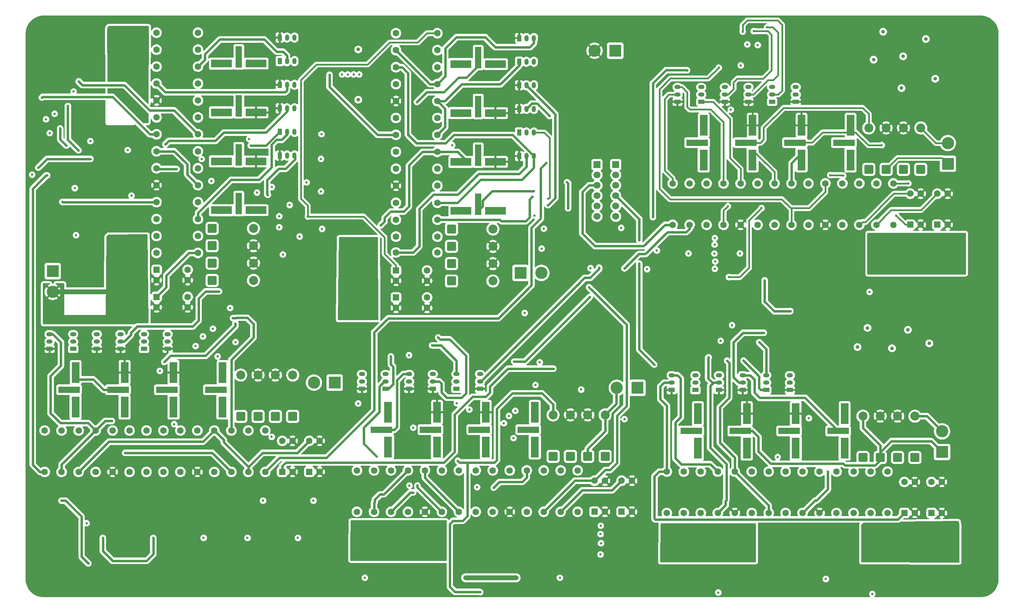
<source format=gbr>
%TF.GenerationSoftware,KiCad,Pcbnew,9.0.2*%
%TF.CreationDate,2025-10-03T07:29:48+01:00*%
%TF.ProjectId,MotorControl,4d6f746f-7243-46f6-9e74-726f6c2e6b69,rev?*%
%TF.SameCoordinates,Original*%
%TF.FileFunction,Copper,L6,Bot*%
%TF.FilePolarity,Positive*%
%FSLAX46Y46*%
G04 Gerber Fmt 4.6, Leading zero omitted, Abs format (unit mm)*
G04 Created by KiCad (PCBNEW 9.0.2) date 2025-10-03 07:29:48*
%MOMM*%
%LPD*%
G01*
G04 APERTURE LIST*
G04 Aperture macros list*
%AMRoundRect*
0 Rectangle with rounded corners*
0 $1 Rounding radius*
0 $2 $3 $4 $5 $6 $7 $8 $9 X,Y pos of 4 corners*
0 Add a 4 corners polygon primitive as box body*
4,1,4,$2,$3,$4,$5,$6,$7,$8,$9,$2,$3,0*
0 Add four circle primitives for the rounded corners*
1,1,$1+$1,$2,$3*
1,1,$1+$1,$4,$5*
1,1,$1+$1,$6,$7*
1,1,$1+$1,$8,$9*
0 Add four rect primitives between the rounded corners*
20,1,$1+$1,$2,$3,$4,$5,0*
20,1,$1+$1,$4,$5,$6,$7,0*
20,1,$1+$1,$6,$7,$8,$9,0*
20,1,$1+$1,$8,$9,$2,$3,0*%
G04 Aperture macros list end*
%TA.AperFunction,ComponentPad*%
%ADD10R,1.500000X1.050000*%
%TD*%
%TA.AperFunction,ComponentPad*%
%ADD11O,1.500000X1.050000*%
%TD*%
%TA.AperFunction,ComponentPad*%
%ADD12C,0.800000*%
%TD*%
%TA.AperFunction,ComponentPad*%
%ADD13C,5.400000*%
%TD*%
%TA.AperFunction,ComponentPad*%
%ADD14R,1.981200X5.130800*%
%TD*%
%TA.AperFunction,ComponentPad*%
%ADD15R,5.267200X1.625600*%
%TD*%
%TA.AperFunction,ComponentPad*%
%ADD16R,1.866900X5.130800*%
%TD*%
%TA.AperFunction,ComponentPad*%
%ADD17RoundRect,0.249999X-0.850001X-0.850001X0.850001X-0.850001X0.850001X0.850001X-0.850001X0.850001X0*%
%TD*%
%TA.AperFunction,ComponentPad*%
%ADD18C,2.200000*%
%TD*%
%TA.AperFunction,ComponentPad*%
%ADD19R,5.130800X1.981200*%
%TD*%
%TA.AperFunction,ComponentPad*%
%ADD20R,1.625600X5.267200*%
%TD*%
%TA.AperFunction,ComponentPad*%
%ADD21R,5.130800X1.866900*%
%TD*%
%TA.AperFunction,ComponentPad*%
%ADD22C,1.600000*%
%TD*%
%TA.AperFunction,ComponentPad*%
%ADD23R,1.050000X1.500000*%
%TD*%
%TA.AperFunction,ComponentPad*%
%ADD24O,1.050000X1.500000*%
%TD*%
%TA.AperFunction,ComponentPad*%
%ADD25R,3.000000X3.000000*%
%TD*%
%TA.AperFunction,ComponentPad*%
%ADD26C,3.000000*%
%TD*%
%TA.AperFunction,ComponentPad*%
%ADD27RoundRect,0.249999X0.850001X-0.850001X0.850001X0.850001X-0.850001X0.850001X-0.850001X-0.850001X0*%
%TD*%
%TA.AperFunction,ComponentPad*%
%ADD28RoundRect,0.250000X0.550000X-0.550000X0.550000X0.550000X-0.550000X0.550000X-0.550000X-0.550000X0*%
%TD*%
%TA.AperFunction,ComponentPad*%
%ADD29RoundRect,0.250000X-0.550000X-0.550000X0.550000X-0.550000X0.550000X0.550000X-0.550000X0.550000X0*%
%TD*%
%TA.AperFunction,ComponentPad*%
%ADD30R,1.700000X1.700000*%
%TD*%
%TA.AperFunction,ComponentPad*%
%ADD31C,1.700000*%
%TD*%
%TA.AperFunction,ViaPad*%
%ADD32C,0.600000*%
%TD*%
%TA.AperFunction,ViaPad*%
%ADD33C,0.900000*%
%TD*%
%TA.AperFunction,Conductor*%
%ADD34C,0.600000*%
%TD*%
%TA.AperFunction,Conductor*%
%ADD35C,0.400000*%
%TD*%
%TA.AperFunction,Conductor*%
%ADD36C,1.200000*%
%TD*%
G04 APERTURE END LIST*
D10*
%TO.P,Q31,1,C*%
%TO.N,GND*%
X204501800Y-40697200D03*
D11*
%TO.P,Q31,2,B*%
%TO.N,pnp_b3_3*%
X204501800Y-38919200D03*
%TO.P,Q31,3,E*%
%TO.N,pnp_e1_3*%
X204501800Y-37090400D03*
%TD*%
D12*
%TO.P,H4,1,1*%
%TO.N,GND*%
X37381200Y-26644600D03*
X37974309Y-25212709D03*
X37974309Y-28076491D03*
X39406200Y-24619600D03*
D13*
X39406200Y-26644600D03*
D12*
X39406200Y-28669600D03*
X40838091Y-25212709D03*
X40838091Y-28076491D03*
X41431200Y-26644600D03*
%TD*%
D14*
%TO.P,Q5,1,G*%
%TO.N,Net-(Q5-G)*%
X57391200Y-115632400D03*
D15*
%TO.P,Q5,2,D*%
%TO.N,Net-(D1-A)*%
X55783000Y-111390600D03*
D16*
%TO.P,Q5,3,S*%
%TO.N,GND*%
X57397550Y-107148800D03*
%TD*%
D17*
%TO.P,D17,1,K*%
%TO.N,VDC*%
X78837200Y-71788200D03*
D18*
%TO.P,D17,2,A*%
%TO.N,Net-(D17-A)*%
X88997200Y-71788200D03*
%TD*%
D19*
%TO.P,Q82,1,D*%
%TO.N,VDC*%
X139811000Y-67451200D03*
D20*
%TO.P,Q82,2,G*%
%TO.N,pnp_e2_6*%
X144052800Y-65843000D03*
D21*
%TO.P,Q82,3,S*%
%TO.N,Net-(D23-K)*%
X148294600Y-67457550D03*
%TD*%
D10*
%TO.P,Q43,1,E*%
%TO.N,GND*%
X191493800Y-111436200D03*
D11*
%TO.P,Q43,2,B*%
%TO.N,npn_b1_4*%
X191493800Y-109658200D03*
%TO.P,Q43,3,C*%
%TO.N,npn_c1_4*%
X191493800Y-107829400D03*
%TD*%
D14*
%TO.P,Q9,1,G*%
%TO.N,Net-(Q11-G)*%
X69386400Y-115632400D03*
D15*
%TO.P,Q9,2,D*%
%TO.N,Net-(D3-K)*%
X67778200Y-111390600D03*
D16*
%TO.P,Q9,3,S*%
%TO.N,GND*%
X69392750Y-107148800D03*
%TD*%
D10*
%TO.P,Q12,1,C*%
%TO.N,GND*%
X56381000Y-101350200D03*
D11*
%TO.P,Q12,2,B*%
%TO.N,pnp_b4_1*%
X56381000Y-99572200D03*
%TO.P,Q12,3,E*%
%TO.N,pnp_e2_1*%
X56381000Y-97743400D03*
%TD*%
D22*
%TO.P,R3,1*%
%TO.N,npn_c2_1*%
X46127600Y-131542200D03*
%TO.P,R3,2*%
%TO.N,pnp_b1_1*%
X46127600Y-121382200D03*
%TD*%
D23*
%TO.P,Q95,1,C*%
%TO.N,pnp_c2_6*%
X154093200Y-48240600D03*
D24*
%TO.P,Q95,2,B*%
%TO.N,pnp_b2_6*%
X155871200Y-48240600D03*
%TO.P,Q95,3,E*%
%TO.N,VDC*%
X157700000Y-48240600D03*
%TD*%
D14*
%TO.P,Q26,1,D*%
%TO.N,VDC*%
X157932800Y-125415800D03*
D15*
%TO.P,Q26,2,G*%
%TO.N,pnp_e2_2*%
X156324600Y-121174000D03*
D16*
%TO.P,Q26,3,S*%
%TO.N,Net-(D7-K)*%
X157939150Y-116932200D03*
%TD*%
D22*
%TO.P,R35,1*%
%TO.N,pnp_c1_3*%
X216673600Y-70889200D03*
%TO.P,R35,2*%
%TO.N,Net-(Q33-G)*%
X216673600Y-60729200D03*
%TD*%
%TO.P,R39,1*%
%TO.N,pnp_b4_3*%
X233308800Y-70889200D03*
%TO.P,R39,2*%
%TO.N,npn_c2_3*%
X233308800Y-60729200D03*
%TD*%
D10*
%TO.P,Q44,1,C*%
%TO.N,pnp_c1_4*%
X197283800Y-111436200D03*
D11*
%TO.P,Q44,2,B*%
%TO.N,pnp_b1_4*%
X197283800Y-109658200D03*
%TO.P,Q44,3,E*%
%TO.N,VDC*%
X197283800Y-107829400D03*
%TD*%
D14*
%TO.P,Q39,1,G*%
%TO.N,Net-(Q38-G)*%
X223297200Y-54979400D03*
D15*
%TO.P,Q39,2,D*%
%TO.N,Net-(D11-K)*%
X221689000Y-50737600D03*
D16*
%TO.P,Q39,3,S*%
%TO.N,GND*%
X223303550Y-46495800D03*
%TD*%
D22*
%TO.P,R76,1*%
%TO.N,pnp_e1_6*%
X123901200Y-44673600D03*
%TO.P,R76,2*%
%TO.N,VDC*%
X134061200Y-44673600D03*
%TD*%
%TO.P,R47,1*%
%TO.N,GND*%
X206928000Y-141628200D03*
%TO.P,R47,2*%
%TO.N,pnp_c1_4*%
X206928000Y-131468200D03*
%TD*%
%TO.P,R64,1*%
%TO.N,pnp_c2_5*%
X65227200Y-52848800D03*
%TO.P,R64,2*%
%TO.N,Net-(Q66-G)*%
X75387200Y-52848800D03*
%TD*%
%TO.P,R62,1*%
%TO.N,pnp_e1_5*%
X65227200Y-44531200D03*
%TO.P,R62,2*%
%TO.N,VDC*%
X75387200Y-44531200D03*
%TD*%
%TO.P,R54,1*%
%TO.N,npn_c1_4*%
X236039600Y-141628200D03*
%TO.P,R54,2*%
%TO.N,pnp_b2_4*%
X236039600Y-131468200D03*
%TD*%
%TO.P,R22,1*%
%TO.N,pnp_c2_2*%
X143472800Y-141325600D03*
%TO.P,R22,2*%
%TO.N,Net-(Q24-G)*%
X143472800Y-131165600D03*
%TD*%
%TO.P,R2,1*%
%TO.N,npn_c1_1*%
X41968800Y-131542200D03*
%TO.P,R2,2*%
%TO.N,VDC*%
X41968800Y-121382200D03*
%TD*%
D25*
%TO.P,J7,1,Pin_1*%
%TO.N,Net-(D17-A)*%
X39801800Y-82270600D03*
D26*
%TO.P,J7,2,Pin_2*%
%TO.N,Net-(D19-K)*%
X39801800Y-87350600D03*
%TD*%
D22*
%TO.P,R65,1*%
%TO.N,pnp_e2_5*%
X65227200Y-57007600D03*
%TO.P,R65,2*%
%TO.N,VDC*%
X75387200Y-57007600D03*
%TD*%
D10*
%TO.P,Q94,1,E*%
%TO.N,GND*%
X221871800Y-40697200D03*
D11*
%TO.P,Q94,2,B*%
%TO.N,npn_b2_3*%
X221871800Y-38919200D03*
%TO.P,Q94,3,C*%
%TO.N,npn_c2_3*%
X221871800Y-37090400D03*
%TD*%
D27*
%TO.P,D6,1,K*%
%TO.N,Net-(D5-A)*%
X166662200Y-127715600D03*
D18*
%TO.P,D6,2,A*%
%TO.N,GND*%
X166662200Y-117555600D03*
%TD*%
D12*
%TO.P,H1,1,1*%
%TO.N,GND*%
X264551800Y-155288600D03*
X265144909Y-153856709D03*
X265144909Y-156720491D03*
X266576800Y-153263600D03*
D13*
X266576800Y-155288600D03*
D12*
X266576800Y-157313600D03*
X268008691Y-153856709D03*
X268008691Y-156720491D03*
X268601800Y-155288600D03*
%TD*%
%TO.P,H8,1,1*%
%TO.N,GND*%
X192233600Y-26771600D03*
X192826709Y-25339709D03*
X192826709Y-28203491D03*
X194258600Y-24746600D03*
D13*
X194258600Y-26771600D03*
D12*
X194258600Y-28796600D03*
X195690491Y-25339709D03*
X195690491Y-28203491D03*
X196283600Y-26771600D03*
%TD*%
D28*
%TO.P,U3,1*%
%TO.N,npn_b1_2*%
X172572200Y-141315600D03*
D22*
%TO.P,U3,2*%
%TO.N,GND*%
X175112200Y-141315600D03*
%TO.P,U3,3*%
X175112200Y-133695600D03*
%TO.P,U3,4*%
%TO.N,npn_c1_2*%
X172572200Y-133695600D03*
%TD*%
D28*
%TO.P,U6,1*%
%TO.N,npn_b2_3*%
X256571800Y-70879200D03*
D22*
%TO.P,U6,2*%
%TO.N,GND*%
X259111800Y-70879200D03*
%TO.P,U6,3*%
X259111800Y-63259200D03*
%TO.P,U6,4*%
%TO.N,npn_c2_3*%
X256571800Y-63259200D03*
%TD*%
%TO.P,R37,1*%
%TO.N,pnp_e2_3*%
X224991200Y-70889200D03*
%TO.P,R37,2*%
%TO.N,VDC*%
X224991200Y-60729200D03*
%TD*%
D10*
%TO.P,Q88,1,E*%
%TO.N,GND*%
X220443800Y-111436200D03*
D11*
%TO.P,Q88,2,B*%
%TO.N,npn_b2_4*%
X220443800Y-109658200D03*
%TO.P,Q88,3,C*%
%TO.N,npn_c2_4*%
X220443800Y-107829400D03*
%TD*%
D22*
%TO.P,R34,1*%
%TO.N,pnp_e1_3*%
X212514800Y-70889200D03*
%TO.P,R34,2*%
%TO.N,VDC*%
X212514800Y-60729200D03*
%TD*%
D10*
%TO.P,Q28,1,C*%
%TO.N,GND*%
X132932200Y-111133600D03*
D11*
%TO.P,Q28,2,B*%
%TO.N,pnp_b4_2*%
X132932200Y-109355600D03*
%TO.P,Q28,3,E*%
%TO.N,pnp_e2_2*%
X132932200Y-107526800D03*
%TD*%
D23*
%TO.P,Q72,1,C*%
%TO.N,pnp_c1_6*%
X154093200Y-30870600D03*
D24*
%TO.P,Q72,2,B*%
%TO.N,pnp_b1_6*%
X155871200Y-30870600D03*
%TO.P,Q72,3,E*%
%TO.N,VDC*%
X157700000Y-30870600D03*
%TD*%
D22*
%TO.P,R49,1*%
%TO.N,pnp_c1_4*%
X215245600Y-141628200D03*
%TO.P,R49,2*%
%TO.N,Net-(Q47-G)*%
X215245600Y-131468200D03*
%TD*%
%TO.P,R24,1*%
%TO.N,GND*%
X151790400Y-141325600D03*
%TO.P,R24,2*%
%TO.N,pnp_c2_2*%
X151790400Y-131165600D03*
%TD*%
D19*
%TO.P,Q81,1,G*%
%TO.N,Net-(Q80-G)*%
X139811000Y-55456000D03*
D20*
%TO.P,Q81,2,D*%
%TO.N,Net-(D23-K)*%
X144052800Y-53847800D03*
D21*
%TO.P,Q81,3,S*%
%TO.N,GND*%
X148294600Y-55462350D03*
%TD*%
D10*
%TO.P,Q90,1,E*%
%TO.N,GND*%
X144512200Y-111133600D03*
D11*
%TO.P,Q90,2,B*%
%TO.N,npn_b2_2*%
X144512200Y-109355600D03*
%TO.P,Q90,3,C*%
%TO.N,npn_c2_2*%
X144512200Y-107526800D03*
%TD*%
D22*
%TO.P,R66,1*%
%TO.N,GND*%
X65227200Y-61166400D03*
%TO.P,R66,2*%
%TO.N,pnp_c2_5*%
X75387200Y-61166400D03*
%TD*%
%TO.P,R75,1*%
%TO.N,GND*%
X123901200Y-40514800D03*
%TO.P,R75,2*%
%TO.N,pnp_c1_6*%
X134061200Y-40514800D03*
%TD*%
D14*
%TO.P,Q33,1,G*%
%TO.N,Net-(Q33-G)*%
X211302000Y-54979400D03*
D15*
%TO.P,Q33,2,D*%
%TO.N,Net-(D10-K)*%
X209693800Y-50737600D03*
D16*
%TO.P,Q33,3,S*%
%TO.N,GND*%
X211308350Y-46495800D03*
%TD*%
D22*
%TO.P,R44,1*%
%TO.N,npn_c1_4*%
X194451600Y-141628200D03*
%TO.P,R44,2*%
%TO.N,VDC*%
X194451600Y-131468200D03*
%TD*%
%TO.P,R5,1*%
%TO.N,GND*%
X54445200Y-131542200D03*
%TO.P,R5,2*%
%TO.N,pnp_c1_1*%
X54445200Y-121382200D03*
%TD*%
D14*
%TO.P,Q18,1,D*%
%TO.N,VDC*%
X121947200Y-125415800D03*
D15*
%TO.P,Q18,2,G*%
%TO.N,pnp_e1_2*%
X120339000Y-121174000D03*
D16*
%TO.P,Q18,3,S*%
%TO.N,Net-(D5-A)*%
X121953550Y-116932200D03*
%TD*%
D29*
%TO.P,U11,1*%
%TO.N,npn_b1_6*%
X123911200Y-82090600D03*
D22*
%TO.P,U11,2*%
%TO.N,GND*%
X123911200Y-84630600D03*
%TO.P,U11,3*%
X131531200Y-84630600D03*
%TO.P,U11,4*%
%TO.N,npn_c1_6*%
X131531200Y-82090600D03*
%TD*%
D10*
%TO.P,Q42,1,C*%
%TO.N,GND*%
X210291800Y-40697200D03*
D11*
%TO.P,Q42,2,B*%
%TO.N,pnp_b4_3*%
X210291800Y-38919200D03*
%TO.P,Q42,3,E*%
%TO.N,pnp_e2_3*%
X210291800Y-37090400D03*
%TD*%
D22*
%TO.P,R81,1*%
%TO.N,pnp_b4_6*%
X123901200Y-65467600D03*
%TO.P,R81,2*%
%TO.N,npn_c2_6*%
X134061200Y-65467600D03*
%TD*%
D14*
%TO.P,Q4,1,D*%
%TO.N,VDC*%
X45396000Y-115632400D03*
D15*
%TO.P,Q4,2,G*%
%TO.N,pnp_e1_1*%
X43787800Y-111390600D03*
D16*
%TO.P,Q4,3,S*%
%TO.N,Net-(D1-A)*%
X45402350Y-107148800D03*
%TD*%
D22*
%TO.P,R19,1*%
%TO.N,GND*%
X130996400Y-141325600D03*
%TO.P,R19,2*%
%TO.N,pnp_c1_2*%
X130996400Y-131165600D03*
%TD*%
D30*
%TO.P,J1,1,Pin_1*%
%TO.N,FET11_1*%
X173176800Y-56133600D03*
D31*
%TO.P,J1,2,Pin_2*%
%TO.N,FET11_2*%
X173176800Y-58673600D03*
%TO.P,J1,3,Pin_3*%
%TO.N,FET11_3*%
X173176800Y-61213600D03*
%TO.P,J1,4,Pin_4*%
%TO.N,FET11_4*%
X173176800Y-63753600D03*
%TO.P,J1,5,Pin_5*%
%TO.N,FET11_5*%
X173176800Y-66293600D03*
%TO.P,J1,6,Pin_6*%
%TO.N,FET11_6*%
X173176800Y-68833600D03*
%TD*%
D22*
%TO.P,R77,1*%
%TO.N,pnp_c1_6*%
X134061200Y-48800000D03*
%TO.P,R77,2*%
%TO.N,Net-(Q75-G)*%
X123901200Y-48800000D03*
%TD*%
D29*
%TO.P,U12,1*%
%TO.N,npn_b2_6*%
X123911200Y-88730600D03*
D22*
%TO.P,U12,2*%
%TO.N,GND*%
X123911200Y-91270600D03*
%TO.P,U12,3*%
X131531200Y-91270600D03*
%TO.P,U12,4*%
%TO.N,npn_c2_6*%
X131531200Y-88730600D03*
%TD*%
D12*
%TO.P,H2,1,1*%
%TO.N,GND*%
X262180109Y-26771600D03*
X262773218Y-25339709D03*
X262773218Y-28203491D03*
X264205109Y-24746600D03*
D13*
X264205109Y-26771600D03*
D12*
X264205109Y-28796600D03*
X265637000Y-25339709D03*
X265637000Y-28203491D03*
X266230109Y-26771600D03*
%TD*%
D29*
%TO.P,U10,1*%
%TO.N,npn_b2_5*%
X65237200Y-88588200D03*
D22*
%TO.P,U10,2*%
%TO.N,GND*%
X65237200Y-91128200D03*
%TO.P,U10,3*%
X72857200Y-91128200D03*
%TO.P,U10,4*%
%TO.N,npn_c2_5*%
X72857200Y-88588200D03*
%TD*%
%TO.P,R20,1*%
%TO.N,pnp_e1_2*%
X135155200Y-141325600D03*
%TO.P,R20,2*%
%TO.N,VDC*%
X135155200Y-131165600D03*
%TD*%
%TO.P,R41,1*%
%TO.N,npn_c2_3*%
X241626400Y-70889200D03*
%TO.P,R41,2*%
%TO.N,VDC*%
X241626400Y-60729200D03*
%TD*%
%TO.P,R8,1*%
%TO.N,pnp_c2_1*%
X66921600Y-131542200D03*
%TO.P,R8,2*%
%TO.N,Net-(Q11-G)*%
X66921600Y-121382200D03*
%TD*%
D25*
%TO.P,J9,1,Pin_1*%
%TO.N,VDC*%
X177647600Y-28168600D03*
D26*
%TO.P,J9,2,Pin_2*%
%TO.N,GND*%
X172567600Y-28168600D03*
%TD*%
D28*
%TO.P,U7,1*%
%TO.N,npn_b1_4*%
X248503800Y-141618200D03*
D22*
%TO.P,U7,2*%
%TO.N,GND*%
X251043800Y-141618200D03*
%TO.P,U7,3*%
X251043800Y-133998200D03*
%TO.P,U7,4*%
%TO.N,npn_c1_4*%
X248503800Y-133998200D03*
%TD*%
%TO.P,R51,1*%
%TO.N,pnp_e2_4*%
X223563200Y-141628200D03*
%TO.P,R51,2*%
%TO.N,VDC*%
X223563200Y-131468200D03*
%TD*%
D23*
%TO.P,Q92,1,E*%
%TO.N,GND*%
X95419200Y-53888200D03*
D24*
%TO.P,Q92,2,B*%
%TO.N,npn_b2_5*%
X97197200Y-53888200D03*
%TO.P,Q92,3,C*%
%TO.N,npn_c2_5*%
X99026000Y-53888200D03*
%TD*%
D23*
%TO.P,Q91,1,C*%
%TO.N,pnp_c2_5*%
X95419200Y-48098200D03*
D24*
%TO.P,Q91,2,B*%
%TO.N,pnp_b3_5*%
X97197200Y-48098200D03*
%TO.P,Q91,3,E*%
%TO.N,VDC*%
X99026000Y-48098200D03*
%TD*%
D22*
%TO.P,R38,1*%
%TO.N,GND*%
X229150000Y-70889200D03*
%TO.P,R38,2*%
%TO.N,pnp_c2_3*%
X229150000Y-60729200D03*
%TD*%
D10*
%TO.P,Q2,1,C*%
%TO.N,pnp_c1_1*%
X44801000Y-101350200D03*
D11*
%TO.P,Q2,2,B*%
%TO.N,pnp_b1_1*%
X44801000Y-99572200D03*
%TO.P,Q2,3,E*%
%TO.N,VDC*%
X44801000Y-97743400D03*
%TD*%
D14*
%TO.P,Q19,1,G*%
%TO.N,Net-(Q19-G)*%
X133942400Y-125415800D03*
D15*
%TO.P,Q19,2,D*%
%TO.N,Net-(D5-A)*%
X132334200Y-121174000D03*
D16*
%TO.P,Q19,3,S*%
%TO.N,GND*%
X133948750Y-116932200D03*
%TD*%
D23*
%TO.P,Q73,1,C*%
%TO.N,GND*%
X154093200Y-36660600D03*
D24*
%TO.P,Q73,2,B*%
%TO.N,pnp_b3_6*%
X155871200Y-36660600D03*
%TO.P,Q73,3,E*%
%TO.N,pnp_e1_6*%
X157700000Y-36660600D03*
%TD*%
D27*
%TO.P,D1,1,K*%
%TO.N,VDC*%
X85861000Y-117932200D03*
D18*
%TO.P,D1,2,A*%
%TO.N,Net-(D1-A)*%
X85861000Y-107772200D03*
%TD*%
D27*
%TO.P,D2,1,K*%
%TO.N,Net-(D1-A)*%
X90111000Y-117932200D03*
D18*
%TO.P,D2,2,A*%
%TO.N,GND*%
X90111000Y-107772200D03*
%TD*%
D22*
%TO.P,R56,1*%
%TO.N,FET12_4*%
X244357200Y-141628200D03*
%TO.P,R56,2*%
%TO.N,npn_b2_4*%
X244357200Y-131468200D03*
%TD*%
D27*
%TO.P,D14,1,K*%
%TO.N,Net-(D13-A)*%
X242593800Y-128018200D03*
D18*
%TO.P,D14,2,A*%
%TO.N,GND*%
X242593800Y-117858200D03*
%TD*%
D23*
%TO.P,Q96,1,E*%
%TO.N,GND*%
X154093200Y-54030600D03*
D24*
%TO.P,Q96,2,B*%
%TO.N,npn_b2_6*%
X155871200Y-54030600D03*
%TO.P,Q96,3,C*%
%TO.N,npn_c2_6*%
X157700000Y-54030600D03*
%TD*%
D17*
%TO.P,D23,1,K*%
%TO.N,Net-(D23-K)*%
X137511200Y-80430600D03*
D18*
%TO.P,D23,2,A*%
%TO.N,GND*%
X147671200Y-80430600D03*
%TD*%
D22*
%TO.P,R83,1*%
%TO.N,npn_c2_6*%
X123901200Y-73785200D03*
%TO.P,R83,2*%
%TO.N,VDC*%
X134061200Y-73785200D03*
%TD*%
D23*
%TO.P,Q58,1,C*%
%TO.N,pnp_c1_5*%
X95419200Y-30728200D03*
D24*
%TO.P,Q58,2,B*%
%TO.N,pnp_b4_5*%
X97197200Y-30728200D03*
%TO.P,Q58,3,E*%
%TO.N,VDC*%
X99026000Y-30728200D03*
%TD*%
D10*
%TO.P,Q1,1,E*%
%TO.N,GND*%
X39011000Y-101350200D03*
D11*
%TO.P,Q1,2,B*%
%TO.N,npn_b1_1*%
X39011000Y-99572200D03*
%TO.P,Q1,3,C*%
%TO.N,npn_c1_1*%
X39011000Y-97743400D03*
%TD*%
D10*
%TO.P,Q13,1,C*%
%TO.N,pnp_c2_1*%
X62171000Y-101350200D03*
D11*
%TO.P,Q13,2,B*%
%TO.N,pnp_b2_1*%
X62171000Y-99572200D03*
%TO.P,Q13,3,E*%
%TO.N,VDC*%
X62171000Y-97743400D03*
%TD*%
D19*
%TO.P,Q74,1,D*%
%TO.N,VDC*%
X139811000Y-31465600D03*
D20*
%TO.P,Q74,2,G*%
%TO.N,pnp_e1_6*%
X144052800Y-29857400D03*
D21*
%TO.P,Q74,3,S*%
%TO.N,Net-(D21-A)*%
X148294600Y-31471950D03*
%TD*%
D22*
%TO.P,R13,1*%
%TO.N,npn_c2_1*%
X87715600Y-131542200D03*
%TO.P,R13,2*%
%TO.N,VDC*%
X87715600Y-121382200D03*
%TD*%
%TO.P,R84,1*%
%TO.N,FET12_6*%
X134061200Y-77698600D03*
%TO.P,R84,2*%
%TO.N,npn_b2_6*%
X123901200Y-77698600D03*
%TD*%
%TO.P,R57,1*%
%TO.N,FET11_5*%
X65227200Y-23737200D03*
%TO.P,R57,2*%
%TO.N,npn_b1_5*%
X75387200Y-23737200D03*
%TD*%
D19*
%TO.P,Q68,1,D*%
%TO.N,VDC*%
X81137000Y-67308800D03*
D20*
%TO.P,Q68,2,G*%
%TO.N,pnp_e2_5*%
X85378800Y-65700600D03*
D21*
%TO.P,Q68,3,S*%
%TO.N,Net-(D19-K)*%
X89620600Y-67315150D03*
%TD*%
D22*
%TO.P,R26,1*%
%TO.N,npn_c1_2*%
X160108000Y-141325600D03*
%TO.P,R26,2*%
%TO.N,pnp_b2_2*%
X160108000Y-131165600D03*
%TD*%
%TO.P,R14,1*%
%TO.N,FET12_1*%
X91874400Y-131542200D03*
%TO.P,R14,2*%
%TO.N,npn_b2_1*%
X91874400Y-121382200D03*
%TD*%
D14*
%TO.P,Q32,1,D*%
%TO.N,VDC*%
X199306800Y-54979400D03*
D15*
%TO.P,Q32,2,G*%
%TO.N,pnp_e1_3*%
X197698600Y-50737600D03*
D16*
%TO.P,Q32,3,S*%
%TO.N,Net-(D10-K)*%
X199313150Y-46495800D03*
%TD*%
D22*
%TO.P,R58,1*%
%TO.N,npn_c1_5*%
X65227200Y-27896000D03*
%TO.P,R58,2*%
%TO.N,VDC*%
X75387200Y-27896000D03*
%TD*%
D27*
%TO.P,D11,1,K*%
%TO.N,Net-(D11-K)*%
X248271800Y-57279200D03*
D18*
%TO.P,D11,2,A*%
%TO.N,GND*%
X248271800Y-47119200D03*
%TD*%
D10*
%TO.P,Q30,1,C*%
%TO.N,pnp_c1_3*%
X198711800Y-40697200D03*
D11*
%TO.P,Q30,2,B*%
%TO.N,pnp_b1_3*%
X198711800Y-38919200D03*
%TO.P,Q30,3,E*%
%TO.N,VDC*%
X198711800Y-37090400D03*
%TD*%
D22*
%TO.P,R6,1*%
%TO.N,pnp_e1_1*%
X58604000Y-131542200D03*
%TO.P,R6,2*%
%TO.N,VDC*%
X58604000Y-121382200D03*
%TD*%
D27*
%TO.P,D15,1,K*%
%TO.N,Net-(D15-K)*%
X246843800Y-128018200D03*
D18*
%TO.P,D15,2,A*%
%TO.N,GND*%
X246843800Y-117858200D03*
%TD*%
D22*
%TO.P,R17,1*%
%TO.N,npn_c2_2*%
X122678800Y-141325600D03*
%TO.P,R17,2*%
%TO.N,pnp_b1_2*%
X122678800Y-131165600D03*
%TD*%
%TO.P,R27,1*%
%TO.N,npn_c2_2*%
X164266800Y-141325600D03*
%TO.P,R27,2*%
%TO.N,VDC*%
X164266800Y-131165600D03*
%TD*%
D14*
%TO.P,Q53,1,G*%
%TO.N,Net-(Q52-G)*%
X221869200Y-125718400D03*
D15*
%TO.P,Q53,2,D*%
%TO.N,Net-(D15-K)*%
X220261000Y-121476600D03*
D16*
%TO.P,Q53,3,S*%
%TO.N,GND*%
X221875550Y-117234800D03*
%TD*%
D22*
%TO.P,R53,1*%
%TO.N,pnp_b4_4*%
X231880800Y-141628200D03*
%TO.P,R53,2*%
%TO.N,npn_c2_4*%
X231880800Y-131468200D03*
%TD*%
D10*
%TO.P,Q93,1,C*%
%TO.N,pnp_c2_3*%
X216081800Y-40697200D03*
D11*
%TO.P,Q93,2,B*%
%TO.N,pnp_b2_3*%
X216081800Y-38919200D03*
%TO.P,Q93,3,E*%
%TO.N,VDC*%
X216081800Y-37090400D03*
%TD*%
D22*
%TO.P,R59,1*%
%TO.N,npn_c2_5*%
X65227200Y-32054800D03*
%TO.P,R59,2*%
%TO.N,pnp_b4_5*%
X75387200Y-32054800D03*
%TD*%
%TO.P,R23,1*%
%TO.N,pnp_e2_2*%
X147631600Y-141325600D03*
%TO.P,R23,2*%
%TO.N,VDC*%
X147631600Y-131165600D03*
%TD*%
D27*
%TO.P,D4,1,K*%
%TO.N,VDC*%
X98611000Y-117932200D03*
D18*
%TO.P,D4,2,A*%
%TO.N,Net-(D3-K)*%
X98611000Y-107772200D03*
%TD*%
D22*
%TO.P,R69,1*%
%TO.N,npn_c2_5*%
X65227200Y-73642800D03*
%TO.P,R69,2*%
%TO.N,VDC*%
X75387200Y-73642800D03*
%TD*%
%TO.P,R42,1*%
%TO.N,FET12_3*%
X245785200Y-70889200D03*
%TO.P,R42,2*%
%TO.N,npn_b2_3*%
X245785200Y-60729200D03*
%TD*%
%TO.P,R71,1*%
%TO.N,FET11_6*%
X123901200Y-23879600D03*
%TO.P,R71,2*%
%TO.N,npn_b1_6*%
X134061200Y-23879600D03*
%TD*%
D10*
%TO.P,Q3,1,C*%
%TO.N,GND*%
X50591000Y-101350200D03*
D11*
%TO.P,Q3,2,B*%
%TO.N,pnp_b3_1*%
X50591000Y-99572200D03*
%TO.P,Q3,3,E*%
%TO.N,pnp_e1_1*%
X50591000Y-97743400D03*
%TD*%
D17*
%TO.P,D24,1,K*%
%TO.N,VDC*%
X137511200Y-84680600D03*
D18*
%TO.P,D24,2,A*%
%TO.N,Net-(D23-K)*%
X147671200Y-84680600D03*
%TD*%
D25*
%TO.P,J8,1,Pin_1*%
%TO.N,Net-(D21-A)*%
X154457400Y-82702400D03*
D26*
%TO.P,J8,2,Pin_2*%
%TO.N,Net-(D23-K)*%
X159537400Y-82702400D03*
%TD*%
D22*
%TO.P,R45,1*%
%TO.N,npn_c2_4*%
X198610400Y-141628200D03*
%TO.P,R45,2*%
%TO.N,pnp_b1_4*%
X198610400Y-131468200D03*
%TD*%
%TO.P,R1,1*%
%TO.N,FET11_1*%
X37810000Y-131542200D03*
%TO.P,R1,2*%
%TO.N,npn_b1_1*%
X37810000Y-121382200D03*
%TD*%
%TO.P,R10,1*%
%TO.N,GND*%
X75239200Y-131542200D03*
%TO.P,R10,2*%
%TO.N,pnp_c2_1*%
X75239200Y-121382200D03*
%TD*%
D28*
%TO.P,U1,1*%
%TO.N,npn_b1_1*%
X96021000Y-131532200D03*
D22*
%TO.P,U1,2*%
%TO.N,GND*%
X98561000Y-131532200D03*
%TO.P,U1,3*%
X98561000Y-123912200D03*
%TO.P,U1,4*%
%TO.N,npn_c1_1*%
X96021000Y-123912200D03*
%TD*%
D27*
%TO.P,D10,1,K*%
%TO.N,Net-(D10-K)*%
X244021800Y-57279200D03*
D18*
%TO.P,D10,2,A*%
%TO.N,GND*%
X244021800Y-47119200D03*
%TD*%
D22*
%TO.P,R72,1*%
%TO.N,npn_c1_6*%
X123901200Y-28038400D03*
%TO.P,R72,2*%
%TO.N,VDC*%
X134061200Y-28038400D03*
%TD*%
%TO.P,R15,1*%
%TO.N,FET11_2*%
X114361200Y-141325600D03*
%TO.P,R15,2*%
%TO.N,npn_b1_2*%
X114361200Y-131165600D03*
%TD*%
%TO.P,R18,1*%
%TO.N,pnp_b3_2*%
X126837600Y-141325600D03*
%TO.P,R18,2*%
%TO.N,npn_c1_2*%
X126837600Y-131165600D03*
%TD*%
D14*
%TO.P,Q10,1,D*%
%TO.N,VDC*%
X81381600Y-115632400D03*
D15*
%TO.P,Q10,2,G*%
%TO.N,pnp_e2_1*%
X79773400Y-111390600D03*
D16*
%TO.P,Q10,3,S*%
%TO.N,Net-(D3-K)*%
X81387950Y-107148800D03*
%TD*%
D10*
%TO.P,Q87,1,C*%
%TO.N,pnp_c2_4*%
X214653800Y-111436200D03*
D11*
%TO.P,Q87,2,B*%
%TO.N,pnp_b2_4*%
X214653800Y-109658200D03*
%TO.P,Q87,3,E*%
%TO.N,VDC*%
X214653800Y-107829400D03*
%TD*%
D12*
%TO.P,H7,1,1*%
%TO.N,GND*%
X194320800Y-100482400D03*
X194913909Y-99050509D03*
X194913909Y-101914291D03*
X196345800Y-98457400D03*
D13*
X196345800Y-100482400D03*
D12*
X196345800Y-102507400D03*
X197777691Y-99050509D03*
X197777691Y-101914291D03*
X198370800Y-100482400D03*
%TD*%
%TO.P,H6,1,1*%
%TO.N,GND*%
X224242000Y-100152200D03*
X224835109Y-98720309D03*
X224835109Y-101584091D03*
X226267000Y-98127200D03*
D13*
X226267000Y-100152200D03*
D12*
X226267000Y-102177200D03*
X227698891Y-98720309D03*
X227698891Y-101584091D03*
X228292000Y-100152200D03*
%TD*%
D27*
%TO.P,D5,1,K*%
%TO.N,VDC*%
X162412200Y-127715600D03*
D18*
%TO.P,D5,2,A*%
%TO.N,Net-(D5-A)*%
X162412200Y-117555600D03*
%TD*%
D23*
%TO.P,Q71,1,E*%
%TO.N,GND*%
X154093200Y-25080600D03*
D24*
%TO.P,Q71,2,B*%
%TO.N,npn_b1_6*%
X155871200Y-25080600D03*
%TO.P,Q71,3,C*%
%TO.N,npn_c1_6*%
X157700000Y-25080600D03*
%TD*%
D19*
%TO.P,Q67,1,G*%
%TO.N,Net-(Q66-G)*%
X81137000Y-55313600D03*
D20*
%TO.P,Q67,2,D*%
%TO.N,Net-(D19-K)*%
X85378800Y-53705400D03*
D21*
%TO.P,Q67,3,S*%
%TO.N,GND*%
X89620600Y-55319950D03*
%TD*%
D22*
%TO.P,R31,1*%
%TO.N,npn_c2_3*%
X200038400Y-70889200D03*
%TO.P,R31,2*%
%TO.N,pnp_b1_3*%
X200038400Y-60729200D03*
%TD*%
%TO.P,R40,1*%
%TO.N,npn_c1_3*%
X237467600Y-70889200D03*
%TO.P,R40,2*%
%TO.N,pnp_b2_3*%
X237467600Y-60729200D03*
%TD*%
D10*
%TO.P,Q29,1,E*%
%TO.N,GND*%
X192921800Y-40697200D03*
D11*
%TO.P,Q29,2,B*%
%TO.N,npn_b1_3*%
X192921800Y-38919200D03*
%TO.P,Q29,3,C*%
%TO.N,npn_c1_3*%
X192921800Y-37090400D03*
%TD*%
D10*
%TO.P,Q56,1,C*%
%TO.N,GND*%
X208863800Y-111436200D03*
D11*
%TO.P,Q56,2,B*%
%TO.N,pnp_b4_4*%
X208863800Y-109658200D03*
%TO.P,Q56,3,E*%
%TO.N,pnp_e2_4*%
X208863800Y-107829400D03*
%TD*%
D22*
%TO.P,R61,1*%
%TO.N,GND*%
X65227200Y-40372400D03*
%TO.P,R61,2*%
%TO.N,pnp_c1_5*%
X75387200Y-40372400D03*
%TD*%
D14*
%TO.P,Q25,1,G*%
%TO.N,Net-(Q24-G)*%
X145937600Y-125415800D03*
D15*
%TO.P,Q25,2,D*%
%TO.N,Net-(D7-K)*%
X144329400Y-121174000D03*
D16*
%TO.P,Q25,3,S*%
%TO.N,GND*%
X145943950Y-116932200D03*
%TD*%
D17*
%TO.P,D22,1,K*%
%TO.N,Net-(D21-A)*%
X137511200Y-76180600D03*
D18*
%TO.P,D22,2,A*%
%TO.N,GND*%
X147671200Y-76180600D03*
%TD*%
D22*
%TO.P,R60,1*%
%TO.N,pnp_b2_5*%
X65227200Y-36213600D03*
%TO.P,R60,2*%
%TO.N,npn_c1_5*%
X75387200Y-36213600D03*
%TD*%
D14*
%TO.P,Q46,1,D*%
%TO.N,VDC*%
X197878800Y-125718400D03*
D15*
%TO.P,Q46,2,G*%
%TO.N,pnp_e1_4*%
X196270600Y-121476600D03*
D16*
%TO.P,Q46,3,S*%
%TO.N,Net-(D13-A)*%
X197885150Y-117234800D03*
%TD*%
D22*
%TO.P,R12,1*%
%TO.N,npn_c1_1*%
X83556800Y-131542200D03*
%TO.P,R12,2*%
%TO.N,pnp_b2_1*%
X83556800Y-121382200D03*
%TD*%
D30*
%TO.P,J2,1,Pin_1*%
%TO.N,FET12_1*%
X177776800Y-56133600D03*
D31*
%TO.P,J2,2,Pin_2*%
%TO.N,FET12_2*%
X177776800Y-58673600D03*
%TO.P,J2,3,Pin_3*%
%TO.N,FET12_3*%
X177776800Y-61213600D03*
%TO.P,J2,4,Pin_4*%
%TO.N,FET12_4*%
X177776800Y-63753600D03*
%TO.P,J2,5,Pin_5*%
%TO.N,FET12_5*%
X177776800Y-66293600D03*
%TO.P,J2,6,Pin_6*%
%TO.N,FET12_6*%
X177776800Y-68833600D03*
%TD*%
D22*
%TO.P,R9,1*%
%TO.N,pnp_e2_1*%
X71080400Y-131542200D03*
%TO.P,R9,2*%
%TO.N,VDC*%
X71080400Y-121382200D03*
%TD*%
D19*
%TO.P,Q60,1,D*%
%TO.N,VDC*%
X81137000Y-31323200D03*
D20*
%TO.P,Q60,2,G*%
%TO.N,pnp_e1_5*%
X85378800Y-29715000D03*
D21*
%TO.P,Q60,3,S*%
%TO.N,Net-(D17-A)*%
X89620600Y-31329550D03*
%TD*%
D22*
%TO.P,R25,1*%
%TO.N,pnp_b4_2*%
X155949200Y-141325600D03*
%TO.P,R25,2*%
%TO.N,npn_c2_2*%
X155949200Y-131165600D03*
%TD*%
D10*
%TO.P,Q17,1,C*%
%TO.N,GND*%
X127142200Y-111133600D03*
D11*
%TO.P,Q17,2,B*%
%TO.N,pnp_b3_2*%
X127142200Y-109355600D03*
%TO.P,Q17,3,E*%
%TO.N,pnp_e1_2*%
X127142200Y-107526800D03*
%TD*%
D22*
%TO.P,R16,1*%
%TO.N,npn_c1_2*%
X118520000Y-141325600D03*
%TO.P,R16,2*%
%TO.N,VDC*%
X118520000Y-131165600D03*
%TD*%
D12*
%TO.P,H10,1,1*%
%TO.N,GND*%
X262180109Y-100152200D03*
X262773218Y-98720309D03*
X262773218Y-101584091D03*
X264205109Y-98127200D03*
D13*
X264205109Y-100152200D03*
D12*
X264205109Y-102177200D03*
X265637000Y-98720309D03*
X265637000Y-101584091D03*
X266230109Y-100152200D03*
%TD*%
D22*
%TO.P,R30,1*%
%TO.N,npn_c1_3*%
X195879600Y-70889200D03*
%TO.P,R30,2*%
%TO.N,VDC*%
X195879600Y-60729200D03*
%TD*%
D19*
%TO.P,Q61,1,G*%
%TO.N,Net-(Q61-G)*%
X81137000Y-43318400D03*
D20*
%TO.P,Q61,2,D*%
%TO.N,Net-(D17-A)*%
X85378800Y-41710200D03*
D21*
%TO.P,Q61,3,S*%
%TO.N,GND*%
X89620600Y-43324750D03*
%TD*%
D17*
%TO.P,D21,1,K*%
%TO.N,VDC*%
X137511200Y-71930600D03*
D18*
%TO.P,D21,2,A*%
%TO.N,Net-(D21-A)*%
X147671200Y-71930600D03*
%TD*%
D22*
%TO.P,R46,1*%
%TO.N,pnp_b3_4*%
X202769200Y-141628200D03*
%TO.P,R46,2*%
%TO.N,npn_c1_4*%
X202769200Y-131468200D03*
%TD*%
D23*
%TO.P,Q59,1,C*%
%TO.N,GND*%
X95419200Y-36518200D03*
D24*
%TO.P,Q59,2,B*%
%TO.N,pnp_b2_5*%
X97197200Y-36518200D03*
%TO.P,Q59,3,E*%
%TO.N,pnp_e1_5*%
X99026000Y-36518200D03*
%TD*%
D22*
%TO.P,R74,1*%
%TO.N,pnp_b3_6*%
X123901200Y-36356000D03*
%TO.P,R74,2*%
%TO.N,npn_c1_6*%
X134061200Y-36356000D03*
%TD*%
D10*
%TO.P,Q16,1,C*%
%TO.N,pnp_c1_2*%
X121352200Y-111133600D03*
D11*
%TO.P,Q16,2,B*%
%TO.N,pnp_b1_2*%
X121352200Y-109355600D03*
%TO.P,Q16,3,E*%
%TO.N,VDC*%
X121352200Y-107526800D03*
%TD*%
D23*
%TO.P,Q84,1,C*%
%TO.N,GND*%
X154093200Y-42450600D03*
D24*
%TO.P,Q84,2,B*%
%TO.N,pnp_b4_6*%
X155871200Y-42450600D03*
%TO.P,Q84,3,E*%
%TO.N,pnp_e2_6*%
X157700000Y-42450600D03*
%TD*%
D10*
%TO.P,Q15,1,E*%
%TO.N,GND*%
X115562200Y-111133600D03*
D11*
%TO.P,Q15,2,B*%
%TO.N,npn_b1_2*%
X115562200Y-109355600D03*
%TO.P,Q15,3,C*%
%TO.N,npn_c1_2*%
X115562200Y-107526800D03*
%TD*%
D22*
%TO.P,R68,1*%
%TO.N,npn_c1_5*%
X65227200Y-69484000D03*
%TO.P,R68,2*%
%TO.N,pnp_b3_5*%
X75387200Y-69484000D03*
%TD*%
D25*
%TO.P,J5,1,Pin_1*%
%TO.N,Net-(D10-K)*%
X259171800Y-55919200D03*
D26*
%TO.P,J5,2,Pin_2*%
%TO.N,Net-(D11-K)*%
X259171800Y-50839200D03*
%TD*%
D22*
%TO.P,R80,1*%
%TO.N,GND*%
X123901200Y-61308800D03*
%TO.P,R80,2*%
%TO.N,pnp_c2_6*%
X134061200Y-61308800D03*
%TD*%
%TO.P,R50,1*%
%TO.N,pnp_c2_4*%
X219404400Y-141628200D03*
%TO.P,R50,2*%
%TO.N,Net-(Q52-G)*%
X219404400Y-131468200D03*
%TD*%
%TO.P,R7,1*%
%TO.N,pnp_c1_1*%
X62762800Y-131542200D03*
%TO.P,R7,2*%
%TO.N,Net-(Q5-G)*%
X62762800Y-121382200D03*
%TD*%
D14*
%TO.P,Q47,1,G*%
%TO.N,Net-(Q47-G)*%
X209874000Y-125718400D03*
D15*
%TO.P,Q47,2,D*%
%TO.N,Net-(D13-A)*%
X208265800Y-121476600D03*
D16*
%TO.P,Q47,3,S*%
%TO.N,GND*%
X209880350Y-117234800D03*
%TD*%
D23*
%TO.P,Q70,1,C*%
%TO.N,GND*%
X95419200Y-42308200D03*
D24*
%TO.P,Q70,2,B*%
%TO.N,pnp_b1_5*%
X97197200Y-42308200D03*
%TO.P,Q70,3,E*%
%TO.N,pnp_e2_5*%
X99026000Y-42308200D03*
%TD*%
D22*
%TO.P,R33,1*%
%TO.N,GND*%
X208356000Y-70889200D03*
%TO.P,R33,2*%
%TO.N,pnp_c1_3*%
X208356000Y-60729200D03*
%TD*%
%TO.P,R79,1*%
%TO.N,pnp_e2_6*%
X123901200Y-57150000D03*
%TO.P,R79,2*%
%TO.N,VDC*%
X134061200Y-57150000D03*
%TD*%
%TO.P,R70,1*%
%TO.N,FET12_5*%
X65227200Y-77801600D03*
%TO.P,R70,2*%
%TO.N,npn_b2_5*%
X75387200Y-77801600D03*
%TD*%
%TO.P,R36,1*%
%TO.N,pnp_c2_3*%
X220832400Y-70889200D03*
%TO.P,R36,2*%
%TO.N,Net-(Q38-G)*%
X220832400Y-60729200D03*
%TD*%
D12*
%TO.P,H9,1,1*%
%TO.N,GND*%
X93508200Y-97332800D03*
X94101309Y-95900909D03*
X94101309Y-98764691D03*
X95533200Y-95307800D03*
D13*
X95533200Y-97332800D03*
D12*
X95533200Y-99357800D03*
X96965091Y-95900909D03*
X96965091Y-98764691D03*
X97558200Y-97332800D03*
%TD*%
D17*
%TO.P,D18,1,K*%
%TO.N,Net-(D17-A)*%
X78837200Y-76038200D03*
D18*
%TO.P,D18,2,A*%
%TO.N,GND*%
X88997200Y-76038200D03*
%TD*%
D22*
%TO.P,R48,1*%
%TO.N,pnp_e1_4*%
X211086800Y-141628200D03*
%TO.P,R48,2*%
%TO.N,VDC*%
X211086800Y-131468200D03*
%TD*%
D25*
%TO.P,J6,1,Pin_1*%
%TO.N,Net-(D13-A)*%
X257743800Y-126658200D03*
D26*
%TO.P,J6,2,Pin_2*%
%TO.N,Net-(D15-K)*%
X257743800Y-121578200D03*
%TD*%
D22*
%TO.P,R78,1*%
%TO.N,pnp_c2_6*%
X123901200Y-52991200D03*
%TO.P,R78,2*%
%TO.N,Net-(Q80-G)*%
X134061200Y-52991200D03*
%TD*%
D27*
%TO.P,D16,1,K*%
%TO.N,VDC*%
X251093800Y-128018200D03*
D18*
%TO.P,D16,2,A*%
%TO.N,Net-(D15-K)*%
X251093800Y-117858200D03*
%TD*%
D22*
%TO.P,R63,1*%
%TO.N,pnp_c1_5*%
X65227200Y-48690000D03*
%TO.P,R63,2*%
%TO.N,Net-(Q61-G)*%
X75387200Y-48690000D03*
%TD*%
D27*
%TO.P,D12,1,K*%
%TO.N,VDC*%
X252521800Y-57279200D03*
D18*
%TO.P,D12,2,A*%
%TO.N,Net-(D11-K)*%
X252521800Y-47119200D03*
%TD*%
D28*
%TO.P,U2,1*%
%TO.N,npn_b2_1*%
X102661000Y-131532200D03*
D22*
%TO.P,U2,2*%
%TO.N,GND*%
X105201000Y-131532200D03*
%TO.P,U2,3*%
X105201000Y-123912200D03*
%TO.P,U2,4*%
%TO.N,npn_c2_1*%
X102661000Y-123912200D03*
%TD*%
%TO.P,R52,1*%
%TO.N,GND*%
X227722000Y-141628200D03*
%TO.P,R52,2*%
%TO.N,pnp_c2_4*%
X227722000Y-131468200D03*
%TD*%
D28*
%TO.P,U8,1*%
%TO.N,npn_b2_4*%
X255143800Y-141618200D03*
D22*
%TO.P,U8,2*%
%TO.N,GND*%
X257683800Y-141618200D03*
%TO.P,U8,3*%
X257683800Y-133998200D03*
%TO.P,U8,4*%
%TO.N,npn_c2_4*%
X255143800Y-133998200D03*
%TD*%
D27*
%TO.P,D8,1,K*%
%TO.N,VDC*%
X175162200Y-127715600D03*
D18*
%TO.P,D8,2,A*%
%TO.N,Net-(D7-K)*%
X175162200Y-117555600D03*
%TD*%
D10*
%TO.P,Q14,1,E*%
%TO.N,GND*%
X67961000Y-101350200D03*
D11*
%TO.P,Q14,2,B*%
%TO.N,npn_b2_1*%
X67961000Y-99572200D03*
%TO.P,Q14,3,C*%
%TO.N,npn_c2_1*%
X67961000Y-97743400D03*
%TD*%
D12*
%TO.P,H3,1,1*%
%TO.N,GND*%
X36339800Y-155041600D03*
X36932909Y-153609709D03*
X36932909Y-156473491D03*
X38364800Y-153016600D03*
D13*
X38364800Y-155041600D03*
D12*
X38364800Y-157066600D03*
X39796691Y-153609709D03*
X39796691Y-156473491D03*
X40389800Y-155041600D03*
%TD*%
D22*
%TO.P,R67,1*%
%TO.N,pnp_b1_5*%
X65227200Y-65325200D03*
%TO.P,R67,2*%
%TO.N,npn_c2_5*%
X75387200Y-65325200D03*
%TD*%
D25*
%TO.P,J4,1,Pin_1*%
%TO.N,Net-(D5-A)*%
X183108600Y-110896400D03*
D26*
%TO.P,J4,2,Pin_2*%
%TO.N,Net-(D7-K)*%
X178028600Y-110896400D03*
%TD*%
D12*
%TO.P,H5,1,1*%
%TO.N,GND*%
X224242000Y-26771600D03*
X224835109Y-25339709D03*
X224835109Y-28203491D03*
X226267000Y-24746600D03*
D13*
X226267000Y-26771600D03*
D12*
X226267000Y-28796600D03*
X227698891Y-25339709D03*
X227698891Y-28203491D03*
X228292000Y-26771600D03*
%TD*%
D19*
%TO.P,Q75,1,G*%
%TO.N,Net-(Q75-G)*%
X139811000Y-43460800D03*
D20*
%TO.P,Q75,2,D*%
%TO.N,Net-(D21-A)*%
X144052800Y-41852600D03*
D21*
%TO.P,Q75,3,S*%
%TO.N,GND*%
X148294600Y-43467150D03*
%TD*%
D14*
%TO.P,Q54,1,D*%
%TO.N,VDC*%
X233864400Y-125718400D03*
D15*
%TO.P,Q54,2,G*%
%TO.N,pnp_e2_4*%
X232256200Y-121476600D03*
D16*
%TO.P,Q54,3,S*%
%TO.N,Net-(D15-K)*%
X233870750Y-117234800D03*
%TD*%
D22*
%TO.P,R43,1*%
%TO.N,FET11_4*%
X190292800Y-141628200D03*
%TO.P,R43,2*%
%TO.N,npn_b1_4*%
X190292800Y-131468200D03*
%TD*%
D29*
%TO.P,U9,1*%
%TO.N,npn_b1_5*%
X65237200Y-81948200D03*
D22*
%TO.P,U9,2*%
%TO.N,GND*%
X65237200Y-84488200D03*
%TO.P,U9,3*%
X72857200Y-84488200D03*
%TO.P,U9,4*%
%TO.N,npn_c1_5*%
X72857200Y-81948200D03*
%TD*%
D28*
%TO.P,U5,1*%
%TO.N,npn_b1_3*%
X249931800Y-70879200D03*
D22*
%TO.P,U5,2*%
%TO.N,GND*%
X252471800Y-70879200D03*
%TO.P,U5,3*%
X252471800Y-63259200D03*
%TO.P,U5,4*%
%TO.N,npn_c1_3*%
X249931800Y-63259200D03*
%TD*%
D23*
%TO.P,Q57,1,E*%
%TO.N,GND*%
X95419200Y-24938200D03*
D24*
%TO.P,Q57,2,B*%
%TO.N,npn_b1_5*%
X97197200Y-24938200D03*
%TO.P,Q57,3,C*%
%TO.N,npn_c1_5*%
X99026000Y-24938200D03*
%TD*%
D22*
%TO.P,R55,1*%
%TO.N,npn_c2_4*%
X240198400Y-141628200D03*
%TO.P,R55,2*%
%TO.N,VDC*%
X240198400Y-131468200D03*
%TD*%
D25*
%TO.P,J3,1,Pin_1*%
%TO.N,Net-(D1-A)*%
X108889800Y-109626400D03*
D26*
%TO.P,J3,2,Pin_2*%
%TO.N,Net-(D3-K)*%
X103809800Y-109626400D03*
%TD*%
D27*
%TO.P,D3,1,K*%
%TO.N,Net-(D3-K)*%
X94361000Y-117932200D03*
D18*
%TO.P,D3,2,A*%
%TO.N,GND*%
X94361000Y-107772200D03*
%TD*%
D22*
%TO.P,R4,1*%
%TO.N,pnp_b3_1*%
X50286400Y-131542200D03*
%TO.P,R4,2*%
%TO.N,npn_c1_1*%
X50286400Y-121382200D03*
%TD*%
%TO.P,R82,1*%
%TO.N,npn_c1_6*%
X123901200Y-69626400D03*
%TO.P,R82,2*%
%TO.N,pnp_b2_6*%
X134061200Y-69626400D03*
%TD*%
%TO.P,R28,1*%
%TO.N,FET12_2*%
X168425600Y-141325600D03*
%TO.P,R28,2*%
%TO.N,npn_b2_2*%
X168425600Y-131165600D03*
%TD*%
D28*
%TO.P,U4,1*%
%TO.N,npn_b2_2*%
X179212200Y-141315600D03*
D22*
%TO.P,U4,2*%
%TO.N,GND*%
X181752200Y-141315600D03*
%TO.P,U4,3*%
X181752200Y-133695600D03*
%TO.P,U4,4*%
%TO.N,npn_c2_2*%
X179212200Y-133695600D03*
%TD*%
D27*
%TO.P,D7,1,K*%
%TO.N,Net-(D7-K)*%
X170912200Y-127715600D03*
D18*
%TO.P,D7,2,A*%
%TO.N,GND*%
X170912200Y-117555600D03*
%TD*%
D10*
%TO.P,Q89,1,C*%
%TO.N,pnp_c2_2*%
X138722200Y-111133600D03*
D11*
%TO.P,Q89,2,B*%
%TO.N,pnp_b2_2*%
X138722200Y-109355600D03*
%TO.P,Q89,3,E*%
%TO.N,VDC*%
X138722200Y-107526800D03*
%TD*%
D27*
%TO.P,D13,1,K*%
%TO.N,VDC*%
X238343800Y-128018200D03*
D18*
%TO.P,D13,2,A*%
%TO.N,Net-(D13-A)*%
X238343800Y-117858200D03*
%TD*%
D22*
%TO.P,R32,1*%
%TO.N,pnp_b3_3*%
X204197200Y-70889200D03*
%TO.P,R32,2*%
%TO.N,npn_c1_3*%
X204197200Y-60729200D03*
%TD*%
D27*
%TO.P,D9,1,K*%
%TO.N,VDC*%
X239771800Y-57279200D03*
D18*
%TO.P,D9,2,A*%
%TO.N,Net-(D10-K)*%
X239771800Y-47119200D03*
%TD*%
D22*
%TO.P,R73,1*%
%TO.N,npn_c2_6*%
X123901200Y-32197200D03*
%TO.P,R73,2*%
%TO.N,pnp_b1_6*%
X134061200Y-32197200D03*
%TD*%
D17*
%TO.P,D20,1,K*%
%TO.N,VDC*%
X78837200Y-84538200D03*
D18*
%TO.P,D20,2,A*%
%TO.N,Net-(D19-K)*%
X88997200Y-84538200D03*
%TD*%
D14*
%TO.P,Q40,1,D*%
%TO.N,VDC*%
X235292400Y-54979400D03*
D15*
%TO.P,Q40,2,G*%
%TO.N,pnp_e2_3*%
X233684200Y-50737600D03*
D16*
%TO.P,Q40,3,S*%
%TO.N,Net-(D11-K)*%
X235298750Y-46495800D03*
%TD*%
D10*
%TO.P,Q45,1,C*%
%TO.N,GND*%
X203073800Y-111436200D03*
D11*
%TO.P,Q45,2,B*%
%TO.N,pnp_b3_4*%
X203073800Y-109658200D03*
%TO.P,Q45,3,E*%
%TO.N,pnp_e1_4*%
X203073800Y-107829400D03*
%TD*%
D17*
%TO.P,D19,1,K*%
%TO.N,Net-(D19-K)*%
X78837200Y-80288200D03*
D18*
%TO.P,D19,2,A*%
%TO.N,GND*%
X88997200Y-80288200D03*
%TD*%
D22*
%TO.P,R29,1*%
%TO.N,FET11_3*%
X191720800Y-70889200D03*
%TO.P,R29,2*%
%TO.N,npn_b1_3*%
X191720800Y-60729200D03*
%TD*%
%TO.P,R21,1*%
%TO.N,pnp_c1_2*%
X139314000Y-141325600D03*
%TO.P,R21,2*%
%TO.N,Net-(Q19-G)*%
X139314000Y-131165600D03*
%TD*%
%TO.P,R11,1*%
%TO.N,pnp_b4_1*%
X79398000Y-131542200D03*
%TO.P,R11,2*%
%TO.N,npn_c2_1*%
X79398000Y-121382200D03*
%TD*%
D32*
%TO.N,Net-(D1-A)*%
X91331000Y-138592200D03*
X48500000Y-154000000D03*
X80200000Y-103200000D03*
X41931000Y-138592200D03*
%TO.N,VDC*%
X153326800Y-157525600D03*
X132750000Y-100500000D03*
D33*
X254600000Y-100000000D03*
X256050000Y-35050000D03*
D32*
X217450000Y-127900000D03*
D33*
X237000000Y-100900000D03*
X249350000Y-96650000D03*
D32*
X229258400Y-157828200D03*
D33*
X239450000Y-96200000D03*
X247800000Y-37350000D03*
D32*
X160150000Y-71850000D03*
X49027200Y-50352800D03*
D33*
X240950000Y-30350000D03*
D32*
X140976800Y-157525600D03*
X210032600Y-26619200D03*
X161250000Y-64500000D03*
X179100000Y-71650000D03*
D33*
X243300000Y-23500000D03*
D32*
X105527200Y-62702800D03*
D33*
X253750000Y-25300000D03*
D32*
X159600000Y-76750000D03*
X64425600Y-147742200D03*
D33*
X245450000Y-101200000D03*
D32*
X52075600Y-147742200D03*
D33*
X248200000Y-29550000D03*
D32*
X212572600Y-26797000D03*
X105650000Y-48650000D03*
X212928200Y-99720400D03*
%TO.N,GND*%
X128900000Y-106100000D03*
X171692200Y-157525600D03*
X129100000Y-161600000D03*
X123450000Y-159100000D03*
X108900000Y-36050000D03*
D33*
X260100000Y-41050000D03*
D32*
X177673000Y-79095600D03*
X211251800Y-31623000D03*
X106050000Y-32900000D03*
X108850000Y-40200000D03*
D33*
X258000000Y-95250000D03*
X267600000Y-43400000D03*
D32*
X123050000Y-157400000D03*
D33*
X266750000Y-34800000D03*
X266700000Y-92200000D03*
X243850000Y-97650000D03*
D32*
X104500000Y-34150000D03*
X124650000Y-156050000D03*
X166612200Y-157525600D03*
X124700000Y-157950000D03*
X121700000Y-101000000D03*
X163950000Y-70050000D03*
X170422200Y-157525600D03*
X133300000Y-161300000D03*
X167882200Y-157525600D03*
X164300000Y-76400000D03*
X125100000Y-105500000D03*
D33*
X267700000Y-79300000D03*
D32*
X111100000Y-158700000D03*
X169152200Y-157525600D03*
X113650000Y-161300000D03*
X171900000Y-71850000D03*
%TO.N,Net-(D3-K)*%
X93450000Y-122950000D03*
X103681000Y-138592200D03*
%TO.N,Net-(D5-A)*%
X124700000Y-151800000D03*
X139050000Y-128800000D03*
X144550000Y-161050000D03*
X124700000Y-149500000D03*
X124650000Y-147150000D03*
X124600000Y-144650000D03*
%TO.N,Net-(D7-K)*%
X174150000Y-149050000D03*
X174100000Y-144750000D03*
X174050000Y-146800000D03*
X174050000Y-151800000D03*
X150350000Y-119600000D03*
%TO.N,Net-(D10-K)*%
X187846200Y-77203800D03*
X202000000Y-75750000D03*
X208191800Y-77939200D03*
X202050000Y-81700000D03*
X202050000Y-74150000D03*
X202150000Y-79900000D03*
X201950000Y-77950000D03*
X220573600Y-92075000D03*
X195600000Y-77939200D03*
X214274400Y-84531200D03*
%TO.N,Net-(D11-K)*%
X251450000Y-76450000D03*
X245241800Y-78000000D03*
X251400000Y-79100000D03*
X257591800Y-77939200D03*
X242951000Y-51358800D03*
X251400000Y-81700000D03*
X251450000Y-74000000D03*
%TO.N,Net-(D13-A)*%
X200600000Y-149200000D03*
X200600000Y-151550000D03*
X194413800Y-148678200D03*
X200550000Y-147200000D03*
X200500000Y-145400000D03*
X206763800Y-148850000D03*
%TO.N,Net-(D15-K)*%
X250050000Y-149800000D03*
X249950000Y-145000000D03*
X249950000Y-152200000D03*
X250000000Y-147450000D03*
%TO.N,Net-(D17-A)*%
X58177200Y-40208200D03*
X36250000Y-56850000D03*
X49027200Y-54712800D03*
X89850000Y-63000000D03*
X87950000Y-49850000D03*
X58177200Y-27858200D03*
%TO.N,Net-(D19-K)*%
X54500000Y-83350000D03*
D33*
X58177200Y-89608200D03*
D32*
X59600000Y-83450000D03*
X57100000Y-83400000D03*
X61950000Y-83400000D03*
%TO.N,Net-(D21-A)*%
X114900000Y-34000000D03*
D33*
X114677200Y-40208200D03*
X114677200Y-27858200D03*
D32*
X112100000Y-34000000D03*
X113550000Y-34000000D03*
X105527200Y-54712800D03*
X110700000Y-34000000D03*
%TO.N,Net-(D23-K)*%
X118000000Y-83400000D03*
X114677200Y-89608200D03*
X113832200Y-75367800D03*
X111950000Y-83450000D03*
X114709500Y-77290500D03*
X114800000Y-83450000D03*
%TO.N,pnp_b2_2*%
X152700000Y-123250000D03*
%TO.N,pnp_b1_2*%
X119150000Y-127700000D03*
%TO.N,pnp_e1_2*%
X129150000Y-134850000D03*
%TO.N,pnp_b3_2*%
X127200000Y-134900000D03*
X128150000Y-120700000D03*
%TO.N,pnp_b4_2*%
X151600000Y-117800000D03*
X134250000Y-98550000D03*
X137525000Y-99475000D03*
%TO.N,pnp_c2_2*%
X138800000Y-114700000D03*
X127100000Y-102895400D03*
%TO.N,pnp_c1_2*%
X122650000Y-103200000D03*
%TO.N,pnp_b4_3*%
X214858600Y-22428200D03*
%TO.N,pnp_b2_3*%
X208864200Y-23469600D03*
%TO.N,pnp_b3_3*%
X211582000Y-23368000D03*
X205257400Y-66344800D03*
%TO.N,pnp_c2_3*%
X203022200Y-32334200D03*
X208407000Y-31775400D03*
%TO.N,pnp_b1_1*%
X79050000Y-96400000D03*
%TO.N,pnp_b4_1*%
X80550000Y-87250000D03*
%TO.N,pnp_e2_1*%
X74800000Y-100650000D03*
%TO.N,pnp_b2_1*%
X83950000Y-93799231D03*
%TO.N,pnp_b3_1*%
X83275000Y-91325000D03*
%TO.N,pnp_e1_1*%
X76600000Y-98300000D03*
%TO.N,pnp_c1_1*%
X84600000Y-99700000D03*
%TO.N,pnp_c2_1*%
X69575000Y-119825000D03*
X67150000Y-104550000D03*
X84550000Y-95150000D03*
%TO.N,pnp_b4_4*%
X214071200Y-97383600D03*
%TO.N,pnp_e2_4*%
X229743000Y-131470400D03*
%TO.N,pnp_b3_4*%
X200533000Y-103403400D03*
%TO.N,pnp_b1_4*%
X206273400Y-95529400D03*
%TO.N,pnp_b2_4*%
X203479400Y-99364800D03*
%TO.N,pnp_c1_4*%
X205054200Y-104241600D03*
%TO.N,pnp_c2_4*%
X209067400Y-104216200D03*
%TO.N,pnp_e1_6*%
X166090600Y-66852800D03*
X129050000Y-40750000D03*
X165836600Y-60426600D03*
%TO.N,pnp_b4_6*%
X157810200Y-68630800D03*
X161500000Y-44200000D03*
%TO.N,pnp_e2_6*%
X157650000Y-62600000D03*
%TO.N,pnp_b3_6*%
X161150000Y-66100000D03*
%TO.N,pnp_b2_6*%
X157300000Y-64000000D03*
%TO.N,pnp_c2_6*%
X137700000Y-51350000D03*
%TO.N,pnp_b2_5*%
X44900000Y-38200000D03*
%TO.N,pnp_e1_5*%
X43500000Y-41750000D03*
X58177200Y-52558200D03*
X46100000Y-52600000D03*
%TO.N,pnp_b1_5*%
X67400000Y-51150000D03*
X34750000Y-58600000D03*
X42150000Y-65250000D03*
%TO.N,pnp_b4_5*%
X39050000Y-48400000D03*
%TO.N,pnp_e2_5*%
X59100000Y-63750000D03*
X40250000Y-43650000D03*
X70150000Y-57200000D03*
X78650000Y-60150000D03*
%TO.N,pnp_b3_5*%
X43150000Y-51450000D03*
X45200000Y-61900000D03*
X41605200Y-47244000D03*
%TO.N,pnp_c1_5*%
X37100000Y-39650000D03*
%TO.N,pnp_c2_5*%
X71900000Y-55200000D03*
X38150000Y-45000000D03*
X88300000Y-51450000D03*
X76300000Y-54750000D03*
%TO.N,npn_c1_1*%
X158100000Y-110200000D03*
X57550000Y-126850000D03*
X54300000Y-119050000D03*
%TO.N,npn_b1_1*%
X162500000Y-106200000D03*
%TO.N,Net-(Q5-G)*%
X48100000Y-144150000D03*
X87521000Y-147742200D03*
%TO.N,Net-(Q11-G)*%
X99871000Y-147742200D03*
X76775600Y-147742200D03*
%TO.N,npn_b2_1*%
X66050000Y-106750000D03*
X159150000Y-104650000D03*
%TO.N,npn_c2_1*%
X114650000Y-114750000D03*
X153150000Y-116550000D03*
%TO.N,npn_c1_2*%
X171221400Y-86233000D03*
%TO.N,npn_b1_2*%
X171600000Y-81550000D03*
X179900000Y-118600000D03*
%TO.N,Net-(Q19-G)*%
X116276800Y-157525600D03*
%TO.N,npn_b2_2*%
X173700000Y-81400000D03*
X141900000Y-116250000D03*
%TO.N,npn_c2_2*%
X128100000Y-136600000D03*
X152850000Y-104450000D03*
X147850000Y-135400000D03*
X171400000Y-88600000D03*
%TO.N,npn_c1_3*%
X179900000Y-81600000D03*
%TO.N,npn_b1_3*%
X246481600Y-68605400D03*
%TO.N,Net-(Q33-G)*%
X205486000Y-83743800D03*
X213487000Y-66802000D03*
%TO.N,npn_b2_3*%
X249478800Y-60731400D03*
X195249800Y-32969200D03*
X186867800Y-69011800D03*
X230352600Y-58699400D03*
X233502200Y-58826400D03*
%TO.N,npn_c2_3*%
X205950000Y-42650000D03*
X185450000Y-81800000D03*
%TO.N,npn_c1_4*%
X169300000Y-111350000D03*
%TO.N,Net-(Q47-G)*%
X202900000Y-161150000D03*
%TO.N,npn_c2_4*%
X225094800Y-118364000D03*
%TO.N,npn_c1_5*%
X93500000Y-61650000D03*
%TO.N,npn_b1_5*%
X102006400Y-60500000D03*
%TO.N,Net-(Q61-G)*%
X46138603Y-35688603D03*
%TO.N,npn_c2_5*%
X92500000Y-63550000D03*
%TO.N,npn_b2_5*%
X96200000Y-78200000D03*
X97850000Y-66050000D03*
%TO.N,npn_c1_6*%
X95300800Y-68800000D03*
%TO.N,npn_b1_6*%
X102300000Y-68850000D03*
%TO.N,Net-(Q75-G)*%
X107625000Y-34075000D03*
%TO.N,npn_c2_6*%
X95300800Y-71500000D03*
%TO.N,npn_b2_6*%
X100304600Y-73761600D03*
%TO.N,FET11_1*%
X38400000Y-58750000D03*
%TO.N,FET12_1*%
X160750000Y-55650000D03*
%TO.N,FET11_2*%
X155450000Y-92550000D03*
%TO.N,FET12_4*%
X183515000Y-80400000D03*
X187198000Y-105181400D03*
X183515000Y-74650600D03*
%TO.N,Net-(Q24-G)*%
X143800000Y-135300000D03*
X164072200Y-157525600D03*
%TO.N,Net-(Q38-G)*%
X239979200Y-87376000D03*
%TO.N,Net-(Q52-G)*%
X240650000Y-161500000D03*
%TO.N,Net-(Q66-G)*%
X45500000Y-73450000D03*
%TO.N,Net-(Q80-G)*%
X120150000Y-71050000D03*
X105800000Y-71900000D03*
%TD*%
D34*
%TO.N,Net-(D1-A)*%
X42942200Y-138592200D02*
X41931000Y-138592200D01*
X49749400Y-108850600D02*
X45421400Y-108850600D01*
X46850000Y-142500000D02*
X42942200Y-138592200D01*
X52290600Y-111390600D02*
X49750000Y-108850000D01*
X46850000Y-152350000D02*
X46850000Y-142500000D01*
X57416600Y-111390600D02*
X52290600Y-111390600D01*
X49750000Y-108850000D02*
X49749400Y-108850600D01*
X48500000Y-154000000D02*
X46850000Y-152350000D01*
%TO.N,VDC*%
X214653800Y-101446000D02*
X212928200Y-99720400D01*
X52075600Y-147742200D02*
X52075600Y-150975600D01*
X52075600Y-150975600D02*
X54450000Y-153350000D01*
X138722200Y-104272200D02*
X135200000Y-100750000D01*
X54450000Y-153350000D02*
X62800000Y-153350000D01*
D35*
X160240600Y-48240600D02*
X157700000Y-48240600D01*
X161551000Y-64199000D02*
X161551000Y-49551000D01*
D34*
X62800000Y-153350000D02*
X64425600Y-151724400D01*
X138722200Y-107526800D02*
X138722200Y-104272200D01*
D36*
X153326800Y-157525600D02*
X140976800Y-157525600D01*
D34*
X135200000Y-100750000D02*
X134950000Y-100500000D01*
X64425600Y-151724400D02*
X64425600Y-147742200D01*
X134950000Y-100500000D02*
X132750000Y-100500000D01*
X214653800Y-107829400D02*
X214653800Y-101446000D01*
D35*
X161551000Y-49551000D02*
X160240600Y-48240600D01*
X161250000Y-64500000D02*
X161551000Y-64199000D01*
D34*
%TO.N,Net-(D5-A)*%
X152450000Y-112250000D02*
X148650000Y-116050000D01*
X162412200Y-114962200D02*
X159700000Y-112250000D01*
X148050000Y-129250000D02*
X141400000Y-129250000D01*
X137100000Y-159700000D02*
X138400000Y-161000000D01*
X137100000Y-144450000D02*
X137100000Y-159700000D01*
X140700000Y-143050000D02*
X140200000Y-143550000D01*
X148650000Y-116050000D02*
X148650000Y-128650000D01*
X144500000Y-161000000D02*
X144550000Y-161050000D01*
X141400000Y-129250000D02*
X141400000Y-142350000D01*
X140200000Y-143550000D02*
X137850000Y-143550000D01*
X162412200Y-117555600D02*
X162412200Y-114962200D01*
X141400000Y-129250000D02*
X139500000Y-129250000D01*
X137100000Y-144300000D02*
X137100000Y-144450000D01*
X139500000Y-129250000D02*
X139050000Y-128800000D01*
X138400000Y-161000000D02*
X144500000Y-161000000D01*
X141400000Y-142350000D02*
X140700000Y-143050000D01*
X159700000Y-112250000D02*
X152450000Y-112250000D01*
X137850000Y-143550000D02*
X137100000Y-144300000D01*
X148650000Y-128650000D02*
X148050000Y-129250000D01*
%TO.N,Net-(D7-K)*%
X177901600Y-114816200D02*
X175162200Y-117555600D01*
X170912200Y-125836000D02*
X175162200Y-121586000D01*
X177901600Y-110947200D02*
X177901600Y-114816200D01*
X175162200Y-121586000D02*
X175162200Y-117555600D01*
X170912200Y-127715600D02*
X170912200Y-125836000D01*
%TO.N,Net-(D10-K)*%
X214477600Y-89966800D02*
X214274400Y-89763600D01*
D35*
X239771800Y-43683800D02*
X238277400Y-42189400D01*
X239771800Y-47119200D02*
X239771800Y-43683800D01*
D34*
X220573600Y-92075000D02*
X220522800Y-92125800D01*
X220522800Y-92125800D02*
X216814400Y-92125800D01*
X216814400Y-92125800D02*
X216636600Y-92125800D01*
D35*
X214020400Y-49961800D02*
X213244600Y-50737600D01*
X238277400Y-42189400D02*
X218897200Y-42189400D01*
X259171800Y-55919200D02*
X257761000Y-54508400D01*
X213244600Y-50737600D02*
X211327400Y-50737600D01*
X246792600Y-54508400D02*
X244021800Y-57279200D01*
D34*
X214274400Y-89763600D02*
X214274400Y-84531200D01*
D35*
X218897200Y-42189400D02*
X214020400Y-47066200D01*
D34*
X216636600Y-92125800D02*
X214477600Y-89966800D01*
D35*
X257761000Y-54508400D02*
X246792600Y-54508400D01*
X214020400Y-47066200D02*
X214020400Y-49961800D01*
%TO.N,Net-(D11-K)*%
X228433800Y-48197600D02*
X225907600Y-50723800D01*
X235317800Y-48197600D02*
X228433800Y-48197600D01*
X236538600Y-48197600D02*
X235317800Y-48197600D01*
X225907600Y-50723800D02*
X223336400Y-50723800D01*
X242951000Y-51358800D02*
X239699800Y-51358800D01*
X239699800Y-51358800D02*
X236538600Y-48197600D01*
X223336400Y-50723800D02*
X223322600Y-50737600D01*
X256241800Y-50839200D02*
X252521800Y-47119200D01*
X259171800Y-50839200D02*
X256241800Y-50839200D01*
D34*
%TO.N,Net-(D13-A)*%
X233578400Y-129540000D02*
X215773000Y-129540000D01*
X215773000Y-129540000D02*
X212750400Y-126517400D01*
X238343800Y-120767200D02*
X238343800Y-117858200D01*
X212750400Y-122961400D02*
X211265600Y-121476600D01*
X211265600Y-121476600D02*
X209899400Y-121476600D01*
X255088400Y-124002800D02*
X245287800Y-124002800D01*
X242593800Y-128018200D02*
X242593800Y-125017200D01*
X242593800Y-128018200D02*
X242593800Y-128627200D01*
X242593800Y-128627200D02*
X241300000Y-129921000D01*
X212750400Y-126517400D02*
X212750400Y-122961400D01*
X242593800Y-125017200D02*
X238343800Y-120767200D01*
X245287800Y-124002800D02*
X242593800Y-126696800D01*
X242593800Y-126696800D02*
X242593800Y-128018200D01*
X257743800Y-126658200D02*
X255088400Y-124002800D01*
X233959400Y-129921000D02*
X233578400Y-129540000D01*
X241300000Y-129921000D02*
X233959400Y-129921000D01*
%TO.N,Net-(D15-K)*%
X254023800Y-117858200D02*
X257743800Y-121578200D01*
X251093800Y-117858200D02*
X254023800Y-117858200D01*
%TO.N,Net-(D17-A)*%
X36250000Y-56850000D02*
X38387200Y-54712800D01*
X38387200Y-54712800D02*
X49027200Y-54712800D01*
D36*
%TO.N,Net-(D19-K)*%
X39801800Y-87350600D02*
X55919600Y-87350600D01*
X55919600Y-87350600D02*
X58177200Y-89608200D01*
D34*
%TO.N,pnp_b1_2*%
X116050000Y-120650000D02*
X116050000Y-124600000D01*
X121352200Y-109355600D02*
X121044400Y-109355600D01*
X119800000Y-116900000D02*
X116050000Y-120650000D01*
X116050000Y-124600000D02*
X119150000Y-127700000D01*
X121044400Y-109355600D02*
X119800000Y-110600000D01*
X119800000Y-110600000D02*
X119800000Y-112700000D01*
X119800000Y-112700000D02*
X119800000Y-116900000D01*
%TO.N,pnp_e1_2*%
X124150000Y-109050000D02*
X124150000Y-120500000D01*
X125673200Y-107526800D02*
X124150000Y-109050000D01*
X135155200Y-141325600D02*
X129150000Y-135320400D01*
X124150000Y-120500000D02*
X123475000Y-121175000D01*
X123475000Y-121175000D02*
X123474000Y-121174000D01*
X127142200Y-107526800D02*
X125673200Y-107526800D01*
X129150000Y-135320400D02*
X129150000Y-134850000D01*
X123474000Y-121174000D02*
X121972600Y-121174000D01*
%TO.N,pnp_b4_2*%
X134544400Y-109355600D02*
X132932200Y-109355600D01*
X141050000Y-103000000D02*
X141050000Y-112200000D01*
X137525000Y-99475000D02*
X141050000Y-103000000D01*
X134550000Y-109350000D02*
X134544400Y-109355600D01*
X137050000Y-99000000D02*
X137525000Y-99475000D01*
X135050000Y-112000000D02*
X135050000Y-109850000D01*
X135050000Y-109850000D02*
X134550000Y-109350000D01*
X134700000Y-99000000D02*
X137050000Y-99000000D01*
X139950000Y-113300000D02*
X136350000Y-113300000D01*
X136350000Y-113300000D02*
X135050000Y-112000000D01*
X141050000Y-112200000D02*
X139950000Y-113300000D01*
X134250000Y-98550000D02*
X134700000Y-99000000D01*
%TO.N,pnp_c1_2*%
X123200000Y-110000000D02*
X122066400Y-111133600D01*
X123200000Y-105700000D02*
X123200000Y-110000000D01*
X122650000Y-103200000D02*
X122650000Y-105150000D01*
X122066400Y-111133600D02*
X121352200Y-111133600D01*
X122650000Y-105150000D02*
X123200000Y-105700000D01*
X130996400Y-133008000D02*
X139314000Y-141325600D01*
X130996400Y-131165600D02*
X130996400Y-133008000D01*
D35*
%TO.N,pnp_b4_3*%
X217500200Y-23698200D02*
X217500200Y-34163000D01*
X214858600Y-22428200D02*
X216230200Y-22428200D01*
X211480800Y-38919200D02*
X210291800Y-38919200D01*
X216230200Y-22428200D02*
X217500200Y-23698200D01*
X215068600Y-35331400D02*
X211480800Y-38919200D01*
X216331800Y-35331400D02*
X215068600Y-35331400D01*
X217500200Y-34163000D02*
X216331800Y-35331400D01*
%TO.N,pnp_b2_3*%
X208864200Y-21818600D02*
X209981800Y-20701000D01*
X208864200Y-23469600D02*
X208864200Y-21818600D01*
X218541600Y-37947600D02*
X217570000Y-38919200D01*
X217570000Y-38919200D02*
X216081800Y-38919200D01*
X218541600Y-21793200D02*
X218541600Y-37947600D01*
X217449400Y-20701000D02*
X218541600Y-21793200D01*
X209981800Y-20701000D02*
X217449400Y-20701000D01*
%TO.N,pnp_b3_3*%
X215087200Y-23368000D02*
X215950800Y-24231600D01*
X206654400Y-37541200D02*
X205276400Y-38919200D01*
X215950800Y-32994600D02*
X213918800Y-35026600D01*
X205276400Y-38919200D02*
X204501800Y-38919200D01*
X207568800Y-35001200D02*
X206654400Y-35915600D01*
X204197200Y-67405000D02*
X204197200Y-70889200D01*
X211582000Y-23368000D02*
X215087200Y-23368000D01*
X205257400Y-66344800D02*
X204197200Y-67405000D01*
X213893400Y-35001200D02*
X207568800Y-35001200D01*
X215950800Y-24231600D02*
X215950800Y-32994600D01*
X213918800Y-35026600D02*
X213893400Y-35001200D01*
X206654400Y-35915600D02*
X206654400Y-37541200D01*
%TO.N,pnp_c2_3*%
X220832400Y-66959200D02*
X220832400Y-70889200D01*
X229150000Y-62797600D02*
X229150000Y-60729200D01*
X218490800Y-64617600D02*
X220687900Y-66814700D01*
X191084200Y-64617600D02*
X218490800Y-64617600D01*
X225132900Y-66814700D02*
X229150000Y-62797600D01*
X203022200Y-32334200D02*
X200380600Y-34975800D01*
X188468000Y-37668200D02*
X188468000Y-62001400D01*
X220687900Y-66814700D02*
X220832400Y-66959200D01*
X220687900Y-66814700D02*
X225132900Y-66814700D01*
X188468000Y-62001400D02*
X191084200Y-64617600D01*
X200380600Y-34975800D02*
X191160400Y-34975800D01*
X191160400Y-34975800D02*
X188468000Y-37668200D01*
%TO.N,pnp_c1_3*%
X208356000Y-57149800D02*
X205740000Y-54533800D01*
X205740000Y-44831000D02*
X201606200Y-40697200D01*
X208356000Y-60729200D02*
X208356000Y-57149800D01*
X201606200Y-40697200D02*
X198711800Y-40697200D01*
X205740000Y-54533800D02*
X205740000Y-44831000D01*
D34*
%TO.N,pnp_b4_1*%
X80550000Y-87250000D02*
X77250000Y-87250000D01*
X75550000Y-94400000D02*
X74100000Y-95850000D01*
X75550000Y-88950000D02*
X75550000Y-94400000D01*
X57277800Y-99572200D02*
X56381000Y-99572200D01*
X74100000Y-95850000D02*
X60500000Y-95850000D01*
X58950000Y-97900000D02*
X57277800Y-99572200D01*
X77250000Y-87250000D02*
X75550000Y-88950000D01*
X60500000Y-95850000D02*
X58950000Y-97400000D01*
X58950000Y-97400000D02*
X58950000Y-97900000D01*
%TO.N,pnp_b2_1*%
X83950000Y-93799231D02*
X84698846Y-93799231D01*
X83556800Y-103993200D02*
X83556800Y-121382200D01*
X89000000Y-95250000D02*
X89000000Y-98550000D01*
X84698846Y-93799231D02*
X84798077Y-93700000D01*
X89000000Y-98550000D02*
X83556800Y-103993200D01*
X87450000Y-93700000D02*
X89000000Y-95250000D01*
X84798077Y-93700000D02*
X87450000Y-93700000D01*
%TO.N,pnp_c2_1*%
X67150000Y-104550000D02*
X68650000Y-103050000D01*
X84550000Y-95750000D02*
X84550000Y-95150000D01*
X68650000Y-103050000D02*
X77250000Y-103050000D01*
X77250000Y-103050000D02*
X84550000Y-95750000D01*
%TO.N,pnp_b4_4*%
X208965800Y-97383600D02*
X214071200Y-97383600D01*
X207930800Y-109658200D02*
X206654400Y-108381800D01*
X208863800Y-109658200D02*
X207930800Y-109658200D01*
X206654400Y-108381800D02*
X206654400Y-99695000D01*
X206654400Y-99695000D02*
X208965800Y-97383600D01*
%TO.N,pnp_e2_4*%
X233889800Y-121476600D02*
X232296800Y-121476600D01*
X213029800Y-113360200D02*
X211759800Y-112090200D01*
X211759800Y-108864400D02*
X210718400Y-107823000D01*
X232296800Y-121476600D02*
X224180400Y-113360200D01*
X210712000Y-107829400D02*
X208863800Y-107829400D01*
X210718400Y-107823000D02*
X210712000Y-107829400D01*
X226609000Y-138582400D02*
X223563200Y-141628200D01*
X226974400Y-138582400D02*
X226609000Y-138582400D01*
X229743000Y-131470400D02*
X229743000Y-135813800D01*
X224180400Y-113360200D02*
X213029800Y-113360200D01*
X211759800Y-112090200D02*
X211759800Y-108864400D01*
X229743000Y-135813800D02*
X226974400Y-138582400D01*
%TO.N,pnp_b3_4*%
X204900000Y-129600000D02*
X204900000Y-138450000D01*
X200406000Y-103530400D02*
X200406000Y-108610400D01*
X200533000Y-103403400D02*
X200406000Y-103530400D01*
X200900000Y-125600000D02*
X204900000Y-129600000D01*
X200900000Y-110482000D02*
X200900000Y-125600000D01*
X203073800Y-109658200D02*
X201723800Y-109658200D01*
X200406000Y-108610400D02*
X201453800Y-109658200D01*
X204700000Y-139697400D02*
X202769200Y-141628200D01*
X201723800Y-109658200D02*
X200900000Y-110482000D01*
X204700000Y-138650000D02*
X204700000Y-139697400D01*
X201453800Y-109658200D02*
X203073800Y-109658200D01*
X204900000Y-138450000D02*
X204700000Y-138650000D01*
%TO.N,pnp_c1_4*%
X206928000Y-128028000D02*
X203300000Y-124400000D01*
X205600000Y-113350000D02*
X205600000Y-104787400D01*
X215245600Y-139785800D02*
X206928000Y-131468200D01*
X215245600Y-141628200D02*
X215245600Y-139785800D01*
X203300000Y-124400000D02*
X203300000Y-115650000D01*
X205600000Y-104787400D02*
X205054200Y-104241600D01*
X206928000Y-131468200D02*
X206928000Y-128028000D01*
X203300000Y-115650000D02*
X205600000Y-113350000D01*
%TO.N,pnp_c2_4*%
X209067400Y-104216200D02*
X212902800Y-108051600D01*
X212902800Y-108051600D02*
X212902800Y-110998000D01*
X213341000Y-111436200D02*
X214653800Y-111436200D01*
X212902800Y-110998000D02*
X213341000Y-111436200D01*
%TO.N,pnp_e1_6*%
X166090600Y-60680600D02*
X165836600Y-60426600D01*
X141134600Y-34800000D02*
X139200000Y-34800000D01*
X135700000Y-38350000D02*
X131450000Y-38350000D01*
X144052800Y-31881800D02*
X141134600Y-34800000D01*
X144052800Y-31491000D02*
X144052800Y-31881800D01*
X131450000Y-38350000D02*
X129050000Y-40750000D01*
X135700000Y-38300000D02*
X135700000Y-38350000D01*
X139200000Y-34800000D02*
X135700000Y-38300000D01*
X166090600Y-66852800D02*
X166090600Y-60680600D01*
%TO.N,pnp_b4_6*%
X161500000Y-44200000D02*
X161500000Y-44100000D01*
X161500000Y-44100000D02*
X158549600Y-41149600D01*
X158549600Y-41149600D02*
X157172200Y-41149600D01*
X157172200Y-41149600D02*
X155871200Y-42450600D01*
%TO.N,pnp_e2_6*%
X145178200Y-64921800D02*
X145178200Y-66351200D01*
X157650000Y-62600000D02*
X147500000Y-62600000D01*
X145178200Y-66351200D02*
X144052800Y-67476600D01*
X147500000Y-62600000D02*
X145178200Y-64921800D01*
%TO.N,pnp_b3_6*%
X162950000Y-64300000D02*
X162950000Y-43739400D01*
X161150000Y-66100000D02*
X162950000Y-64300000D01*
X162950000Y-43739400D02*
X155871200Y-36660600D01*
%TO.N,pnp_b2_6*%
X149376400Y-69626400D02*
X134061200Y-69626400D01*
X155750000Y-70000000D02*
X149750000Y-70000000D01*
X156650000Y-69100000D02*
X155750000Y-70000000D01*
X156650000Y-64650000D02*
X156650000Y-69100000D01*
X149750000Y-70000000D02*
X149376400Y-69626400D01*
X157300000Y-64000000D02*
X156650000Y-64650000D01*
%TO.N,pnp_c1_6*%
X154093200Y-31806800D02*
X149500000Y-36400000D01*
X134061200Y-40514800D02*
X135950000Y-42403600D01*
X135950000Y-42403600D02*
X135950000Y-46911200D01*
X135950000Y-46911200D02*
X134061200Y-48800000D01*
X135885200Y-40514800D02*
X134061200Y-40514800D01*
X154093200Y-30870600D02*
X154093200Y-31806800D01*
X140000000Y-36400000D02*
X135885200Y-40514800D01*
X149500000Y-36400000D02*
X140000000Y-36400000D01*
%TO.N,pnp_b2_5*%
X96715400Y-38350000D02*
X67363600Y-38350000D01*
X97197200Y-37868200D02*
X96715400Y-38350000D01*
X67363600Y-38350000D02*
X65227200Y-36213600D01*
X97197200Y-36518200D02*
X97197200Y-37868200D01*
%TO.N,pnp_e1_5*%
X43500000Y-50000000D02*
X43500000Y-41750000D01*
X46100000Y-52600000D02*
X43500000Y-50000000D01*
%TO.N,pnp_b1_5*%
X65227200Y-65325200D02*
X42225200Y-65325200D01*
X97197200Y-42308200D02*
X97197200Y-43102800D01*
X79650000Y-50300000D02*
X68250000Y-50300000D01*
X92050000Y-48250000D02*
X85950000Y-48250000D01*
X85950000Y-48250000D02*
X81700000Y-48250000D01*
X42225200Y-65325200D02*
X42150000Y-65250000D01*
X68250000Y-50300000D02*
X67400000Y-51150000D01*
X95600000Y-44700000D02*
X92050000Y-48250000D01*
X81700000Y-48250000D02*
X79650000Y-50300000D01*
X97197200Y-43102800D02*
X95600000Y-44700000D01*
%TO.N,pnp_b4_5*%
X80750000Y-25400000D02*
X91650000Y-25400000D01*
X96219000Y-28400000D02*
X97197200Y-29378200D01*
X75387200Y-32054800D02*
X77100000Y-30342000D01*
X91650000Y-25400000D02*
X94650000Y-28400000D01*
X77100000Y-29050000D02*
X80750000Y-25400000D01*
X77100000Y-30342000D02*
X77100000Y-29050000D01*
X97197200Y-29378200D02*
X97197200Y-30728200D01*
X94650000Y-28400000D02*
X96219000Y-28400000D01*
%TO.N,pnp_e2_5*%
X70150000Y-57200000D02*
X65419600Y-57200000D01*
X65419600Y-57200000D02*
X65227200Y-57007600D01*
%TO.N,pnp_b3_5*%
X93450000Y-56750000D02*
X93450000Y-51200000D01*
X41605200Y-49905200D02*
X41605200Y-47244000D01*
X90350000Y-59850000D02*
X93450000Y-56750000D01*
X94600000Y-50050000D02*
X95850000Y-50050000D01*
X43150000Y-51450000D02*
X41605200Y-49905200D01*
X83500000Y-59850000D02*
X90350000Y-59850000D01*
X95850000Y-50050000D02*
X97197200Y-48702800D01*
X75387200Y-69484000D02*
X75387200Y-67962800D01*
X75387200Y-67962800D02*
X83500000Y-59850000D01*
X97197200Y-48702800D02*
X97197200Y-48098200D01*
X93450000Y-51200000D02*
X94600000Y-50050000D01*
%TO.N,pnp_c1_5*%
X37250000Y-39500000D02*
X37100000Y-39650000D01*
X63640000Y-48690000D02*
X54450000Y-39500000D01*
X65227200Y-48690000D02*
X63640000Y-48690000D01*
X54450000Y-39500000D02*
X37250000Y-39500000D01*
%TO.N,pnp_c2_5*%
X95419200Y-48098200D02*
X92067400Y-51450000D01*
X92067400Y-51450000D02*
X88300000Y-51450000D01*
X72750000Y-58529200D02*
X72750000Y-56050000D01*
X71900000Y-55200000D02*
X69548800Y-52848800D01*
X75387200Y-61166400D02*
X72750000Y-58529200D01*
X69548800Y-52848800D02*
X65227200Y-52848800D01*
X72750000Y-56050000D02*
X71900000Y-55200000D01*
%TO.N,npn_c1_1*%
X41800000Y-105500000D02*
X39250000Y-108050000D01*
X48454200Y-119550000D02*
X50286400Y-121382200D01*
X39793400Y-97743400D02*
X41800000Y-99750000D01*
X41800000Y-99750000D02*
X41800000Y-105500000D01*
X41968800Y-129699800D02*
X50286400Y-121382200D01*
X39250000Y-117150000D02*
X41650000Y-119550000D01*
X54300000Y-119050000D02*
X52618600Y-119050000D01*
X78864600Y-126850000D02*
X57550000Y-126850000D01*
X41968800Y-131542200D02*
X41968800Y-129699800D01*
X52618600Y-119050000D02*
X50286400Y-121382200D01*
X39011000Y-97743400D02*
X39793400Y-97743400D01*
X41650000Y-119550000D02*
X48454200Y-119550000D01*
X39250000Y-108050000D02*
X39250000Y-117150000D01*
X83556800Y-131542200D02*
X78864600Y-126850000D01*
%TO.N,npn_b1_1*%
X146950000Y-112050000D02*
X145900000Y-113100000D01*
X138300000Y-126650000D02*
X135700000Y-129250000D01*
X142650000Y-113100000D02*
X138300000Y-117450000D01*
X151300000Y-106200000D02*
X146950000Y-110550000D01*
X162500000Y-106200000D02*
X151300000Y-106200000D01*
X135700000Y-129250000D02*
X96850000Y-129250000D01*
X146950000Y-110550000D02*
X146950000Y-112050000D01*
X96850000Y-129250000D02*
X96021000Y-130079000D01*
X96021000Y-130079000D02*
X96021000Y-131532200D01*
X138300000Y-117450000D02*
X138300000Y-126650000D01*
X145900000Y-113100000D02*
X142650000Y-113100000D01*
%TO.N,npn_c2_1*%
X87715600Y-130315600D02*
X81700000Y-124300000D01*
X87715600Y-131542200D02*
X87715600Y-130315600D01*
X46127600Y-131542200D02*
X53569800Y-124100000D01*
X81700000Y-124300000D02*
X81700000Y-123684200D01*
X99723200Y-126850000D02*
X91200000Y-126850000D01*
X81700000Y-123684200D02*
X79398000Y-121382200D01*
X102661000Y-123912200D02*
X99723200Y-126850000D01*
X87715600Y-130334400D02*
X87715600Y-131542200D01*
X91200000Y-126850000D02*
X87715600Y-130334400D01*
X53569800Y-124100000D02*
X76680200Y-124100000D01*
X76680200Y-124100000D02*
X79398000Y-121382200D01*
%TO.N,npn_c1_2*%
X118700000Y-138900000D02*
X118520000Y-139080000D01*
X118700000Y-138350000D02*
X118700000Y-138900000D01*
X120953200Y-137050000D02*
X120000000Y-137050000D01*
X178079400Y-129336800D02*
X178079400Y-117703600D01*
X180416200Y-115366800D02*
X180416200Y-95427800D01*
X176352200Y-131064000D02*
X178079400Y-129336800D01*
X160108000Y-141325600D02*
X167738000Y-133695600D01*
X120000000Y-137050000D02*
X118700000Y-138350000D01*
X118520000Y-139080000D02*
X118520000Y-141325600D01*
X180416200Y-95427800D02*
X171221400Y-86233000D01*
X172572200Y-133695600D02*
X175203800Y-131064000D01*
X178079400Y-117703600D02*
X180416200Y-115366800D01*
X126837600Y-131165600D02*
X120953200Y-137050000D01*
X167738000Y-133695600D02*
X172572200Y-133695600D01*
X175203800Y-131064000D02*
X176352200Y-131064000D01*
%TO.N,npn_b2_2*%
X144694400Y-109355600D02*
X144512200Y-109355600D01*
X170150000Y-83900000D02*
X144694400Y-109355600D01*
X173700000Y-81400000D02*
X173700000Y-81700000D01*
X173700000Y-81700000D02*
X171500000Y-83900000D01*
X171500000Y-83900000D02*
X170150000Y-83900000D01*
%TO.N,npn_c2_2*%
X155949200Y-132900800D02*
X155949200Y-131165600D01*
X154850000Y-134000000D02*
X155949200Y-132900800D01*
X176857800Y-136050000D02*
X169542400Y-136050000D01*
X179212200Y-133695600D02*
X176857800Y-136050000D01*
X149250000Y-134000000D02*
X154850000Y-134000000D01*
X127404400Y-136600000D02*
X122678800Y-141325600D01*
X128100000Y-136600000D02*
X127404400Y-136600000D01*
X155550000Y-104450000D02*
X152850000Y-104450000D01*
X147850000Y-135400000D02*
X149250000Y-134000000D01*
X169542400Y-136050000D02*
X164266800Y-141325600D01*
X171400000Y-88600000D02*
X155550000Y-104450000D01*
%TO.N,npn_c1_3*%
X195879600Y-71820400D02*
X195879600Y-70889200D01*
D35*
X249931800Y-63259200D02*
X245909600Y-63259200D01*
X238963200Y-70205600D02*
X238151200Y-70205600D01*
D34*
X185050000Y-78050000D02*
X190400000Y-72700000D01*
D35*
X195910200Y-42595800D02*
X201066400Y-42595800D01*
X201066400Y-42595800D02*
X204197200Y-45726600D01*
D34*
X190400000Y-72700000D02*
X195000000Y-72700000D01*
D35*
X238151200Y-70205600D02*
X237467600Y-70889200D01*
X192921800Y-37090400D02*
X193960800Y-37090400D01*
D34*
X195000000Y-72700000D02*
X195879600Y-71820400D01*
X183450000Y-78050000D02*
X185050000Y-78050000D01*
D35*
X195249800Y-38379400D02*
X195249800Y-41935400D01*
X193960800Y-37090400D02*
X195249800Y-38379400D01*
X195249800Y-41935400D02*
X195910200Y-42595800D01*
X245909600Y-63259200D02*
X238963200Y-70205600D01*
D34*
X179900000Y-81600000D02*
X183450000Y-78050000D01*
D35*
X204197200Y-45726600D02*
X204197200Y-60729200D01*
%TO.N,npn_b1_3*%
X249931800Y-70879200D02*
X248755400Y-70879200D01*
X191720800Y-59513800D02*
X191720800Y-60729200D01*
X189763400Y-57556400D02*
X191720800Y-59513800D01*
X189763400Y-39979600D02*
X189763400Y-57556400D01*
X192902800Y-38938200D02*
X190804800Y-38938200D01*
X248755400Y-70879200D02*
X246481600Y-68605400D01*
X190804800Y-38938200D02*
X189763400Y-39979600D01*
X192921800Y-38919200D02*
X192902800Y-38938200D01*
%TO.N,Net-(Q33-G)*%
X210439000Y-69850000D02*
X210439000Y-70739000D01*
X210439000Y-70739000D02*
X210439000Y-81432400D01*
X216673600Y-57923600D02*
X212027600Y-53277600D01*
X213487000Y-66802000D02*
X210439000Y-69850000D01*
X212027600Y-53277600D02*
X211327400Y-53277600D01*
X208508600Y-83362800D02*
X208127600Y-83743800D01*
X208127600Y-83743800D02*
X205486000Y-83743800D01*
X210439000Y-81432400D02*
X208508600Y-83362800D01*
X216673600Y-60729200D02*
X216673600Y-57923600D01*
D34*
%TO.N,npn_b2_3*%
X195224400Y-32943800D02*
X190068200Y-32943800D01*
X195249800Y-32969200D02*
X195224400Y-32943800D01*
D35*
X230352600Y-58699400D02*
X233375200Y-58699400D01*
X249478800Y-60731400D02*
X245787400Y-60731400D01*
X233375200Y-58699400D02*
X233502200Y-58826400D01*
D34*
X190068200Y-32943800D02*
X186867800Y-36144200D01*
X186867800Y-36144200D02*
X186867800Y-69011800D01*
D35*
X245787400Y-60731400D02*
X245785200Y-60729200D01*
%TO.N,npn_c2_3*%
X256571800Y-63259200D02*
X252571800Y-67259200D01*
X245256400Y-67259200D02*
X241626400Y-70889200D01*
X252571800Y-67259200D02*
X245256400Y-67259200D01*
D34*
%TO.N,npn_c1_4*%
X193700400Y-108610400D02*
X193700400Y-118110000D01*
X200968000Y-129667000D02*
X202769200Y-131468200D01*
X193700400Y-118110000D02*
X192354200Y-119456200D01*
X192354200Y-128193800D02*
X193827400Y-129667000D01*
X192354200Y-119456200D02*
X192354200Y-128193800D01*
X192919400Y-107829400D02*
X193700400Y-108610400D01*
X191493800Y-107829400D02*
X192919400Y-107829400D01*
X193827400Y-129667000D02*
X200968000Y-129667000D01*
%TO.N,npn_b1_4*%
X188696600Y-110566200D02*
X189604600Y-109658200D01*
X188696600Y-113665000D02*
X188696600Y-110566200D01*
X187248800Y-143002000D02*
X187248800Y-132613400D01*
X190292800Y-131468200D02*
X190292800Y-115261200D01*
X189604600Y-109658200D02*
X191493800Y-109658200D01*
X187248800Y-132613400D02*
X188394000Y-131468200D01*
X248503800Y-141618200D02*
X246922000Y-143200000D01*
X187446800Y-143200000D02*
X187248800Y-143002000D01*
X188394000Y-131468200D02*
X190292800Y-131468200D01*
X246922000Y-143200000D02*
X187446800Y-143200000D01*
X190292800Y-115261200D02*
X188696600Y-113665000D01*
%TO.N,Net-(Q61-G)*%
X63550000Y-42800000D02*
X57350000Y-36600000D01*
X57350000Y-36600000D02*
X47050000Y-36600000D01*
X69497200Y-42800000D02*
X63550000Y-42800000D01*
X75387200Y-48690000D02*
X69497200Y-42800000D01*
X47050000Y-36600000D02*
X46138603Y-35688603D01*
%TO.N,npn_c2_5*%
X92350000Y-63400000D02*
X92350000Y-59950000D01*
X99200000Y-54062200D02*
X99026000Y-53888200D01*
X96850000Y-57150000D02*
X99200000Y-54800000D01*
X95150000Y-57150000D02*
X96850000Y-57150000D01*
X92500000Y-63550000D02*
X92350000Y-63400000D01*
X99200000Y-54800000D02*
X99200000Y-54062200D01*
X92350000Y-59950000D02*
X95150000Y-57150000D01*
%TO.N,npn_b2_5*%
X73148400Y-77801600D02*
X67600000Y-83350000D01*
X67600000Y-83350000D02*
X67600000Y-86225400D01*
X67600000Y-86225400D02*
X65237200Y-88588200D01*
X75387200Y-77801600D02*
X73148400Y-77801600D01*
%TO.N,npn_c1_6*%
X145800000Y-24850000D02*
X138700000Y-24850000D01*
X157700000Y-26300000D02*
X156700000Y-27300000D01*
X136000000Y-27550000D02*
X136000000Y-34417200D01*
X134061200Y-36356000D02*
X132218800Y-36356000D01*
X148250000Y-27300000D02*
X145800000Y-24850000D01*
X136000000Y-34417200D02*
X134061200Y-36356000D01*
X157700000Y-25080600D02*
X157700000Y-26300000D01*
X156700000Y-27300000D02*
X148250000Y-27300000D01*
X138700000Y-24850000D02*
X136000000Y-27550000D01*
X132218800Y-36356000D02*
X123901200Y-28038400D01*
D35*
%TO.N,npn_b1_6*%
X134061200Y-23879600D02*
X131520400Y-23879600D01*
X122350000Y-26150000D02*
X116950000Y-31550000D01*
X121100000Y-78000000D02*
X123911200Y-80811200D01*
X102300000Y-68850000D02*
X116000000Y-68850000D01*
X121100000Y-73950000D02*
X121100000Y-78000000D01*
X116000000Y-68850000D02*
X121100000Y-73950000D01*
X129250000Y-26150000D02*
X122350000Y-26150000D01*
X100600000Y-64500000D02*
X102300000Y-66200000D01*
X102300000Y-66200000D02*
X102300000Y-68850000D01*
X104450000Y-31550000D02*
X100600000Y-35400000D01*
X123911200Y-80811200D02*
X123911200Y-82090600D01*
X116950000Y-31550000D02*
X104450000Y-31550000D01*
X100600000Y-35400000D02*
X100600000Y-64500000D01*
X131520400Y-23879600D02*
X129250000Y-26150000D01*
D34*
%TO.N,Net-(Q75-G)*%
X123901200Y-48800000D02*
X119400000Y-48800000D01*
X107625000Y-37025000D02*
X107625000Y-34075000D01*
X119400000Y-48800000D02*
X107625000Y-37025000D01*
%TO.N,npn_c2_6*%
X128950000Y-50900000D02*
X126850000Y-48800000D01*
X125397200Y-32197200D02*
X123901200Y-32197200D01*
X138100000Y-48850000D02*
X136050000Y-50900000D01*
X154762200Y-59817000D02*
X144627600Y-59817000D01*
X126850000Y-48800000D02*
X126850000Y-33650000D01*
X136050000Y-50900000D02*
X128950000Y-50900000D01*
X138977000Y-65467600D02*
X134061200Y-65467600D01*
X144627600Y-59817000D02*
X138977000Y-65467600D01*
X126850000Y-33650000D02*
X125397200Y-32197200D01*
X157700000Y-54030600D02*
X152519400Y-48850000D01*
X157700000Y-54030600D02*
X157700000Y-56879200D01*
X152519400Y-48850000D02*
X138100000Y-48850000D01*
X157700000Y-56879200D02*
X154762200Y-59817000D01*
%TO.N,npn_b2_6*%
X123901200Y-77698600D02*
X128117600Y-77698600D01*
X154101800Y-58369200D02*
X155879800Y-56591200D01*
X155879800Y-56591200D02*
X155871200Y-56582600D01*
X129641600Y-66979800D02*
X133146800Y-63474600D01*
X133146800Y-63474600D02*
X139090400Y-63474600D01*
X128117600Y-77698600D02*
X129641600Y-76174600D01*
X155871200Y-56582600D02*
X155871200Y-54030600D01*
X129641600Y-76174600D02*
X129641600Y-66979800D01*
X144195800Y-58369200D02*
X154101800Y-58369200D01*
X139090400Y-63474600D02*
X144195800Y-58369200D01*
%TO.N,FET11_1*%
X38200000Y-58750000D02*
X34900000Y-62050000D01*
X36642200Y-131542200D02*
X37810000Y-131542200D01*
X34900000Y-129800000D02*
X36642200Y-131542200D01*
X38400000Y-58750000D02*
X38200000Y-58750000D01*
X34900000Y-62050000D02*
X34900000Y-129800000D01*
%TO.N,FET12_1*%
X157100000Y-85750000D02*
X157100000Y-78700000D01*
X118600000Y-116350000D02*
X118600000Y-98800000D01*
X118600000Y-98800000D02*
X118600000Y-97250000D01*
X118050000Y-116900000D02*
X118600000Y-116350000D01*
X95366600Y-128050000D02*
X100350000Y-128050000D01*
X159400000Y-69300000D02*
X159400000Y-57000000D01*
X118600000Y-97250000D02*
X121750000Y-94100000D01*
X157100000Y-78700000D02*
X157100000Y-71600000D01*
X156850000Y-86000000D02*
X157100000Y-85750000D01*
X157100000Y-71600000D02*
X159400000Y-69300000D01*
X91874400Y-131542200D02*
X95366600Y-128050000D01*
X122000000Y-93850000D02*
X144250000Y-93850000D01*
X106900000Y-128050000D02*
X118050000Y-116900000D01*
X100350000Y-128050000D02*
X106900000Y-128050000D01*
X144250000Y-93850000D02*
X149000000Y-93850000D01*
X121750000Y-94100000D02*
X122000000Y-93850000D01*
X149000000Y-93850000D02*
X156850000Y-86000000D01*
X159400000Y-57000000D02*
X160750000Y-55650000D01*
%TO.N,FET11_3*%
X172643800Y-76098400D02*
X184607200Y-76098400D01*
X169595800Y-62814200D02*
X169595800Y-73050400D01*
X171196400Y-61213600D02*
X169595800Y-62814200D01*
X189816400Y-70889200D02*
X191720800Y-70889200D01*
X184607200Y-76098400D02*
X189816400Y-70889200D01*
X173176800Y-61213600D02*
X171196400Y-61213600D01*
X169595800Y-73050400D02*
X172643800Y-76098400D01*
%TO.N,FET12_4*%
X183515000Y-101498400D02*
X187198000Y-105181400D01*
X183515000Y-74650600D02*
X183515000Y-69491800D01*
X183515000Y-80400000D02*
X183515000Y-101498400D01*
X183515000Y-69491800D02*
X177776800Y-63753600D01*
%TO.N,Net-(Q38-G)*%
X223322600Y-53277600D02*
X220832400Y-55767800D01*
X220832400Y-55767800D02*
X220832400Y-60729200D01*
%TO.N,Net-(Q80-G)*%
X127100000Y-56300000D02*
X127100000Y-66350000D01*
X130408800Y-52991200D02*
X127100000Y-56300000D01*
X122600000Y-67650000D02*
X121100000Y-69150000D01*
X121100000Y-69150000D02*
X121100000Y-70100000D01*
X127100000Y-66350000D02*
X125800000Y-67650000D01*
X121100000Y-70100000D02*
X120150000Y-71050000D01*
X125800000Y-67650000D02*
X122600000Y-67650000D01*
X141512800Y-55481400D02*
X139022600Y-52991200D01*
X139022600Y-52991200D02*
X134061200Y-52991200D01*
X134061200Y-52991200D02*
X130408800Y-52991200D01*
%TD*%
%TA.AperFunction,Conductor*%
%TO.N,Net-(D15-K)*%
G36*
X261763006Y-143619685D02*
G01*
X261808761Y-143672489D01*
X261818079Y-143702447D01*
X261871177Y-144003334D01*
X261948172Y-144439642D01*
X261950057Y-144460517D01*
X262000135Y-153674861D01*
X261980815Y-153742007D01*
X261928261Y-153788048D01*
X261875880Y-153799535D01*
X238023743Y-153750050D01*
X237956744Y-153730226D01*
X237911099Y-153677327D01*
X237900000Y-153626050D01*
X237900000Y-144601362D01*
X237919685Y-144534323D01*
X237936319Y-144513681D01*
X238413181Y-144036819D01*
X238474504Y-144003334D01*
X238500862Y-144000500D01*
X247000844Y-144000500D01*
X247000845Y-144000499D01*
X247155497Y-143969737D01*
X247301179Y-143909394D01*
X247432289Y-143821789D01*
X247497356Y-143756721D01*
X247558675Y-143723239D01*
X247583924Y-143720410D01*
X261099439Y-143600005D01*
X261100544Y-143600000D01*
X261695967Y-143600000D01*
X261763006Y-143619685D01*
G37*
%TD.AperFunction*%
%TD*%
%TA.AperFunction,Conductor*%
%TO.N,Net-(D23-K)*%
G36*
X119393947Y-73919685D02*
G01*
X119439702Y-73972489D01*
X119450905Y-74023088D01*
X119599079Y-94174784D01*
X119599082Y-94175088D01*
X119579891Y-94242271D01*
X119527424Y-94288413D01*
X119475085Y-94300000D01*
X109825222Y-94300000D01*
X109758183Y-94280315D01*
X109712428Y-94227511D01*
X109701228Y-94174784D01*
X109898796Y-74022784D01*
X109919137Y-73955941D01*
X109972387Y-73910706D01*
X110022790Y-73900000D01*
X119326908Y-73900000D01*
X119393947Y-73919685D01*
G37*
%TD.AperFunction*%
%TD*%
%TA.AperFunction,Conductor*%
%TO.N,Net-(D5-A)*%
G36*
X136243039Y-143419685D02*
G01*
X136288794Y-143472489D01*
X136300000Y-143524000D01*
X136300000Y-153226000D01*
X136280315Y-153293039D01*
X136227511Y-153338794D01*
X136176000Y-153350000D01*
X112825253Y-153350000D01*
X112758214Y-153330315D01*
X112712459Y-153277511D01*
X112701259Y-153224754D01*
X112745911Y-148781782D01*
X112798766Y-143522753D01*
X112819124Y-143455916D01*
X112872385Y-143410694D01*
X112922760Y-143400000D01*
X136176000Y-143400000D01*
X136243039Y-143419685D01*
G37*
%TD.AperFunction*%
%TD*%
%TA.AperFunction,Conductor*%
%TO.N,Net-(D11-K)*%
G36*
X263477022Y-72872469D02*
G01*
X263544040Y-72892224D01*
X263589739Y-72945076D01*
X263600891Y-72996777D01*
X263594732Y-75472414D01*
X263576109Y-82959400D01*
X263576108Y-82959708D01*
X263556256Y-83026699D01*
X263503339Y-83072322D01*
X263452108Y-83083400D01*
X239544400Y-83083400D01*
X239477361Y-83063715D01*
X239431606Y-83010911D01*
X239420400Y-82959400D01*
X239420400Y-73257479D01*
X239420641Y-73249744D01*
X239436451Y-72996777D01*
X239438525Y-72963584D01*
X239462353Y-72897906D01*
X239517908Y-72855534D01*
X239562410Y-72847322D01*
X263477022Y-72872469D01*
G37*
%TD.AperFunction*%
%TD*%
%TA.AperFunction,Conductor*%
%TO.N,Net-(D19-K)*%
G36*
X62993903Y-73269973D02*
G01*
X63039929Y-73322541D01*
X63051394Y-73373230D01*
X63295182Y-94924097D01*
X63276257Y-94991355D01*
X63223974Y-95037704D01*
X63171190Y-95049500D01*
X60421155Y-95049500D01*
X60266510Y-95080261D01*
X60266498Y-95080264D01*
X60120827Y-95140602D01*
X60120814Y-95140609D01*
X59989714Y-95228208D01*
X59989709Y-95228212D01*
X59910951Y-95306969D01*
X59849628Y-95340454D01*
X59823032Y-95343287D01*
X37523761Y-95300238D01*
X37456759Y-95280424D01*
X37411106Y-95227532D01*
X37400000Y-95176238D01*
X37400000Y-85374000D01*
X37419685Y-85306961D01*
X37472489Y-85261206D01*
X37524000Y-85250000D01*
X39023456Y-85250000D01*
X39090495Y-85269685D01*
X39136250Y-85322489D01*
X39146194Y-85391647D01*
X39117169Y-85455203D01*
X39070909Y-85488561D01*
X38915328Y-85553004D01*
X38915317Y-85553009D01*
X38688271Y-85684096D01*
X38575433Y-85770679D01*
X38575433Y-85770680D01*
X39470121Y-86665368D01*
X39441805Y-86677097D01*
X39317328Y-86760270D01*
X39211470Y-86866128D01*
X39128297Y-86990605D01*
X39116568Y-87018921D01*
X38221880Y-86124233D01*
X38221879Y-86124233D01*
X38135296Y-86237071D01*
X38004209Y-86464117D01*
X38004204Y-86464128D01*
X37903875Y-86706344D01*
X37836022Y-86959579D01*
X37836020Y-86959590D01*
X37801800Y-87219505D01*
X37801800Y-87481694D01*
X37836020Y-87741609D01*
X37836022Y-87741620D01*
X37903875Y-87994855D01*
X38004204Y-88237071D01*
X38004209Y-88237082D01*
X38135288Y-88464116D01*
X38135294Y-88464124D01*
X38221880Y-88576965D01*
X39116567Y-87682277D01*
X39128297Y-87710595D01*
X39211470Y-87835072D01*
X39317328Y-87940930D01*
X39441805Y-88024103D01*
X39470120Y-88035831D01*
X38575433Y-88930517D01*
X38575433Y-88930518D01*
X38688275Y-89017105D01*
X38688283Y-89017111D01*
X38915317Y-89148190D01*
X38915328Y-89148195D01*
X39157544Y-89248524D01*
X39410779Y-89316377D01*
X39410790Y-89316379D01*
X39670705Y-89350599D01*
X39670720Y-89350600D01*
X39932880Y-89350600D01*
X39932894Y-89350599D01*
X40192809Y-89316379D01*
X40192820Y-89316377D01*
X40446055Y-89248524D01*
X40688271Y-89148195D01*
X40688282Y-89148190D01*
X40915316Y-89017111D01*
X40915334Y-89017099D01*
X41028165Y-88930519D01*
X41028165Y-88930517D01*
X40133479Y-88035831D01*
X40161795Y-88024103D01*
X40286272Y-87940930D01*
X40392130Y-87835072D01*
X40475303Y-87710595D01*
X40487031Y-87682279D01*
X41381717Y-88576965D01*
X41381719Y-88576965D01*
X41468299Y-88464134D01*
X41468311Y-88464116D01*
X41599390Y-88237082D01*
X41599395Y-88237071D01*
X41699724Y-87994855D01*
X41767577Y-87741620D01*
X41767579Y-87741609D01*
X41801799Y-87481694D01*
X41801800Y-87481680D01*
X41801800Y-87219519D01*
X41801799Y-87219505D01*
X41767579Y-86959590D01*
X41767577Y-86959579D01*
X41699724Y-86706344D01*
X41599395Y-86464128D01*
X41599390Y-86464117D01*
X41468311Y-86237083D01*
X41468305Y-86237075D01*
X41381718Y-86124233D01*
X41381717Y-86124233D01*
X40487031Y-87018920D01*
X40475303Y-86990605D01*
X40392130Y-86866128D01*
X40286272Y-86760270D01*
X40161795Y-86677097D01*
X40133477Y-86665367D01*
X41028165Y-85770680D01*
X40915324Y-85684094D01*
X40915316Y-85684088D01*
X40688282Y-85553009D01*
X40688271Y-85553004D01*
X40532691Y-85488561D01*
X40478288Y-85444720D01*
X40456223Y-85378426D01*
X40473502Y-85310727D01*
X40524639Y-85263116D01*
X40580144Y-85250000D01*
X42476000Y-85250000D01*
X42543039Y-85269685D01*
X42588794Y-85322489D01*
X42600000Y-85374000D01*
X42600000Y-93000000D01*
X52800000Y-93000000D01*
X52949664Y-73842950D01*
X52969871Y-73776069D01*
X52976824Y-73766469D01*
X53313017Y-73346228D01*
X53370266Y-73306178D01*
X53409198Y-73299694D01*
X62926763Y-73250635D01*
X62993903Y-73269973D01*
G37*
%TD.AperFunction*%
%TD*%
%TA.AperFunction,Conductor*%
%TO.N,Net-(D17-A)*%
G36*
X57034099Y-37420185D02*
G01*
X57054741Y-37436819D01*
X62928211Y-43310289D01*
X63039711Y-43421789D01*
X63039712Y-43421790D01*
X63170816Y-43509391D01*
X63170817Y-43509391D01*
X63170821Y-43509394D01*
X63183182Y-43514514D01*
X63237585Y-43558354D01*
X63259651Y-43624647D01*
X63259729Y-43629595D01*
X63250631Y-45799642D01*
X63250518Y-45826520D01*
X63230552Y-45893476D01*
X63177557Y-45939009D01*
X63126519Y-45950000D01*
X62083440Y-45950000D01*
X62016401Y-45930315D01*
X61995759Y-45913681D01*
X54960292Y-38878213D01*
X54960288Y-38878210D01*
X54829185Y-38790609D01*
X54829172Y-38790602D01*
X54683501Y-38730264D01*
X54683489Y-38730261D01*
X54528845Y-38699500D01*
X54528842Y-38699500D01*
X53308310Y-38699500D01*
X53241271Y-38679815D01*
X53195516Y-38627011D01*
X53184310Y-38575764D01*
X53182074Y-37524764D01*
X53201616Y-37457683D01*
X53254323Y-37411815D01*
X53306074Y-37400500D01*
X56967060Y-37400500D01*
X57034099Y-37420185D01*
G37*
%TD.AperFunction*%
%TA.AperFunction,Conductor*%
G36*
X63292518Y-22119685D02*
G01*
X63338273Y-22172489D01*
X63349477Y-22224519D01*
X63348340Y-22496020D01*
X63270378Y-41089459D01*
X63250412Y-41156415D01*
X63197417Y-41201948D01*
X63128217Y-41211602D01*
X63064784Y-41182311D01*
X63058698Y-41176620D01*
X57860292Y-35978213D01*
X57860288Y-35978210D01*
X57729185Y-35890609D01*
X57729172Y-35890602D01*
X57583501Y-35830264D01*
X57583489Y-35830261D01*
X57428845Y-35799500D01*
X57428842Y-35799500D01*
X53302140Y-35799500D01*
X53235101Y-35779815D01*
X53189346Y-35727011D01*
X53178140Y-35675764D01*
X53175973Y-34657586D01*
X53150097Y-22496016D01*
X53169639Y-22428939D01*
X53179940Y-22415069D01*
X53412884Y-22143302D01*
X53471459Y-22105212D01*
X53507032Y-22100000D01*
X63225479Y-22100000D01*
X63292518Y-22119685D01*
G37*
%TD.AperFunction*%
%TD*%
%TA.AperFunction,Conductor*%
%TO.N,Net-(D13-A)*%
G36*
X212093039Y-144169685D02*
G01*
X212138794Y-144222489D01*
X212150000Y-144274000D01*
X212150000Y-153577126D01*
X212130315Y-153644165D01*
X212077511Y-153689920D01*
X212026266Y-153701126D01*
X188771262Y-153751029D01*
X188704181Y-153731488D01*
X188658312Y-153678782D01*
X188647003Y-153625681D01*
X188748667Y-144272652D01*
X188769079Y-144205831D01*
X188822378Y-144160652D01*
X188872660Y-144150000D01*
X212026000Y-144150000D01*
X212093039Y-144169685D01*
G37*
%TD.AperFunction*%
%TD*%
%TA.AperFunction,Conductor*%
%TO.N,GND*%
G36*
X98198449Y-130070185D02*
G01*
X98244204Y-130122989D01*
X98254148Y-130192147D01*
X98225123Y-130255703D01*
X98169729Y-130292431D01*
X98061968Y-130327444D01*
X97879644Y-130420343D01*
X97835077Y-130452723D01*
X97835077Y-130452724D01*
X98514554Y-131132200D01*
X98508339Y-131132200D01*
X98406606Y-131159459D01*
X98315394Y-131212120D01*
X98240920Y-131286594D01*
X98188259Y-131377806D01*
X98161000Y-131479539D01*
X98161000Y-131485753D01*
X97481524Y-130806277D01*
X97464345Y-130807629D01*
X97445840Y-130821899D01*
X97376227Y-130827878D01*
X97314432Y-130795272D01*
X97283147Y-130745352D01*
X97281766Y-130741185D01*
X97255814Y-130662866D01*
X97163712Y-130513544D01*
X97039656Y-130389488D01*
X97039654Y-130389487D01*
X97038903Y-130388893D01*
X97038519Y-130388351D01*
X97034549Y-130384381D01*
X97035227Y-130383702D01*
X97029529Y-130375655D01*
X97016546Y-130365936D01*
X97009755Y-130347729D01*
X96998526Y-130331871D01*
X96997797Y-130315668D01*
X96992129Y-130300472D01*
X96996259Y-130281485D01*
X96995386Y-130262072D01*
X97003688Y-130247333D01*
X97006981Y-130232199D01*
X97028127Y-130203949D01*
X97145260Y-130086816D01*
X97206582Y-130053334D01*
X97232940Y-130050500D01*
X98131410Y-130050500D01*
X98198449Y-130070185D01*
G37*
%TD.AperFunction*%
%TA.AperFunction,Conductor*%
G36*
X104838449Y-130070185D02*
G01*
X104884204Y-130122989D01*
X104894148Y-130192147D01*
X104865123Y-130255703D01*
X104809729Y-130292431D01*
X104701968Y-130327444D01*
X104519644Y-130420343D01*
X104475077Y-130452723D01*
X104475077Y-130452724D01*
X105154554Y-131132200D01*
X105148339Y-131132200D01*
X105046606Y-131159459D01*
X104955394Y-131212120D01*
X104880920Y-131286594D01*
X104828259Y-131377806D01*
X104801000Y-131479539D01*
X104801000Y-131485753D01*
X104121524Y-130806277D01*
X104104345Y-130807629D01*
X104085840Y-130821899D01*
X104016227Y-130827878D01*
X103954432Y-130795272D01*
X103923147Y-130745352D01*
X103921766Y-130741185D01*
X103895814Y-130662866D01*
X103803712Y-130513544D01*
X103679656Y-130389488D01*
X103553925Y-130311937D01*
X103530336Y-130297387D01*
X103530329Y-130297384D01*
X103520903Y-130294261D01*
X103514700Y-130292205D01*
X103457256Y-130252434D01*
X103430432Y-130187918D01*
X103442747Y-130119142D01*
X103490289Y-130067942D01*
X103553704Y-130050500D01*
X104771410Y-130050500D01*
X104838449Y-130070185D01*
G37*
%TD.AperFunction*%
%TA.AperFunction,Conductor*%
G36*
X132691956Y-65164034D02*
G01*
X132747889Y-65205906D01*
X132772306Y-65271370D01*
X132771096Y-65299610D01*
X132760700Y-65365248D01*
X132760700Y-65365253D01*
X132760700Y-65569951D01*
X132792722Y-65772134D01*
X132855981Y-65966823D01*
X132913805Y-66080306D01*
X132946964Y-66145385D01*
X132948915Y-66149213D01*
X133069228Y-66314813D01*
X133213986Y-66459571D01*
X133362106Y-66567184D01*
X133379590Y-66579887D01*
X133463531Y-66622657D01*
X133561976Y-66672818D01*
X133561978Y-66672818D01*
X133561981Y-66672820D01*
X133666337Y-66706727D01*
X133756665Y-66736077D01*
X133857757Y-66752088D01*
X133958848Y-66768100D01*
X133958849Y-66768100D01*
X134163551Y-66768100D01*
X134163552Y-66768100D01*
X134365734Y-66736077D01*
X134560419Y-66672820D01*
X134742810Y-66579887D01*
X134835790Y-66512332D01*
X134908413Y-66459571D01*
X134908415Y-66459568D01*
X134908419Y-66459566D01*
X135053166Y-66314819D01*
X135053172Y-66314810D01*
X135055948Y-66311562D01*
X135114458Y-66273373D01*
X135150233Y-66268100D01*
X136622603Y-66268100D01*
X136689642Y-66287785D01*
X136735397Y-66340589D01*
X136745893Y-66405350D01*
X136745100Y-66412722D01*
X136745100Y-68489670D01*
X136745101Y-68489676D01*
X136751508Y-68549283D01*
X136792269Y-68658567D01*
X136797253Y-68728259D01*
X136763768Y-68789582D01*
X136702445Y-68823066D01*
X136676087Y-68825900D01*
X135150233Y-68825900D01*
X135083194Y-68806215D01*
X135055948Y-68782438D01*
X135053164Y-68779179D01*
X134908413Y-68634428D01*
X134742813Y-68514115D01*
X134742812Y-68514114D01*
X134742810Y-68514113D01*
X134657845Y-68470821D01*
X134560423Y-68421181D01*
X134365734Y-68357922D01*
X134191195Y-68330278D01*
X134163552Y-68325900D01*
X133958848Y-68325900D01*
X133934529Y-68329751D01*
X133756665Y-68357922D01*
X133561976Y-68421181D01*
X133379586Y-68514115D01*
X133213986Y-68634428D01*
X133069228Y-68779186D01*
X132948915Y-68944786D01*
X132855981Y-69127176D01*
X132792722Y-69321865D01*
X132761036Y-69521925D01*
X132760700Y-69524048D01*
X132760700Y-69728752D01*
X132764284Y-69751383D01*
X132792722Y-69930934D01*
X132855981Y-70125623D01*
X132907692Y-70227110D01*
X132947358Y-70304959D01*
X132948915Y-70308013D01*
X133069228Y-70473613D01*
X133213986Y-70618371D01*
X133367995Y-70730263D01*
X133379590Y-70738687D01*
X133474111Y-70786848D01*
X133561976Y-70831618D01*
X133561978Y-70831618D01*
X133561981Y-70831620D01*
X133666337Y-70865527D01*
X133756665Y-70894877D01*
X133827524Y-70906100D01*
X133958848Y-70926900D01*
X133958849Y-70926900D01*
X134163551Y-70926900D01*
X134163552Y-70926900D01*
X134365734Y-70894877D01*
X134560419Y-70831620D01*
X134742810Y-70738687D01*
X134863202Y-70651218D01*
X134908413Y-70618371D01*
X134908415Y-70618368D01*
X134908419Y-70618366D01*
X135053166Y-70473619D01*
X135053172Y-70473610D01*
X135055948Y-70470362D01*
X135114458Y-70432173D01*
X135150233Y-70426900D01*
X135960450Y-70426900D01*
X136027489Y-70446585D01*
X136073244Y-70499389D01*
X136083188Y-70568547D01*
X136065990Y-70615993D01*
X136032169Y-70670827D01*
X135976387Y-70761262D01*
X135976385Y-70761267D01*
X135958082Y-70816503D01*
X135921201Y-70927802D01*
X135921201Y-70927803D01*
X135921200Y-70927803D01*
X135910700Y-71030582D01*
X135910700Y-72830617D01*
X135921200Y-72933396D01*
X135976385Y-73099932D01*
X135976387Y-73099937D01*
X135982709Y-73110186D01*
X136068488Y-73249256D01*
X136192544Y-73373312D01*
X136341865Y-73465414D01*
X136508402Y-73520599D01*
X136611190Y-73531100D01*
X136611195Y-73531100D01*
X138411205Y-73531100D01*
X138411210Y-73531100D01*
X138513998Y-73520599D01*
X138680535Y-73465414D01*
X138829856Y-73373312D01*
X138953912Y-73249256D01*
X139046014Y-73099935D01*
X139101199Y-72933398D01*
X139111700Y-72830610D01*
X139111700Y-71030590D01*
X139101199Y-70927802D01*
X139046014Y-70761265D01*
X138956410Y-70615994D01*
X138937971Y-70548605D01*
X138958893Y-70481941D01*
X139012535Y-70437171D01*
X139061950Y-70426900D01*
X146636299Y-70426900D01*
X146703338Y-70446585D01*
X146749093Y-70499389D01*
X146759037Y-70568547D01*
X146730012Y-70632103D01*
X146709184Y-70651218D01*
X146628550Y-70709801D01*
X146628545Y-70709805D01*
X146450405Y-70887945D01*
X146450401Y-70887950D01*
X146302332Y-71091751D01*
X146187960Y-71316216D01*
X146110110Y-71555814D01*
X146076564Y-71767614D01*
X146070700Y-71804638D01*
X146070700Y-72056562D01*
X146097971Y-72228743D01*
X146110110Y-72305385D01*
X146187960Y-72544983D01*
X146256890Y-72680264D01*
X146287637Y-72740609D01*
X146302332Y-72769448D01*
X146450401Y-72973249D01*
X146450405Y-72973254D01*
X146628545Y-73151394D01*
X146628550Y-73151398D01*
X146793776Y-73271441D01*
X146832355Y-73299470D01*
X146930545Y-73349500D01*
X147056816Y-73413839D01*
X147056818Y-73413839D01*
X147056821Y-73413841D01*
X147296415Y-73491690D01*
X147545238Y-73531100D01*
X147545239Y-73531100D01*
X147797161Y-73531100D01*
X147797162Y-73531100D01*
X148045985Y-73491690D01*
X148285579Y-73413841D01*
X148510045Y-73299470D01*
X148713856Y-73151393D01*
X148891993Y-72973256D01*
X149040070Y-72769445D01*
X149154441Y-72544979D01*
X149232290Y-72305385D01*
X149271700Y-72056562D01*
X149271700Y-71804638D01*
X149232290Y-71555815D01*
X149154441Y-71316221D01*
X149154439Y-71316218D01*
X149154439Y-71316216D01*
X149099952Y-71209280D01*
X149040070Y-71091755D01*
X148981182Y-71010702D01*
X148891998Y-70887950D01*
X148891994Y-70887945D01*
X148713854Y-70709805D01*
X148713849Y-70709801D01*
X148633216Y-70651218D01*
X148590550Y-70595889D01*
X148584571Y-70526275D01*
X148617176Y-70464480D01*
X148678015Y-70430123D01*
X148706101Y-70426900D01*
X148993460Y-70426900D01*
X149022900Y-70435544D01*
X149052887Y-70442068D01*
X149057902Y-70445822D01*
X149060499Y-70446585D01*
X149081141Y-70463219D01*
X149128211Y-70510289D01*
X149185323Y-70567401D01*
X149239712Y-70621790D01*
X149370817Y-70709392D01*
X149370819Y-70709392D01*
X149370821Y-70709394D01*
X149496050Y-70761265D01*
X149496051Y-70761266D01*
X149516498Y-70769735D01*
X149516503Y-70769737D01*
X149516507Y-70769737D01*
X149516508Y-70769738D01*
X149671154Y-70800500D01*
X149671157Y-70800500D01*
X155828844Y-70800500D01*
X155828845Y-70800499D01*
X155983497Y-70769737D01*
X156128187Y-70709805D01*
X156129172Y-70709397D01*
X156129172Y-70709396D01*
X156129179Y-70709394D01*
X156260289Y-70621789D01*
X156762617Y-70119461D01*
X157271783Y-69610296D01*
X157271784Y-69610294D01*
X157271789Y-69610289D01*
X157285539Y-69589711D01*
X157359394Y-69479179D01*
X157371568Y-69449785D01*
X157415408Y-69395383D01*
X157481701Y-69373316D01*
X157533581Y-69382675D01*
X157576703Y-69400537D01*
X157731353Y-69431299D01*
X157731356Y-69431300D01*
X157837259Y-69431300D01*
X157904298Y-69450985D01*
X157950053Y-69503789D01*
X157959997Y-69572947D01*
X157930972Y-69636503D01*
X157924940Y-69642981D01*
X157251695Y-70316227D01*
X156589711Y-70978211D01*
X156557220Y-71010702D01*
X156478209Y-71089712D01*
X156390609Y-71220814D01*
X156390602Y-71220827D01*
X156330264Y-71366498D01*
X156330261Y-71366510D01*
X156299500Y-71521153D01*
X156299500Y-80617221D01*
X156279815Y-80684260D01*
X156227011Y-80730015D01*
X156157853Y-80739959D01*
X156132168Y-80733404D01*
X156064880Y-80708308D01*
X156005283Y-80701901D01*
X156005281Y-80701900D01*
X156005273Y-80701900D01*
X156005264Y-80701900D01*
X152909529Y-80701900D01*
X152909523Y-80701901D01*
X152849916Y-80708308D01*
X152715071Y-80758602D01*
X152715064Y-80758606D01*
X152599855Y-80844852D01*
X152599852Y-80844855D01*
X152513606Y-80960064D01*
X152513602Y-80960071D01*
X152463308Y-81094917D01*
X152456901Y-81154516D01*
X152456900Y-81154535D01*
X152456900Y-84250270D01*
X152456901Y-84250276D01*
X152463308Y-84309883D01*
X152513602Y-84444728D01*
X152513606Y-84444735D01*
X152599852Y-84559944D01*
X152599855Y-84559947D01*
X152715064Y-84646193D01*
X152715071Y-84646197D01*
X152849917Y-84696491D01*
X152849916Y-84696491D01*
X152856844Y-84697235D01*
X152909527Y-84702900D01*
X156005272Y-84702899D01*
X156064883Y-84696491D01*
X156132167Y-84671396D01*
X156201859Y-84666412D01*
X156263182Y-84699897D01*
X156296666Y-84761221D01*
X156299500Y-84787578D01*
X156299500Y-85367060D01*
X156279815Y-85434099D01*
X156263181Y-85454741D01*
X148704741Y-93013181D01*
X148643418Y-93046666D01*
X148617060Y-93049500D01*
X121921154Y-93049500D01*
X121766508Y-93080261D01*
X121766498Y-93080264D01*
X121743388Y-93089837D01*
X121620823Y-93140604D01*
X121620814Y-93140609D01*
X121489712Y-93228209D01*
X121489710Y-93228212D01*
X121239711Y-93478211D01*
X120295170Y-94422751D01*
X120268703Y-94437202D01*
X120243474Y-94453734D01*
X120238346Y-94453779D01*
X120233847Y-94456236D01*
X120203764Y-94454084D01*
X120173607Y-94454351D01*
X120169270Y-94451617D01*
X120164155Y-94451252D01*
X120140009Y-94433176D01*
X120114498Y-94417098D01*
X120112326Y-94412452D01*
X120108222Y-94409380D01*
X120097682Y-94381121D01*
X120084912Y-94353801D01*
X120085084Y-94347347D01*
X120083805Y-94343916D01*
X120084600Y-94318509D01*
X120085286Y-94313417D01*
X120085487Y-94312711D01*
X120098929Y-94212183D01*
X120104770Y-94199088D01*
X120104563Y-94171067D01*
X120104565Y-94171067D01*
X120060150Y-88130583D01*
X122610700Y-88130583D01*
X122610700Y-89330601D01*
X122610701Y-89330618D01*
X122621200Y-89433396D01*
X122621201Y-89433399D01*
X122669837Y-89580171D01*
X122676386Y-89599934D01*
X122768488Y-89749256D01*
X122892544Y-89873312D01*
X123041866Y-89965414D01*
X123124352Y-89992747D01*
X123181797Y-90032520D01*
X123208620Y-90097036D01*
X123196305Y-90165812D01*
X123186343Y-90177575D01*
X123185277Y-90191124D01*
X123864754Y-90870600D01*
X123858539Y-90870600D01*
X123756806Y-90897859D01*
X123665594Y-90950520D01*
X123591120Y-91024994D01*
X123538459Y-91116206D01*
X123511200Y-91217939D01*
X123511200Y-91224153D01*
X122831724Y-90544677D01*
X122831723Y-90544677D01*
X122799343Y-90589244D01*
X122706444Y-90771568D01*
X122643209Y-90966182D01*
X122611200Y-91168282D01*
X122611200Y-91372917D01*
X122643209Y-91575017D01*
X122706444Y-91769631D01*
X122799341Y-91951950D01*
X122799347Y-91951959D01*
X122831723Y-91996521D01*
X122831724Y-91996522D01*
X123511200Y-91317046D01*
X123511200Y-91323261D01*
X123538459Y-91424994D01*
X123591120Y-91516206D01*
X123665594Y-91590680D01*
X123756806Y-91643341D01*
X123858539Y-91670600D01*
X123864753Y-91670600D01*
X123185276Y-92350074D01*
X123229850Y-92382459D01*
X123412168Y-92475355D01*
X123606782Y-92538590D01*
X123808883Y-92570600D01*
X124013517Y-92570600D01*
X124215617Y-92538590D01*
X124410231Y-92475355D01*
X124592549Y-92382459D01*
X124637121Y-92350074D01*
X123957647Y-91670600D01*
X123963861Y-91670600D01*
X124065594Y-91643341D01*
X124156806Y-91590680D01*
X124231280Y-91516206D01*
X124283941Y-91424994D01*
X124311200Y-91323261D01*
X124311200Y-91317047D01*
X124990674Y-91996521D01*
X125023059Y-91951949D01*
X125115955Y-91769631D01*
X125179190Y-91575017D01*
X125211200Y-91372917D01*
X125211200Y-91168282D01*
X125179190Y-90966182D01*
X125115955Y-90771568D01*
X125023059Y-90589250D01*
X124990674Y-90544677D01*
X124990674Y-90544676D01*
X124311200Y-91224151D01*
X124311200Y-91217939D01*
X124283941Y-91116206D01*
X124231280Y-91024994D01*
X124156806Y-90950520D01*
X124065594Y-90897859D01*
X123963861Y-90870600D01*
X123957646Y-90870600D01*
X124637122Y-90191124D01*
X124635770Y-90173949D01*
X124621499Y-90155442D01*
X124615520Y-90085829D01*
X124648125Y-90024033D01*
X124698045Y-89992748D01*
X124780534Y-89965414D01*
X124929856Y-89873312D01*
X125053912Y-89749256D01*
X125146014Y-89599934D01*
X125201199Y-89433397D01*
X125211700Y-89330609D01*
X125211699Y-88628248D01*
X130230700Y-88628248D01*
X130230700Y-88832951D01*
X130262722Y-89035134D01*
X130325981Y-89229823D01*
X130377335Y-89330609D01*
X130402837Y-89380660D01*
X130418915Y-89412213D01*
X130539228Y-89577813D01*
X130683986Y-89722571D01*
X130849585Y-89842884D01*
X130849587Y-89842885D01*
X130849590Y-89842887D01*
X130939501Y-89888699D01*
X130942830Y-89890395D01*
X130993626Y-89938370D01*
X131010421Y-90006191D01*
X130987884Y-90072325D01*
X130942830Y-90111365D01*
X130849844Y-90158743D01*
X130805277Y-90191123D01*
X130805277Y-90191124D01*
X131484754Y-90870600D01*
X131478539Y-90870600D01*
X131376806Y-90897859D01*
X131285594Y-90950520D01*
X131211120Y-91024994D01*
X131158459Y-91116206D01*
X131131200Y-91217939D01*
X131131200Y-91224153D01*
X130451724Y-90544677D01*
X130451723Y-90544677D01*
X130419343Y-90589244D01*
X130326444Y-90771568D01*
X130263209Y-90966182D01*
X130231200Y-91168282D01*
X130231200Y-91372917D01*
X130263209Y-91575017D01*
X130326444Y-91769631D01*
X130419341Y-91951950D01*
X130419347Y-91951959D01*
X130451723Y-91996521D01*
X130451724Y-91996522D01*
X131131200Y-91317046D01*
X131131200Y-91323261D01*
X131158459Y-91424994D01*
X131211120Y-91516206D01*
X131285594Y-91590680D01*
X131376806Y-91643341D01*
X131478539Y-91670600D01*
X131484753Y-91670600D01*
X130805276Y-92350074D01*
X130849850Y-92382459D01*
X131032168Y-92475355D01*
X131226782Y-92538590D01*
X131428883Y-92570600D01*
X131633517Y-92570600D01*
X131835617Y-92538590D01*
X132030231Y-92475355D01*
X132212549Y-92382459D01*
X132257121Y-92350074D01*
X131577647Y-91670600D01*
X131583861Y-91670600D01*
X131685594Y-91643341D01*
X131776806Y-91590680D01*
X131851280Y-91516206D01*
X131903941Y-91424994D01*
X131931200Y-91323261D01*
X131931200Y-91317047D01*
X132610674Y-91996521D01*
X132643059Y-91951949D01*
X132735955Y-91769631D01*
X132799190Y-91575017D01*
X132831200Y-91372917D01*
X132831200Y-91168282D01*
X132799190Y-90966182D01*
X132735955Y-90771568D01*
X132643059Y-90589250D01*
X132610674Y-90544677D01*
X132610674Y-90544676D01*
X131931200Y-91224151D01*
X131931200Y-91217939D01*
X131903941Y-91116206D01*
X131851280Y-91024994D01*
X131776806Y-90950520D01*
X131685594Y-90897859D01*
X131583861Y-90870600D01*
X131577646Y-90870600D01*
X132257122Y-90191124D01*
X132257121Y-90191123D01*
X132212559Y-90158747D01*
X132212550Y-90158741D01*
X132119569Y-90111365D01*
X132068773Y-90063390D01*
X132051978Y-89995569D01*
X132074515Y-89929435D01*
X132119570Y-89890395D01*
X132122899Y-89888699D01*
X132212810Y-89842887D01*
X132280896Y-89793420D01*
X132378413Y-89722571D01*
X132378415Y-89722568D01*
X132378419Y-89722566D01*
X132523166Y-89577819D01*
X132523168Y-89577815D01*
X132523171Y-89577813D01*
X132575932Y-89505190D01*
X132643487Y-89412210D01*
X132736420Y-89229819D01*
X132799677Y-89035134D01*
X132831700Y-88832952D01*
X132831700Y-88628248D01*
X132799677Y-88426066D01*
X132736420Y-88231381D01*
X132736418Y-88231378D01*
X132736418Y-88231376D01*
X132702703Y-88165207D01*
X132643487Y-88048990D01*
X132628092Y-88027800D01*
X132523171Y-87883386D01*
X132378413Y-87738628D01*
X132212813Y-87618315D01*
X132212812Y-87618314D01*
X132212810Y-87618313D01*
X132117092Y-87569542D01*
X132030423Y-87525381D01*
X131835734Y-87462122D01*
X131661195Y-87434478D01*
X131633552Y-87430100D01*
X131428848Y-87430100D01*
X131404529Y-87433951D01*
X131226665Y-87462122D01*
X131031976Y-87525381D01*
X130849586Y-87618315D01*
X130683986Y-87738628D01*
X130539228Y-87883386D01*
X130418915Y-88048986D01*
X130325981Y-88231376D01*
X130262722Y-88426065D01*
X130230700Y-88628248D01*
X125211699Y-88628248D01*
X125211699Y-88130592D01*
X125201199Y-88027803D01*
X125146014Y-87861266D01*
X125053912Y-87711944D01*
X124929856Y-87587888D01*
X124780534Y-87495786D01*
X124613997Y-87440601D01*
X124613995Y-87440600D01*
X124511210Y-87430100D01*
X123311198Y-87430100D01*
X123311181Y-87430101D01*
X123208403Y-87440600D01*
X123208400Y-87440601D01*
X123041868Y-87495785D01*
X123041863Y-87495787D01*
X122892542Y-87587889D01*
X122768489Y-87711942D01*
X122676387Y-87861263D01*
X122676385Y-87861268D01*
X122664015Y-87898600D01*
X122621201Y-88027803D01*
X122621201Y-88027804D01*
X122621200Y-88027804D01*
X122610700Y-88130583D01*
X120060150Y-88130583D01*
X119956968Y-74097894D01*
X119976159Y-74030713D01*
X120028626Y-73984571D01*
X120097709Y-73974120D01*
X120161476Y-74002677D01*
X120168646Y-74009303D01*
X120363181Y-74203838D01*
X120396666Y-74265161D01*
X120399500Y-74291519D01*
X120399500Y-77931006D01*
X120399500Y-78068994D01*
X120399500Y-78068996D01*
X120399499Y-78068996D01*
X120426418Y-78204322D01*
X120426421Y-78204332D01*
X120479222Y-78331807D01*
X120555887Y-78446545D01*
X120555888Y-78446546D01*
X122887206Y-80777863D01*
X122920691Y-80839186D01*
X122915707Y-80908878D01*
X122887207Y-80953225D01*
X122768487Y-81071945D01*
X122676387Y-81221263D01*
X122676385Y-81221268D01*
X122653280Y-81290996D01*
X122621201Y-81387803D01*
X122621201Y-81387804D01*
X122621200Y-81387804D01*
X122610700Y-81490583D01*
X122610700Y-82690601D01*
X122610701Y-82690618D01*
X122621200Y-82793396D01*
X122621201Y-82793399D01*
X122676385Y-82959931D01*
X122676387Y-82959936D01*
X122685101Y-82974063D01*
X122768488Y-83109256D01*
X122892544Y-83233312D01*
X123041866Y-83325414D01*
X123124352Y-83352747D01*
X123181797Y-83392520D01*
X123208620Y-83457036D01*
X123196305Y-83525812D01*
X123186343Y-83537575D01*
X123185277Y-83551124D01*
X123864754Y-84230600D01*
X123858539Y-84230600D01*
X123756806Y-84257859D01*
X123665594Y-84310520D01*
X123591120Y-84384994D01*
X123538459Y-84476206D01*
X123511200Y-84577939D01*
X123511200Y-84584153D01*
X122831724Y-83904677D01*
X122831723Y-83904677D01*
X122799343Y-83949244D01*
X122706444Y-84131568D01*
X122643209Y-84326182D01*
X122611200Y-84528282D01*
X122611200Y-84732917D01*
X122643209Y-84935017D01*
X122706444Y-85129631D01*
X122799341Y-85311950D01*
X122799347Y-85311959D01*
X122831723Y-85356521D01*
X122831724Y-85356522D01*
X123511200Y-84677046D01*
X123511200Y-84683261D01*
X123538459Y-84784994D01*
X123591120Y-84876206D01*
X123665594Y-84950680D01*
X123756806Y-85003341D01*
X123858539Y-85030600D01*
X123864753Y-85030600D01*
X123185276Y-85710074D01*
X123229850Y-85742459D01*
X123412168Y-85835355D01*
X123606782Y-85898590D01*
X123808883Y-85930600D01*
X124013517Y-85930600D01*
X124215617Y-85898590D01*
X124410231Y-85835355D01*
X124592549Y-85742459D01*
X124637121Y-85710074D01*
X123957647Y-85030600D01*
X123963861Y-85030600D01*
X124065594Y-85003341D01*
X124156806Y-84950680D01*
X124231280Y-84876206D01*
X124283941Y-84784994D01*
X124311200Y-84683261D01*
X124311200Y-84677047D01*
X124990674Y-85356521D01*
X125023059Y-85311949D01*
X125115955Y-85129631D01*
X125179190Y-84935017D01*
X125211200Y-84732917D01*
X125211200Y-84528282D01*
X125179190Y-84326182D01*
X125115955Y-84131568D01*
X125023059Y-83949250D01*
X124990674Y-83904677D01*
X124990674Y-83904676D01*
X124311200Y-84584151D01*
X124311200Y-84577939D01*
X124283941Y-84476206D01*
X124231280Y-84384994D01*
X124156806Y-84310520D01*
X124065594Y-84257859D01*
X123963861Y-84230600D01*
X123957646Y-84230600D01*
X124637122Y-83551124D01*
X124635770Y-83533949D01*
X124621499Y-83515442D01*
X124615520Y-83445829D01*
X124648125Y-83384033D01*
X124698045Y-83352748D01*
X124780534Y-83325414D01*
X124929856Y-83233312D01*
X125053912Y-83109256D01*
X125146014Y-82959934D01*
X125201199Y-82793397D01*
X125211700Y-82690609D01*
X125211699Y-81988248D01*
X130230700Y-81988248D01*
X130230700Y-82192951D01*
X130262722Y-82395134D01*
X130325981Y-82589823D01*
X130418915Y-82772213D01*
X130539228Y-82937813D01*
X130683986Y-83082571D01*
X130849585Y-83202884D01*
X130849587Y-83202885D01*
X130849590Y-83202887D01*
X130939501Y-83248699D01*
X130942830Y-83250395D01*
X130993626Y-83298370D01*
X131010421Y-83366191D01*
X130987884Y-83432325D01*
X130942830Y-83471365D01*
X130849844Y-83518743D01*
X130805277Y-83551123D01*
X130805277Y-83551124D01*
X131484754Y-84230600D01*
X131478539Y-84230600D01*
X131376806Y-84257859D01*
X131285594Y-84310520D01*
X131211120Y-84384994D01*
X131158459Y-84476206D01*
X131131200Y-84577939D01*
X131131200Y-84584153D01*
X130451724Y-83904677D01*
X130451723Y-83904677D01*
X130419343Y-83949244D01*
X130326444Y-84131568D01*
X130263209Y-84326182D01*
X130231200Y-84528282D01*
X130231200Y-84732917D01*
X130263209Y-84935017D01*
X130326444Y-85129631D01*
X130419341Y-85311950D01*
X130419347Y-85311959D01*
X130451723Y-85356521D01*
X130451724Y-85356522D01*
X131131200Y-84677046D01*
X131131200Y-84683261D01*
X131158459Y-84784994D01*
X131211120Y-84876206D01*
X131285594Y-84950680D01*
X131376806Y-85003341D01*
X131478539Y-85030600D01*
X131484753Y-85030600D01*
X130805276Y-85710074D01*
X130849850Y-85742459D01*
X131032168Y-85835355D01*
X131226782Y-85898590D01*
X131428883Y-85930600D01*
X131633517Y-85930600D01*
X131835617Y-85898590D01*
X132030231Y-85835355D01*
X132212549Y-85742459D01*
X132257121Y-85710074D01*
X131577647Y-85030600D01*
X131583861Y-85030600D01*
X131685594Y-85003341D01*
X131776806Y-84950680D01*
X131851280Y-84876206D01*
X131903941Y-84784994D01*
X131931200Y-84683261D01*
X131931200Y-84677047D01*
X132610674Y-85356521D01*
X132643059Y-85311949D01*
X132735955Y-85129631D01*
X132799190Y-84935017D01*
X132831200Y-84732917D01*
X132831200Y-84528282D01*
X132799190Y-84326182D01*
X132735955Y-84131568D01*
X132643059Y-83949250D01*
X132610674Y-83904677D01*
X132610674Y-83904676D01*
X131931200Y-84584151D01*
X131931200Y-84577939D01*
X131903941Y-84476206D01*
X131851280Y-84384994D01*
X131776806Y-84310520D01*
X131685594Y-84257859D01*
X131583861Y-84230600D01*
X131577646Y-84230600D01*
X132027664Y-83780582D01*
X135910700Y-83780582D01*
X135910700Y-85580617D01*
X135921200Y-85683396D01*
X135976385Y-85849932D01*
X135976387Y-85849937D01*
X136003456Y-85893822D01*
X136068488Y-85999256D01*
X136192544Y-86123312D01*
X136341865Y-86215414D01*
X136508402Y-86270599D01*
X136611190Y-86281100D01*
X136611195Y-86281100D01*
X138411205Y-86281100D01*
X138411210Y-86281100D01*
X138513998Y-86270599D01*
X138680535Y-86215414D01*
X138829856Y-86123312D01*
X138953912Y-85999256D01*
X139046014Y-85849935D01*
X139101199Y-85683398D01*
X139111700Y-85580610D01*
X139111700Y-84554638D01*
X146070700Y-84554638D01*
X146070700Y-84806562D01*
X146091621Y-84938653D01*
X146110110Y-85055385D01*
X146187960Y-85294983D01*
X146302332Y-85519448D01*
X146450401Y-85723249D01*
X146450405Y-85723254D01*
X146628545Y-85901394D01*
X146628550Y-85901398D01*
X146793776Y-86021441D01*
X146832355Y-86049470D01*
X146975384Y-86122347D01*
X147056816Y-86163839D01*
X147056818Y-86163839D01*
X147056821Y-86163841D01*
X147296415Y-86241690D01*
X147545238Y-86281100D01*
X147545239Y-86281100D01*
X147797161Y-86281100D01*
X147797162Y-86281100D01*
X148045985Y-86241690D01*
X148285579Y-86163841D01*
X148510045Y-86049470D01*
X148713856Y-85901393D01*
X148891993Y-85723256D01*
X149040070Y-85519445D01*
X149154441Y-85294979D01*
X149232290Y-85055385D01*
X149271700Y-84806562D01*
X149271700Y-84554638D01*
X149232290Y-84305815D01*
X149154441Y-84066221D01*
X149154439Y-84066218D01*
X149154439Y-84066216D01*
X149094838Y-83949244D01*
X149040070Y-83841755D01*
X148982325Y-83762276D01*
X148891998Y-83637950D01*
X148891994Y-83637945D01*
X148713854Y-83459805D01*
X148713849Y-83459801D01*
X148510048Y-83311732D01*
X148510047Y-83311731D01*
X148510045Y-83311730D01*
X148430408Y-83271153D01*
X148285583Y-83197360D01*
X148045985Y-83119510D01*
X148026968Y-83116498D01*
X147797162Y-83080100D01*
X147545238Y-83080100D01*
X147440645Y-83096666D01*
X147296414Y-83119510D01*
X147056816Y-83197360D01*
X146832351Y-83311732D01*
X146628550Y-83459801D01*
X146628545Y-83459805D01*
X146450405Y-83637945D01*
X146450401Y-83637950D01*
X146302332Y-83841751D01*
X146187960Y-84066216D01*
X146110110Y-84305814D01*
X146081223Y-84488199D01*
X146070700Y-84554638D01*
X139111700Y-84554638D01*
X139111700Y-83780590D01*
X139101199Y-83677802D01*
X139046014Y-83511265D01*
X138953912Y-83361944D01*
X138829856Y-83237888D01*
X138737090Y-83180670D01*
X138680537Y-83145787D01*
X138680532Y-83145785D01*
X138679063Y-83145298D01*
X138513998Y-83090601D01*
X138513996Y-83090600D01*
X138411217Y-83080100D01*
X138411210Y-83080100D01*
X136611190Y-83080100D01*
X136611182Y-83080100D01*
X136508403Y-83090600D01*
X136508402Y-83090601D01*
X136452105Y-83109256D01*
X136341867Y-83145785D01*
X136341862Y-83145787D01*
X136192542Y-83237889D01*
X136068489Y-83361942D01*
X135976387Y-83511262D01*
X135976385Y-83511267D01*
X135963178Y-83551123D01*
X135921201Y-83677802D01*
X135921201Y-83677803D01*
X135921200Y-83677803D01*
X135910700Y-83780582D01*
X132027664Y-83780582D01*
X132257122Y-83551124D01*
X132257121Y-83551123D01*
X132212559Y-83518747D01*
X132212550Y-83518741D01*
X132119569Y-83471365D01*
X132068773Y-83423390D01*
X132051978Y-83355569D01*
X132074515Y-83289435D01*
X132119570Y-83250395D01*
X132122899Y-83248699D01*
X132212810Y-83202887D01*
X132280896Y-83153420D01*
X132378413Y-83082571D01*
X132378415Y-83082568D01*
X132378419Y-83082566D01*
X132523166Y-82937819D01*
X132523168Y-82937815D01*
X132523171Y-82937813D01*
X132610557Y-82817534D01*
X132643487Y-82772210D01*
X132736420Y-82589819D01*
X132799677Y-82395134D01*
X132831700Y-82192952D01*
X132831700Y-81988248D01*
X132807190Y-81833501D01*
X132799677Y-81786065D01*
X132757626Y-81656646D01*
X132736420Y-81591381D01*
X132736418Y-81591378D01*
X132736418Y-81591376D01*
X132685065Y-81490591D01*
X132643487Y-81408990D01*
X132622817Y-81380540D01*
X132523171Y-81243386D01*
X132378413Y-81098628D01*
X132212813Y-80978315D01*
X132212812Y-80978314D01*
X132212810Y-80978313D01*
X132117092Y-80929542D01*
X132030423Y-80885381D01*
X131835734Y-80822122D01*
X131661195Y-80794478D01*
X131633552Y-80790100D01*
X131428848Y-80790100D01*
X131404529Y-80793951D01*
X131226665Y-80822122D01*
X131031976Y-80885381D01*
X130849586Y-80978315D01*
X130683986Y-81098628D01*
X130539228Y-81243386D01*
X130418915Y-81408986D01*
X130325981Y-81591376D01*
X130262722Y-81786065D01*
X130230700Y-81988248D01*
X125211699Y-81988248D01*
X125211699Y-81490592D01*
X125209713Y-81471155D01*
X125201199Y-81387803D01*
X125201198Y-81387800D01*
X125188070Y-81348183D01*
X125146014Y-81221266D01*
X125053912Y-81071944D01*
X124929856Y-80947888D01*
X124780534Y-80855786D01*
X124692500Y-80826614D01*
X124683507Y-80820388D01*
X124672806Y-80818135D01*
X124655289Y-80800850D01*
X124635057Y-80786842D01*
X124629553Y-80775455D01*
X124623072Y-80769060D01*
X124612427Y-80740024D01*
X124610518Y-80736074D01*
X124610185Y-80734593D01*
X124584780Y-80606872D01*
X124581726Y-80599500D01*
X124531975Y-80479389D01*
X124455314Y-80364657D01*
X124455312Y-80364654D01*
X124455311Y-80364653D01*
X123705771Y-79615114D01*
X123621239Y-79530582D01*
X135910700Y-79530582D01*
X135910700Y-81330617D01*
X135921200Y-81433396D01*
X135976385Y-81599932D01*
X135976387Y-81599937D01*
X136010807Y-81655740D01*
X136068488Y-81749256D01*
X136192544Y-81873312D01*
X136341865Y-81965414D01*
X136508402Y-82020599D01*
X136611190Y-82031100D01*
X136611195Y-82031100D01*
X138411205Y-82031100D01*
X138411210Y-82031100D01*
X138513998Y-82020599D01*
X138680535Y-81965414D01*
X138829856Y-81873312D01*
X138953912Y-81749256D01*
X139046014Y-81599935D01*
X139101199Y-81433398D01*
X139111700Y-81330610D01*
X139111700Y-80304671D01*
X146071200Y-80304671D01*
X146071200Y-80556528D01*
X146110597Y-80805269D01*
X146188419Y-81044784D01*
X146302757Y-81269183D01*
X146376948Y-81371297D01*
X146376948Y-81371298D01*
X147147412Y-80600834D01*
X147158682Y-80642892D01*
X147231090Y-80768308D01*
X147333492Y-80870710D01*
X147458908Y-80943118D01*
X147500965Y-80954387D01*
X146730500Y-81724850D01*
X146832616Y-81799042D01*
X147057015Y-81913380D01*
X147296530Y-81991202D01*
X147545272Y-82030600D01*
X147797128Y-82030600D01*
X148045869Y-81991202D01*
X148285384Y-81913380D01*
X148509775Y-81799046D01*
X148509781Y-81799042D01*
X148611897Y-81724850D01*
X148611898Y-81724850D01*
X147841434Y-80954387D01*
X147883492Y-80943118D01*
X148008908Y-80870710D01*
X148111310Y-80768308D01*
X148183718Y-80642892D01*
X148194987Y-80600834D01*
X148965450Y-81371298D01*
X148965450Y-81371297D01*
X149039642Y-81269181D01*
X149039646Y-81269175D01*
X149153980Y-81044784D01*
X149231802Y-80805269D01*
X149271200Y-80556528D01*
X149271200Y-80304671D01*
X149231802Y-80055930D01*
X149153980Y-79816415D01*
X149039642Y-79592016D01*
X148965450Y-79489901D01*
X148965450Y-79489900D01*
X148194987Y-80260364D01*
X148183718Y-80218308D01*
X148111310Y-80092892D01*
X148008908Y-79990490D01*
X147883492Y-79918082D01*
X147841432Y-79906812D01*
X148611898Y-79136348D01*
X148509783Y-79062157D01*
X148285384Y-78947819D01*
X148045869Y-78869997D01*
X147797128Y-78830600D01*
X147545272Y-78830600D01*
X147296530Y-78869997D01*
X147057015Y-78947819D01*
X146832613Y-79062159D01*
X146730501Y-79136347D01*
X146730500Y-79136348D01*
X147500965Y-79906812D01*
X147458908Y-79918082D01*
X147333492Y-79990490D01*
X147231090Y-80092892D01*
X147158682Y-80218308D01*
X147147412Y-80260365D01*
X146376948Y-79489900D01*
X146376947Y-79489901D01*
X146302759Y-79592013D01*
X146188419Y-79816415D01*
X146110597Y-80055930D01*
X146071200Y-80304671D01*
X139111700Y-80304671D01*
X139111700Y-79530590D01*
X139101199Y-79427802D01*
X139046014Y-79261265D01*
X138953912Y-79111944D01*
X138829856Y-78987888D01*
X138737090Y-78930670D01*
X138680537Y-78895787D01*
X138680532Y-78895785D01*
X138653474Y-78886819D01*
X138513998Y-78840601D01*
X138513996Y-78840600D01*
X138411217Y-78830100D01*
X138411210Y-78830100D01*
X136611190Y-78830100D01*
X136611182Y-78830100D01*
X136508403Y-78840600D01*
X136508402Y-78840601D01*
X136425869Y-78867949D01*
X136341867Y-78895785D01*
X136341862Y-78895787D01*
X136192542Y-78987889D01*
X136068489Y-79111942D01*
X135976387Y-79261262D01*
X135976385Y-79261267D01*
X135970770Y-79278213D01*
X135921201Y-79427802D01*
X135921201Y-79427803D01*
X135921200Y-79427803D01*
X135910700Y-79530582D01*
X123621239Y-79530582D01*
X123124742Y-79034085D01*
X123091257Y-78972762D01*
X123096241Y-78903070D01*
X123138113Y-78847137D01*
X123203577Y-78822720D01*
X123268718Y-78835919D01*
X123401976Y-78903818D01*
X123401978Y-78903818D01*
X123401981Y-78903820D01*
X123506337Y-78937727D01*
X123596665Y-78967077D01*
X123697757Y-78983088D01*
X123798848Y-78999100D01*
X123798849Y-78999100D01*
X124003551Y-78999100D01*
X124003552Y-78999100D01*
X124205734Y-78967077D01*
X124400419Y-78903820D01*
X124582810Y-78810887D01*
X124708267Y-78719738D01*
X124748413Y-78690571D01*
X124748415Y-78690568D01*
X124748419Y-78690566D01*
X124893166Y-78545819D01*
X124893172Y-78545810D01*
X124895948Y-78542562D01*
X124954458Y-78504373D01*
X124990233Y-78499100D01*
X128196444Y-78499100D01*
X128196445Y-78499099D01*
X128351097Y-78468337D01*
X128496779Y-78407994D01*
X128627889Y-78320389D01*
X129035088Y-77913190D01*
X129352031Y-77596248D01*
X132760700Y-77596248D01*
X132760700Y-77800951D01*
X132792722Y-78003134D01*
X132855981Y-78197823D01*
X132897263Y-78278842D01*
X132924252Y-78331811D01*
X132948915Y-78380213D01*
X133069228Y-78545813D01*
X133213986Y-78690571D01*
X133355749Y-78793566D01*
X133379590Y-78810887D01*
X133450735Y-78847137D01*
X133561976Y-78903818D01*
X133561978Y-78903818D01*
X133561981Y-78903820D01*
X133666337Y-78937727D01*
X133756665Y-78967077D01*
X133857757Y-78983088D01*
X133958848Y-78999100D01*
X133958849Y-78999100D01*
X134163551Y-78999100D01*
X134163552Y-78999100D01*
X134365734Y-78967077D01*
X134560419Y-78903820D01*
X134742810Y-78810887D01*
X134868267Y-78719738D01*
X134908413Y-78690571D01*
X134908415Y-78690568D01*
X134908419Y-78690566D01*
X135053166Y-78545819D01*
X135053168Y-78545815D01*
X135053171Y-78545813D01*
X135109459Y-78468338D01*
X135173487Y-78380210D01*
X135266420Y-78197819D01*
X135329677Y-78003134D01*
X135361700Y-77800952D01*
X135361700Y-77596248D01*
X135359597Y-77582972D01*
X135329677Y-77394065D01*
X135292700Y-77280263D01*
X135266420Y-77199381D01*
X135266418Y-77199378D01*
X135266418Y-77199376D01*
X135230647Y-77129172D01*
X135173487Y-77016990D01*
X135145811Y-76978897D01*
X135053171Y-76851386D01*
X134908413Y-76706628D01*
X134742813Y-76586315D01*
X134742812Y-76586314D01*
X134742810Y-76586313D01*
X134672521Y-76550499D01*
X134560423Y-76493381D01*
X134365734Y-76430122D01*
X134176779Y-76400195D01*
X134163552Y-76398100D01*
X133958848Y-76398100D01*
X133945621Y-76400195D01*
X133756665Y-76430122D01*
X133561976Y-76493381D01*
X133379586Y-76586315D01*
X133213986Y-76706628D01*
X133069228Y-76851386D01*
X132948915Y-77016986D01*
X132855981Y-77199376D01*
X132792722Y-77394065D01*
X132760700Y-77596248D01*
X129352031Y-77596248D01*
X129444584Y-77503695D01*
X130058498Y-76889780D01*
X130263388Y-76684890D01*
X130264319Y-76683497D01*
X130350994Y-76553779D01*
X130411337Y-76408097D01*
X130411337Y-76408094D01*
X130411339Y-76408090D01*
X130423964Y-76344621D01*
X130431541Y-76306528D01*
X130442100Y-76253443D01*
X130442100Y-76095758D01*
X130442100Y-75280582D01*
X135910700Y-75280582D01*
X135910700Y-77080617D01*
X135921200Y-77183396D01*
X135976385Y-77349932D01*
X135976387Y-77349937D01*
X136003606Y-77394065D01*
X136068488Y-77499256D01*
X136192544Y-77623312D01*
X136341865Y-77715414D01*
X136508402Y-77770599D01*
X136611190Y-77781100D01*
X136611195Y-77781100D01*
X138411205Y-77781100D01*
X138411210Y-77781100D01*
X138513998Y-77770599D01*
X138680535Y-77715414D01*
X138829856Y-77623312D01*
X138953912Y-77499256D01*
X139046014Y-77349935D01*
X139101199Y-77183398D01*
X139111700Y-77080610D01*
X139111700Y-76054671D01*
X146071200Y-76054671D01*
X146071200Y-76306528D01*
X146110597Y-76555269D01*
X146188419Y-76794784D01*
X146302757Y-77019183D01*
X146376948Y-77121297D01*
X146376948Y-77121298D01*
X147147412Y-76350834D01*
X147158682Y-76392892D01*
X147231090Y-76518308D01*
X147333492Y-76620710D01*
X147458908Y-76693118D01*
X147500965Y-76704387D01*
X146730500Y-77474850D01*
X146832616Y-77549042D01*
X147057015Y-77663380D01*
X147296530Y-77741202D01*
X147545272Y-77780600D01*
X147797128Y-77780600D01*
X148045869Y-77741202D01*
X148285384Y-77663380D01*
X148509775Y-77549046D01*
X148509781Y-77549042D01*
X148611897Y-77474850D01*
X148611898Y-77474850D01*
X147841434Y-76704387D01*
X147883492Y-76693118D01*
X148008908Y-76620710D01*
X148111310Y-76518308D01*
X148183718Y-76392892D01*
X148194987Y-76350834D01*
X148965450Y-77121298D01*
X148965450Y-77121297D01*
X149039642Y-77019181D01*
X149039646Y-77019175D01*
X149153980Y-76794784D01*
X149231802Y-76555269D01*
X149271200Y-76306528D01*
X149271200Y-76054671D01*
X149231802Y-75805930D01*
X149153980Y-75566415D01*
X149039642Y-75342016D01*
X148965450Y-75239901D01*
X148965450Y-75239900D01*
X148194987Y-76010364D01*
X148183718Y-75968308D01*
X148111310Y-75842892D01*
X148008908Y-75740490D01*
X147883492Y-75668082D01*
X147841432Y-75656812D01*
X148611898Y-74886348D01*
X148509783Y-74812157D01*
X148285384Y-74697819D01*
X148045869Y-74619997D01*
X147797128Y-74580600D01*
X147545272Y-74580600D01*
X147296530Y-74619997D01*
X147057015Y-74697819D01*
X146832613Y-74812159D01*
X146730501Y-74886347D01*
X146730500Y-74886348D01*
X147500965Y-75656812D01*
X147458908Y-75668082D01*
X147333492Y-75740490D01*
X147231090Y-75842892D01*
X147158682Y-75968308D01*
X147147412Y-76010365D01*
X146376948Y-75239900D01*
X146376947Y-75239901D01*
X146302759Y-75342013D01*
X146188419Y-75566415D01*
X146110597Y-75805930D01*
X146071200Y-76054671D01*
X139111700Y-76054671D01*
X139111700Y-75280590D01*
X139101199Y-75177802D01*
X139046014Y-75011265D01*
X138953912Y-74861944D01*
X138829856Y-74737888D01*
X138737090Y-74680670D01*
X138680537Y-74645787D01*
X138680532Y-74645785D01*
X138640178Y-74632413D01*
X138513998Y-74590601D01*
X138513996Y-74590600D01*
X138411217Y-74580100D01*
X138411210Y-74580100D01*
X136611190Y-74580100D01*
X136611182Y-74580100D01*
X136508403Y-74590600D01*
X136508402Y-74590601D01*
X136425869Y-74617949D01*
X136341867Y-74645785D01*
X136341862Y-74645787D01*
X136192542Y-74737889D01*
X136068489Y-74861942D01*
X135976387Y-75011262D01*
X135976385Y-75011267D01*
X135974734Y-75016250D01*
X135921201Y-75177802D01*
X135921201Y-75177803D01*
X135921200Y-75177803D01*
X135910700Y-75280582D01*
X130442100Y-75280582D01*
X130442100Y-73682848D01*
X132760700Y-73682848D01*
X132760700Y-73887551D01*
X132792722Y-74089734D01*
X132855981Y-74284423D01*
X132906406Y-74383386D01*
X132939431Y-74448201D01*
X132948915Y-74466813D01*
X133069228Y-74632413D01*
X133213986Y-74777171D01*
X133360681Y-74883749D01*
X133379590Y-74897487D01*
X133469503Y-74943300D01*
X133561976Y-74990418D01*
X133561978Y-74990418D01*
X133561981Y-74990420D01*
X133641019Y-75016101D01*
X133756665Y-75053677D01*
X133857757Y-75069688D01*
X133958848Y-75085700D01*
X133958849Y-75085700D01*
X134163551Y-75085700D01*
X134163552Y-75085700D01*
X134365734Y-75053677D01*
X134560419Y-74990420D01*
X134742810Y-74897487D01*
X134860258Y-74812157D01*
X134908413Y-74777171D01*
X134908415Y-74777168D01*
X134908419Y-74777166D01*
X135053166Y-74632419D01*
X135053168Y-74632415D01*
X135053171Y-74632413D01*
X135128169Y-74529185D01*
X135173487Y-74466810D01*
X135266420Y-74284419D01*
X135329677Y-74089734D01*
X135361700Y-73887552D01*
X135361700Y-73682848D01*
X135342352Y-73560689D01*
X135329677Y-73480665D01*
X135292909Y-73367506D01*
X135266420Y-73285981D01*
X135266418Y-73285978D01*
X135266418Y-73285976D01*
X135200736Y-73157070D01*
X135173487Y-73103590D01*
X135165756Y-73092949D01*
X135053171Y-72937986D01*
X134908413Y-72793228D01*
X134742813Y-72672915D01*
X134742812Y-72672914D01*
X134742810Y-72672913D01*
X134685853Y-72643891D01*
X134560423Y-72579981D01*
X134365734Y-72516722D01*
X134191195Y-72489078D01*
X134163552Y-72484700D01*
X133958848Y-72484700D01*
X133934529Y-72488551D01*
X133756665Y-72516722D01*
X133561976Y-72579981D01*
X133379586Y-72672915D01*
X133213986Y-72793228D01*
X133069228Y-72937986D01*
X132948915Y-73103586D01*
X132855981Y-73285976D01*
X132792722Y-73480665D01*
X132760700Y-73682848D01*
X130442100Y-73682848D01*
X130442100Y-67362739D01*
X130461785Y-67295700D01*
X130478414Y-67275063D01*
X132560943Y-65192533D01*
X132622264Y-65159050D01*
X132691956Y-65164034D01*
G37*
%TD.AperFunction*%
%TA.AperFunction,Conductor*%
G36*
X152203499Y-49670185D02*
G01*
X152224141Y-49686819D01*
X155307792Y-52770470D01*
X155317223Y-52787743D01*
X155330711Y-52802082D01*
X155333625Y-52817781D01*
X155341277Y-52831793D01*
X155339872Y-52851425D01*
X155343466Y-52870777D01*
X155337432Y-52885557D01*
X155336293Y-52901485D01*
X155324496Y-52917242D01*
X155317058Y-52935464D01*
X155297172Y-52953743D01*
X155294421Y-52957418D01*
X155291349Y-52959645D01*
X155290135Y-52960496D01*
X155217482Y-53009042D01*
X155209263Y-53017260D01*
X155200438Y-53023455D01*
X155177138Y-53031342D01*
X155155546Y-53043130D01*
X155144627Y-53042347D01*
X155134258Y-53045858D01*
X155110389Y-53039895D01*
X155085855Y-53038138D01*
X155077091Y-53031577D01*
X155066471Y-53028924D01*
X155049626Y-53011015D01*
X155029934Y-52996273D01*
X154975387Y-52923409D01*
X154860293Y-52837249D01*
X154860286Y-52837245D01*
X154725579Y-52787003D01*
X154725572Y-52787001D01*
X154666044Y-52780600D01*
X154343200Y-52780600D01*
X154343200Y-53750270D01*
X154323455Y-53730525D01*
X154237945Y-53681156D01*
X154142570Y-53655600D01*
X154043830Y-53655600D01*
X153948455Y-53681156D01*
X153862945Y-53730525D01*
X153843200Y-53750270D01*
X153843200Y-52780600D01*
X153520355Y-52780600D01*
X153460827Y-52787001D01*
X153460820Y-52787003D01*
X153326113Y-52837245D01*
X153326106Y-52837249D01*
X153211012Y-52923409D01*
X153211009Y-52923412D01*
X153124849Y-53038506D01*
X153124845Y-53038513D01*
X153074603Y-53173220D01*
X153074601Y-53173227D01*
X153068200Y-53232755D01*
X153068200Y-53780600D01*
X153812870Y-53780600D01*
X153793125Y-53800345D01*
X153743756Y-53885855D01*
X153718200Y-53981230D01*
X153718200Y-54079970D01*
X153743756Y-54175345D01*
X153793125Y-54260855D01*
X153812870Y-54280600D01*
X153068200Y-54280600D01*
X153068200Y-54828444D01*
X153074601Y-54887972D01*
X153074603Y-54887979D01*
X153124845Y-55022686D01*
X153124849Y-55022693D01*
X153211009Y-55137787D01*
X153211012Y-55137790D01*
X153326106Y-55223950D01*
X153326113Y-55223954D01*
X153460820Y-55274196D01*
X153460827Y-55274198D01*
X153520355Y-55280599D01*
X153520372Y-55280600D01*
X153843200Y-55280600D01*
X153843200Y-54310930D01*
X153862945Y-54330675D01*
X153948455Y-54380044D01*
X154043830Y-54405600D01*
X154142570Y-54405600D01*
X154237945Y-54380044D01*
X154323455Y-54330675D01*
X154343200Y-54310930D01*
X154343200Y-55280600D01*
X154666028Y-55280600D01*
X154666044Y-55280599D01*
X154725572Y-55274198D01*
X154725579Y-55274196D01*
X154860286Y-55223954D01*
X154860291Y-55223951D01*
X154872386Y-55214897D01*
X154937850Y-55190477D01*
X155006123Y-55205327D01*
X155055530Y-55254730D01*
X155070700Y-55314161D01*
X155070700Y-56216860D01*
X155051015Y-56283899D01*
X155034381Y-56304541D01*
X153806541Y-57532381D01*
X153745218Y-57565866D01*
X153718860Y-57568700D01*
X144116955Y-57568700D01*
X143962310Y-57599461D01*
X143962298Y-57599464D01*
X143816627Y-57659802D01*
X143816614Y-57659809D01*
X143685511Y-57747410D01*
X143685507Y-57747413D01*
X138795141Y-62637781D01*
X138733818Y-62671266D01*
X138707460Y-62674100D01*
X134762742Y-62674100D01*
X134695703Y-62654415D01*
X134649948Y-62601611D01*
X134640004Y-62532453D01*
X134669029Y-62468897D01*
X134706447Y-62439615D01*
X134715451Y-62435027D01*
X134742810Y-62421087D01*
X134863762Y-62333211D01*
X134908413Y-62300771D01*
X134908415Y-62300768D01*
X134908419Y-62300766D01*
X135053166Y-62156019D01*
X135053168Y-62156015D01*
X135053171Y-62156013D01*
X135129888Y-62050419D01*
X135173487Y-61990410D01*
X135266420Y-61808019D01*
X135329677Y-61613334D01*
X135361700Y-61411152D01*
X135361700Y-61206448D01*
X135351129Y-61139707D01*
X135329677Y-61004265D01*
X135273558Y-60831551D01*
X135266420Y-60809581D01*
X135266418Y-60809578D01*
X135266418Y-60809576D01*
X135227649Y-60733489D01*
X135173487Y-60627190D01*
X135144097Y-60586738D01*
X135053171Y-60461586D01*
X134908413Y-60316828D01*
X134742813Y-60196515D01*
X134742812Y-60196514D01*
X134742810Y-60196513D01*
X134681716Y-60165384D01*
X134560423Y-60103581D01*
X134365734Y-60040322D01*
X134181956Y-60011215D01*
X134163552Y-60008300D01*
X133958848Y-60008300D01*
X133940444Y-60011215D01*
X133756665Y-60040322D01*
X133561976Y-60103581D01*
X133379586Y-60196515D01*
X133213986Y-60316828D01*
X133069228Y-60461586D01*
X132948915Y-60627186D01*
X132855981Y-60809576D01*
X132792722Y-61004265D01*
X132760700Y-61206448D01*
X132760700Y-61411151D01*
X132792722Y-61613334D01*
X132855981Y-61808023D01*
X132913759Y-61921416D01*
X132948785Y-61990159D01*
X132948915Y-61990413D01*
X133069228Y-62156013D01*
X133213986Y-62300771D01*
X133334693Y-62388468D01*
X133379590Y-62421087D01*
X133406937Y-62435021D01*
X133415953Y-62439615D01*
X133466749Y-62487590D01*
X133483544Y-62555411D01*
X133461006Y-62621546D01*
X133406291Y-62664997D01*
X133359658Y-62674100D01*
X133067954Y-62674100D01*
X132913307Y-62704861D01*
X132913300Y-62704863D01*
X132903559Y-62708899D01*
X132903553Y-62708901D01*
X132767627Y-62765202D01*
X132767614Y-62765209D01*
X132636512Y-62852809D01*
X132636511Y-62852811D01*
X132636510Y-62852812D01*
X129131311Y-66358011D01*
X129090460Y-66398862D01*
X129019809Y-66469512D01*
X128932209Y-66600614D01*
X128932202Y-66600627D01*
X128871864Y-66746298D01*
X128871861Y-66746310D01*
X128841100Y-66900953D01*
X128841100Y-75791660D01*
X128821415Y-75858699D01*
X128804781Y-75879341D01*
X127822341Y-76861781D01*
X127761018Y-76895266D01*
X127734660Y-76898100D01*
X124990233Y-76898100D01*
X124923194Y-76878415D01*
X124895948Y-76854638D01*
X124893164Y-76851379D01*
X124748413Y-76706628D01*
X124582813Y-76586315D01*
X124582812Y-76586314D01*
X124582810Y-76586313D01*
X124512521Y-76550499D01*
X124400423Y-76493381D01*
X124205734Y-76430122D01*
X124016779Y-76400195D01*
X124003552Y-76398100D01*
X123798848Y-76398100D01*
X123785621Y-76400195D01*
X123596665Y-76430122D01*
X123401976Y-76493381D01*
X123219586Y-76586315D01*
X123053986Y-76706628D01*
X122909228Y-76851386D01*
X122788915Y-77016986D01*
X122695981Y-77199376D01*
X122632722Y-77394065D01*
X122600700Y-77596248D01*
X122600700Y-77800951D01*
X122632722Y-78003134D01*
X122662788Y-78095666D01*
X122695980Y-78197819D01*
X122695981Y-78197822D01*
X122695982Y-78197823D01*
X122763880Y-78331081D01*
X122776776Y-78399751D01*
X122750500Y-78464491D01*
X122693393Y-78504748D01*
X122623587Y-78507740D01*
X122565714Y-78475057D01*
X121836819Y-77746161D01*
X121803334Y-77684838D01*
X121800500Y-77658480D01*
X121800500Y-73881004D01*
X121786132Y-73808776D01*
X121776389Y-73759794D01*
X121773580Y-73745671D01*
X121747558Y-73682848D01*
X122600700Y-73682848D01*
X122600700Y-73887551D01*
X122632722Y-74089734D01*
X122695981Y-74284423D01*
X122746406Y-74383386D01*
X122779431Y-74448201D01*
X122788915Y-74466813D01*
X122909228Y-74632413D01*
X123053986Y-74777171D01*
X123200681Y-74883749D01*
X123219590Y-74897487D01*
X123309503Y-74943300D01*
X123401976Y-74990418D01*
X123401978Y-74990418D01*
X123401981Y-74990420D01*
X123481019Y-75016101D01*
X123596665Y-75053677D01*
X123697757Y-75069688D01*
X123798848Y-75085700D01*
X123798849Y-75085700D01*
X124003551Y-75085700D01*
X124003552Y-75085700D01*
X124205734Y-75053677D01*
X124400419Y-74990420D01*
X124582810Y-74897487D01*
X124700258Y-74812157D01*
X124748413Y-74777171D01*
X124748415Y-74777168D01*
X124748419Y-74777166D01*
X124893166Y-74632419D01*
X124893168Y-74632415D01*
X124893171Y-74632413D01*
X124968169Y-74529185D01*
X125013487Y-74466810D01*
X125106420Y-74284419D01*
X125169677Y-74089734D01*
X125201700Y-73887552D01*
X125201700Y-73682848D01*
X125182352Y-73560689D01*
X125169677Y-73480665D01*
X125132909Y-73367506D01*
X125106420Y-73285981D01*
X125106418Y-73285978D01*
X125106418Y-73285976D01*
X125040736Y-73157070D01*
X125013487Y-73103590D01*
X125005756Y-73092949D01*
X124893171Y-72937986D01*
X124748413Y-72793228D01*
X124582813Y-72672915D01*
X124582812Y-72672914D01*
X124582810Y-72672913D01*
X124525853Y-72643891D01*
X124400423Y-72579981D01*
X124205734Y-72516722D01*
X124031195Y-72489078D01*
X124003552Y-72484700D01*
X123798848Y-72484700D01*
X123774529Y-72488551D01*
X123596665Y-72516722D01*
X123401976Y-72579981D01*
X123219586Y-72672915D01*
X123053986Y-72793228D01*
X122909228Y-72937986D01*
X122788915Y-73103586D01*
X122695981Y-73285976D01*
X122632722Y-73480665D01*
X122600700Y-73682848D01*
X121747558Y-73682848D01*
X121720777Y-73618192D01*
X121644112Y-73503454D01*
X121644111Y-73503453D01*
X120194631Y-72053974D01*
X120161146Y-71992651D01*
X120166130Y-71922959D01*
X120208002Y-71867026D01*
X120258121Y-71844676D01*
X120383497Y-71819737D01*
X120529179Y-71759394D01*
X120660289Y-71671789D01*
X121721789Y-70610289D01*
X121809394Y-70479179D01*
X121811700Y-70473613D01*
X121828864Y-70432173D01*
X121869737Y-70333497D01*
X121900500Y-70178842D01*
X121900500Y-70021158D01*
X121900500Y-69532940D01*
X121920185Y-69465901D01*
X121936819Y-69445259D01*
X122269464Y-69112614D01*
X122609043Y-68773034D01*
X122670364Y-68739551D01*
X122740055Y-68744535D01*
X122795989Y-68786406D01*
X122820406Y-68851871D01*
X122805554Y-68920144D01*
X122797043Y-68933599D01*
X122788913Y-68944788D01*
X122695981Y-69127176D01*
X122632722Y-69321865D01*
X122601036Y-69521925D01*
X122600700Y-69524048D01*
X122600700Y-69728752D01*
X122604284Y-69751383D01*
X122632722Y-69930934D01*
X122695981Y-70125623D01*
X122747692Y-70227110D01*
X122787358Y-70304959D01*
X122788915Y-70308013D01*
X122909228Y-70473613D01*
X123053986Y-70618371D01*
X123207995Y-70730263D01*
X123219590Y-70738687D01*
X123314111Y-70786848D01*
X123401976Y-70831618D01*
X123401978Y-70831618D01*
X123401981Y-70831620D01*
X123506337Y-70865527D01*
X123596665Y-70894877D01*
X123667524Y-70906100D01*
X123798848Y-70926900D01*
X123798849Y-70926900D01*
X124003551Y-70926900D01*
X124003552Y-70926900D01*
X124205734Y-70894877D01*
X124400419Y-70831620D01*
X124582810Y-70738687D01*
X124703202Y-70651218D01*
X124748413Y-70618371D01*
X124748415Y-70618368D01*
X124748419Y-70618366D01*
X124893166Y-70473619D01*
X124893168Y-70473615D01*
X124893171Y-70473613D01*
X124953936Y-70389976D01*
X125013487Y-70308010D01*
X125106420Y-70125619D01*
X125169677Y-69930934D01*
X125201700Y-69728752D01*
X125201700Y-69524048D01*
X125182138Y-69400538D01*
X125169677Y-69321865D01*
X125106418Y-69127176D01*
X125062945Y-69041857D01*
X125013487Y-68944790D01*
X124992941Y-68916510D01*
X124893171Y-68779186D01*
X124776166Y-68662181D01*
X124742681Y-68600858D01*
X124747665Y-68531166D01*
X124789537Y-68475233D01*
X124855001Y-68450816D01*
X124863847Y-68450500D01*
X125878844Y-68450500D01*
X125878845Y-68450499D01*
X126033497Y-68419737D01*
X126179179Y-68359394D01*
X126310289Y-68271789D01*
X127721789Y-66860289D01*
X127809394Y-66729179D01*
X127869738Y-66583497D01*
X127900500Y-66428842D01*
X127900500Y-66271157D01*
X127900500Y-57047648D01*
X132760700Y-57047648D01*
X132760700Y-57252351D01*
X132792722Y-57454534D01*
X132855981Y-57649223D01*
X132901790Y-57739127D01*
X132948227Y-57830264D01*
X132948915Y-57831613D01*
X133069228Y-57997213D01*
X133213986Y-58141971D01*
X133364769Y-58251519D01*
X133379590Y-58262287D01*
X133495807Y-58321503D01*
X133561976Y-58355218D01*
X133561978Y-58355218D01*
X133561981Y-58355220D01*
X133666337Y-58389127D01*
X133756665Y-58418477D01*
X133857757Y-58434488D01*
X133958848Y-58450500D01*
X133958849Y-58450500D01*
X134163551Y-58450500D01*
X134163552Y-58450500D01*
X134365734Y-58418477D01*
X134560419Y-58355220D01*
X134742810Y-58262287D01*
X134843529Y-58189111D01*
X134908413Y-58141971D01*
X134908415Y-58141968D01*
X134908419Y-58141966D01*
X135053166Y-57997219D01*
X135053168Y-57997215D01*
X135053171Y-57997213D01*
X135109459Y-57919738D01*
X135173487Y-57831610D01*
X135266420Y-57649219D01*
X135329677Y-57454534D01*
X135361700Y-57252352D01*
X135361700Y-57047648D01*
X135348847Y-56966498D01*
X135329677Y-56845465D01*
X135283470Y-56703257D01*
X135266420Y-56650781D01*
X135266418Y-56650778D01*
X135266418Y-56650776D01*
X135217150Y-56554083D01*
X135173487Y-56468390D01*
X135145787Y-56430264D01*
X135053171Y-56302786D01*
X134908413Y-56158028D01*
X134742813Y-56037715D01*
X134742812Y-56037714D01*
X134742810Y-56037713D01*
X134656858Y-55993918D01*
X134560423Y-55944781D01*
X134365734Y-55881522D01*
X134191195Y-55853878D01*
X134163552Y-55849500D01*
X133958848Y-55849500D01*
X133934529Y-55853351D01*
X133756665Y-55881522D01*
X133561976Y-55944781D01*
X133379586Y-56037715D01*
X133213986Y-56158028D01*
X133069228Y-56302786D01*
X132948915Y-56468386D01*
X132855981Y-56650776D01*
X132792722Y-56845465D01*
X132760700Y-57047648D01*
X127900500Y-57047648D01*
X127900500Y-56682940D01*
X127920185Y-56615901D01*
X127936819Y-56595259D01*
X130704059Y-53828019D01*
X130765382Y-53794534D01*
X130791740Y-53791700D01*
X132972167Y-53791700D01*
X133039206Y-53811385D01*
X133066452Y-53835162D01*
X133069235Y-53838420D01*
X133213986Y-53983171D01*
X133348183Y-54080669D01*
X133379590Y-54103487D01*
X133487512Y-54158476D01*
X133561976Y-54196418D01*
X133561978Y-54196418D01*
X133561981Y-54196420D01*
X133666337Y-54230327D01*
X133756665Y-54259677D01*
X133854142Y-54275116D01*
X133958848Y-54291700D01*
X133958849Y-54291700D01*
X134163551Y-54291700D01*
X134163552Y-54291700D01*
X134365734Y-54259677D01*
X134560419Y-54196420D01*
X134742810Y-54103487D01*
X134862830Y-54016288D01*
X134908413Y-53983171D01*
X134908415Y-53983168D01*
X134908419Y-53983166D01*
X135053166Y-53838419D01*
X135053172Y-53838410D01*
X135055948Y-53835162D01*
X135114458Y-53796973D01*
X135150233Y-53791700D01*
X136938479Y-53791700D01*
X137005518Y-53811385D01*
X137051273Y-53864189D01*
X137061217Y-53933347D01*
X137032192Y-53996903D01*
X137009529Y-54015166D01*
X137010369Y-54016288D01*
X136888055Y-54107852D01*
X136888052Y-54107855D01*
X136801808Y-54223062D01*
X136801802Y-54223071D01*
X136751508Y-54357917D01*
X136745101Y-54417516D01*
X136745100Y-54417535D01*
X136745100Y-56494470D01*
X136745101Y-56494476D01*
X136751508Y-56554083D01*
X136801802Y-56688928D01*
X136801806Y-56688935D01*
X136888052Y-56804144D01*
X136888055Y-56804147D01*
X137003264Y-56890393D01*
X137003271Y-56890397D01*
X137138117Y-56940691D01*
X137138116Y-56940691D01*
X137145044Y-56941435D01*
X137197727Y-56947100D01*
X142424272Y-56947099D01*
X142483883Y-56940691D01*
X142618731Y-56890396D01*
X142678751Y-56845465D01*
X142713157Y-56819709D01*
X142778621Y-56795291D01*
X142846894Y-56810142D01*
X142874659Y-56834198D01*
X142876183Y-56832675D01*
X142882455Y-56838947D01*
X142997664Y-56925193D01*
X142997671Y-56925197D01*
X143132517Y-56975491D01*
X143132516Y-56975491D01*
X143139444Y-56976235D01*
X143192127Y-56981900D01*
X144913472Y-56981899D01*
X144973083Y-56975491D01*
X145107931Y-56925196D01*
X145223146Y-56838946D01*
X145243537Y-56811706D01*
X145299468Y-56769838D01*
X145369159Y-56764853D01*
X145417113Y-56786753D01*
X145487106Y-56839150D01*
X145487113Y-56839154D01*
X145621820Y-56889396D01*
X145621827Y-56889398D01*
X145681355Y-56895799D01*
X145681372Y-56895800D01*
X148044600Y-56895800D01*
X148544600Y-56895800D01*
X150907828Y-56895800D01*
X150907844Y-56895799D01*
X150967372Y-56889398D01*
X150967379Y-56889396D01*
X151102086Y-56839154D01*
X151102093Y-56839150D01*
X151217187Y-56752990D01*
X151217190Y-56752987D01*
X151303350Y-56637893D01*
X151303354Y-56637886D01*
X151353596Y-56503179D01*
X151353598Y-56503172D01*
X151359999Y-56443644D01*
X151360000Y-56443627D01*
X151360000Y-55712350D01*
X148544600Y-55712350D01*
X148544600Y-56895800D01*
X148044600Y-56895800D01*
X148044600Y-55212350D01*
X148544600Y-55212350D01*
X151360000Y-55212350D01*
X151360000Y-54481072D01*
X151359999Y-54481055D01*
X151353598Y-54421527D01*
X151353596Y-54421520D01*
X151303353Y-54286810D01*
X151303352Y-54286809D01*
X151217190Y-54171712D01*
X151217187Y-54171709D01*
X151102093Y-54085549D01*
X151102086Y-54085545D01*
X150967379Y-54035303D01*
X150967372Y-54035301D01*
X150907844Y-54028900D01*
X148544600Y-54028900D01*
X148544600Y-55212350D01*
X148044600Y-55212350D01*
X148044600Y-54028900D01*
X145681355Y-54028900D01*
X145621827Y-54035301D01*
X145621816Y-54035303D01*
X145533431Y-54068269D01*
X145463739Y-54073253D01*
X145402417Y-54039767D01*
X145368932Y-53978444D01*
X145366099Y-53952091D01*
X145366099Y-51166328D01*
X145359691Y-51106717D01*
X145358429Y-51103334D01*
X145309397Y-50971871D01*
X145309392Y-50971862D01*
X145223147Y-50856655D01*
X145223144Y-50856652D01*
X145107935Y-50770406D01*
X145107928Y-50770402D01*
X144973082Y-50720108D01*
X144973083Y-50720108D01*
X144913483Y-50713701D01*
X144913481Y-50713700D01*
X144913473Y-50713700D01*
X144913464Y-50713700D01*
X143192129Y-50713700D01*
X143192123Y-50713701D01*
X143132516Y-50720108D01*
X142997671Y-50770402D01*
X142997664Y-50770406D01*
X142882455Y-50856652D01*
X142882452Y-50856655D01*
X142796208Y-50971862D01*
X142796202Y-50971871D01*
X142745908Y-51106717D01*
X142739501Y-51166316D01*
X142739501Y-51166323D01*
X142739500Y-51166335D01*
X142739500Y-53888054D01*
X142719815Y-53955093D01*
X142667011Y-54000848D01*
X142597853Y-54010792D01*
X142572168Y-54004236D01*
X142483885Y-53971309D01*
X142483883Y-53971308D01*
X142424283Y-53964901D01*
X142424281Y-53964900D01*
X142424273Y-53964900D01*
X142424265Y-53964900D01*
X141179740Y-53964900D01*
X141112701Y-53945215D01*
X141092059Y-53928581D01*
X139532892Y-52369413D01*
X139532888Y-52369410D01*
X139401785Y-52281809D01*
X139401772Y-52281802D01*
X139256101Y-52221464D01*
X139256089Y-52221461D01*
X139101445Y-52190700D01*
X139101442Y-52190700D01*
X138290102Y-52190700D01*
X138223063Y-52171015D01*
X138177308Y-52118211D01*
X138167364Y-52049053D01*
X138196389Y-51985497D01*
X138206013Y-51976128D01*
X138205982Y-51976097D01*
X138321786Y-51860292D01*
X138321789Y-51860289D01*
X138409394Y-51729179D01*
X138410754Y-51725897D01*
X138437929Y-51660288D01*
X138469737Y-51583497D01*
X138500500Y-51428842D01*
X138500500Y-51271158D01*
X138500500Y-51271155D01*
X138500499Y-51271153D01*
X138492376Y-51230316D01*
X138469737Y-51116503D01*
X138464282Y-51103334D01*
X138409397Y-50970827D01*
X138409390Y-50970814D01*
X138321789Y-50839711D01*
X138321786Y-50839707D01*
X138210292Y-50728213D01*
X138210288Y-50728210D01*
X138079185Y-50640609D01*
X138079172Y-50640602D01*
X137933501Y-50580264D01*
X137933491Y-50580261D01*
X137800964Y-50553899D01*
X137739053Y-50521514D01*
X137704479Y-50460798D01*
X137708220Y-50391028D01*
X137737472Y-50344604D01*
X138395259Y-49686819D01*
X138456582Y-49653334D01*
X138482940Y-49650500D01*
X152136460Y-49650500D01*
X152203499Y-49670185D01*
G37*
%TD.AperFunction*%
%TA.AperFunction,Conductor*%
G36*
X123017592Y-26870185D02*
G01*
X123063347Y-26922989D01*
X123073291Y-26992147D01*
X123044266Y-27055703D01*
X123038234Y-27062181D01*
X122909232Y-27191182D01*
X122909228Y-27191186D01*
X122788915Y-27356786D01*
X122695981Y-27539176D01*
X122632722Y-27733865D01*
X122600700Y-27936048D01*
X122600700Y-28140751D01*
X122632722Y-28342934D01*
X122695981Y-28537623D01*
X122746120Y-28636025D01*
X122778983Y-28700522D01*
X122788915Y-28720013D01*
X122909228Y-28885613D01*
X123053986Y-29030371D01*
X123208949Y-29142956D01*
X123219590Y-29150687D01*
X123334318Y-29209144D01*
X123401976Y-29243618D01*
X123401978Y-29243618D01*
X123401981Y-29243620D01*
X123506337Y-29277527D01*
X123596665Y-29306877D01*
X123697757Y-29322888D01*
X123798848Y-29338900D01*
X123798849Y-29338900D01*
X124003544Y-29338900D01*
X124003552Y-29338900D01*
X124003559Y-29338898D01*
X124007792Y-29338565D01*
X124076172Y-29352918D01*
X124105222Y-29374500D01*
X131708507Y-36977786D01*
X131708511Y-36977789D01*
X131839614Y-37065390D01*
X131839618Y-37065392D01*
X131839621Y-37065394D01*
X131985303Y-37125738D01*
X132139953Y-37156499D01*
X132139957Y-37156500D01*
X132139958Y-37156500D01*
X132297643Y-37156500D01*
X132972167Y-37156500D01*
X133001809Y-37165204D01*
X133031975Y-37171877D01*
X133036168Y-37175293D01*
X133039206Y-37176185D01*
X133060155Y-37193127D01*
X133066664Y-37199682D01*
X133069234Y-37203219D01*
X133203999Y-37337984D01*
X133204141Y-37338127D01*
X133220701Y-37368709D01*
X133237319Y-37399142D01*
X133237302Y-37399367D01*
X133237411Y-37399567D01*
X133234815Y-37434160D01*
X133232335Y-37468834D01*
X133232198Y-37469015D01*
X133232182Y-37469241D01*
X133211264Y-37496980D01*
X133190463Y-37524767D01*
X133190251Y-37524845D01*
X133190115Y-37525027D01*
X133157549Y-37537043D01*
X133124999Y-37549184D01*
X133124608Y-37549197D01*
X133124565Y-37549214D01*
X133124508Y-37549201D01*
X133116153Y-37549500D01*
X131371153Y-37549500D01*
X131216510Y-37580260D01*
X131216502Y-37580262D01*
X131070824Y-37640604D01*
X131070814Y-37640609D01*
X130939711Y-37728210D01*
X130939707Y-37728213D01*
X128428213Y-40239707D01*
X128428210Y-40239711D01*
X128340609Y-40370814D01*
X128340602Y-40370827D01*
X128280264Y-40516498D01*
X128280261Y-40516510D01*
X128249500Y-40671153D01*
X128249500Y-40828846D01*
X128280261Y-40983489D01*
X128280264Y-40983501D01*
X128340602Y-41129172D01*
X128340609Y-41129185D01*
X128428210Y-41260288D01*
X128428213Y-41260292D01*
X128539707Y-41371786D01*
X128539711Y-41371789D01*
X128670814Y-41459390D01*
X128670827Y-41459397D01*
X128807046Y-41515820D01*
X128816503Y-41519737D01*
X128917517Y-41539830D01*
X128971153Y-41550499D01*
X128971156Y-41550500D01*
X128971158Y-41550500D01*
X129128844Y-41550500D01*
X129128845Y-41550499D01*
X129283497Y-41519737D01*
X129416765Y-41464536D01*
X129429172Y-41459397D01*
X129429172Y-41459396D01*
X129429179Y-41459394D01*
X129560289Y-41371789D01*
X131745259Y-39186819D01*
X131806582Y-39153334D01*
X131832940Y-39150500D01*
X133357696Y-39150500D01*
X133424735Y-39170185D01*
X133470490Y-39222989D01*
X133480434Y-39292147D01*
X133451409Y-39355703D01*
X133413991Y-39384985D01*
X133379585Y-39402515D01*
X133213986Y-39522828D01*
X133069228Y-39667586D01*
X132948915Y-39833186D01*
X132855981Y-40015576D01*
X132792722Y-40210265D01*
X132760700Y-40412448D01*
X132760700Y-40617151D01*
X132792722Y-40819334D01*
X132855981Y-41014023D01*
X132909888Y-41119819D01*
X132948785Y-41196159D01*
X132948915Y-41196413D01*
X133069228Y-41362013D01*
X133213986Y-41506771D01*
X133353970Y-41608473D01*
X133379590Y-41627087D01*
X133468522Y-41672400D01*
X133561976Y-41720018D01*
X133561978Y-41720018D01*
X133561981Y-41720020D01*
X133622993Y-41739844D01*
X133756665Y-41783277D01*
X133857757Y-41799288D01*
X133958848Y-41815300D01*
X133958849Y-41815300D01*
X134163544Y-41815300D01*
X134163552Y-41815300D01*
X134163559Y-41815298D01*
X134167792Y-41814965D01*
X134236172Y-41829318D01*
X134265222Y-41850900D01*
X135113181Y-42698859D01*
X135146666Y-42760182D01*
X135149500Y-42786540D01*
X135149500Y-43623353D01*
X135129815Y-43690392D01*
X135077011Y-43736147D01*
X135007853Y-43746091D01*
X134944297Y-43717066D01*
X134937819Y-43711034D01*
X134908413Y-43681628D01*
X134742813Y-43561315D01*
X134742812Y-43561314D01*
X134742810Y-43561313D01*
X134660879Y-43519567D01*
X134560423Y-43468381D01*
X134365734Y-43405122D01*
X134191195Y-43377478D01*
X134163552Y-43373100D01*
X133958848Y-43373100D01*
X133934529Y-43376951D01*
X133756665Y-43405122D01*
X133561976Y-43468381D01*
X133379586Y-43561315D01*
X133213986Y-43681628D01*
X133069228Y-43826386D01*
X132948915Y-43991986D01*
X132855981Y-44174376D01*
X132792722Y-44369065D01*
X132763854Y-44551335D01*
X132760700Y-44571248D01*
X132760700Y-44775952D01*
X132763171Y-44791553D01*
X132792722Y-44978134D01*
X132855981Y-45172823D01*
X132948915Y-45355213D01*
X133069228Y-45520813D01*
X133213986Y-45665571D01*
X133368949Y-45778156D01*
X133379590Y-45785887D01*
X133469503Y-45831700D01*
X133561976Y-45878818D01*
X133561978Y-45878818D01*
X133561981Y-45878820D01*
X133622264Y-45898407D01*
X133756665Y-45942077D01*
X133857757Y-45958088D01*
X133958848Y-45974100D01*
X133958849Y-45974100D01*
X134163551Y-45974100D01*
X134163552Y-45974100D01*
X134365734Y-45942077D01*
X134560419Y-45878820D01*
X134742810Y-45785887D01*
X134848090Y-45709397D01*
X134908413Y-45665571D01*
X134908415Y-45665568D01*
X134908419Y-45665566D01*
X134937819Y-45636166D01*
X134999142Y-45602681D01*
X135068834Y-45607665D01*
X135124767Y-45649537D01*
X135149184Y-45715001D01*
X135149500Y-45723847D01*
X135149500Y-46528259D01*
X135129815Y-46595298D01*
X135113181Y-46615940D01*
X134265222Y-47463898D01*
X134203899Y-47497383D01*
X134167819Y-47499835D01*
X134163559Y-47499500D01*
X134163552Y-47499500D01*
X133958848Y-47499500D01*
X133934529Y-47503351D01*
X133756665Y-47531522D01*
X133561976Y-47594781D01*
X133379586Y-47687715D01*
X133213986Y-47808028D01*
X133069228Y-47952786D01*
X132948915Y-48118386D01*
X132855981Y-48300776D01*
X132792722Y-48495465D01*
X132760700Y-48697648D01*
X132760700Y-48902351D01*
X132792722Y-49104534D01*
X132855981Y-49299223D01*
X132894280Y-49374387D01*
X132948605Y-49481006D01*
X132948915Y-49481613D01*
X133069228Y-49647213D01*
X133069234Y-49647219D01*
X133213981Y-49791966D01*
X133317838Y-49867422D01*
X133328518Y-49875181D01*
X133371184Y-49930511D01*
X133377163Y-50000125D01*
X133344558Y-50061920D01*
X133283719Y-50096277D01*
X133255633Y-50099500D01*
X129332940Y-50099500D01*
X129265901Y-50079815D01*
X129245259Y-50063181D01*
X127686819Y-48504741D01*
X127653334Y-48443418D01*
X127650500Y-48417060D01*
X127650500Y-33571158D01*
X127644976Y-33543384D01*
X127644047Y-33538711D01*
X127644047Y-33538710D01*
X127619738Y-33416507D01*
X127619737Y-33416506D01*
X127619737Y-33416502D01*
X127594386Y-33355300D01*
X127559394Y-33270821D01*
X127559393Y-33270819D01*
X127559392Y-33270817D01*
X127471790Y-33139712D01*
X127430424Y-33098346D01*
X127360289Y-33028211D01*
X126642942Y-32310864D01*
X125907492Y-31575413D01*
X125907488Y-31575410D01*
X125776385Y-31487809D01*
X125776372Y-31487802D01*
X125630701Y-31427464D01*
X125630689Y-31427461D01*
X125476045Y-31396700D01*
X125476042Y-31396700D01*
X124990233Y-31396700D01*
X124923194Y-31377015D01*
X124895948Y-31353238D01*
X124893164Y-31349979D01*
X124748413Y-31205228D01*
X124582813Y-31084915D01*
X124582812Y-31084914D01*
X124582810Y-31084913D01*
X124522538Y-31054203D01*
X124400423Y-30991981D01*
X124205734Y-30928722D01*
X124031195Y-30901078D01*
X124003552Y-30896700D01*
X123798848Y-30896700D01*
X123774529Y-30900551D01*
X123596665Y-30928722D01*
X123401976Y-30991981D01*
X123219586Y-31084915D01*
X123053986Y-31205228D01*
X122909228Y-31349986D01*
X122788915Y-31515586D01*
X122695981Y-31697976D01*
X122632722Y-31892665D01*
X122605873Y-32062188D01*
X122600700Y-32094848D01*
X122600700Y-32299552D01*
X122603478Y-32317089D01*
X122632722Y-32501734D01*
X122695981Y-32696423D01*
X122744881Y-32792393D01*
X122787653Y-32876338D01*
X122788915Y-32878813D01*
X122909228Y-33044413D01*
X123053986Y-33189171D01*
X123193597Y-33290602D01*
X123219590Y-33309487D01*
X123335807Y-33368703D01*
X123401976Y-33402418D01*
X123401978Y-33402418D01*
X123401981Y-33402420D01*
X123506337Y-33436327D01*
X123596665Y-33465677D01*
X123683864Y-33479488D01*
X123798848Y-33497700D01*
X123798849Y-33497700D01*
X124003551Y-33497700D01*
X124003552Y-33497700D01*
X124205734Y-33465677D01*
X124400419Y-33402420D01*
X124582810Y-33309487D01*
X124691852Y-33230264D01*
X124748413Y-33189171D01*
X124748415Y-33189168D01*
X124748419Y-33189166D01*
X124893166Y-33044419D01*
X124893172Y-33044410D01*
X124895948Y-33041162D01*
X124896330Y-33040912D01*
X124896520Y-33040497D01*
X124925580Y-33021821D01*
X124954458Y-33002973D01*
X124955043Y-33002886D01*
X124955298Y-33002723D01*
X124990233Y-32997700D01*
X125014260Y-32997700D01*
X125081299Y-33017385D01*
X125101941Y-33034019D01*
X126013181Y-33945259D01*
X126046666Y-34006582D01*
X126049500Y-34032940D01*
X126049500Y-48878846D01*
X126080261Y-49033489D01*
X126080264Y-49033501D01*
X126140602Y-49179172D01*
X126140609Y-49179185D01*
X126228210Y-49310288D01*
X126228213Y-49310292D01*
X128328211Y-51410289D01*
X128399183Y-51481261D01*
X128439712Y-51521790D01*
X128570814Y-51609390D01*
X128570821Y-51609394D01*
X128653354Y-51643580D01*
X128716502Y-51669737D01*
X128871152Y-51700499D01*
X128871155Y-51700500D01*
X128871157Y-51700500D01*
X128871158Y-51700500D01*
X133243521Y-51700500D01*
X133310560Y-51720185D01*
X133356315Y-51772989D01*
X133366259Y-51842147D01*
X133337234Y-51905703D01*
X133316408Y-51924816D01*
X133290686Y-51943505D01*
X133213980Y-51999234D01*
X133069235Y-52143979D01*
X133066452Y-52147238D01*
X133007942Y-52185427D01*
X132972167Y-52190700D01*
X130329955Y-52190700D01*
X130175310Y-52221461D01*
X130175298Y-52221464D01*
X130029627Y-52281802D01*
X130029614Y-52281809D01*
X129898511Y-52369410D01*
X129898507Y-52369413D01*
X127414114Y-54853808D01*
X126589711Y-55678211D01*
X126560822Y-55707100D01*
X126478209Y-55789712D01*
X126390609Y-55920814D01*
X126390602Y-55920827D01*
X126330264Y-56066498D01*
X126330261Y-56066510D01*
X126299500Y-56221153D01*
X126299500Y-65967060D01*
X126279815Y-66034099D01*
X126263181Y-66054741D01*
X125504741Y-66813181D01*
X125443418Y-66846666D01*
X125417060Y-66849500D01*
X124570162Y-66849500D01*
X124503123Y-66829815D01*
X124457368Y-66777011D01*
X124447424Y-66707853D01*
X124476449Y-66644297D01*
X124513866Y-66615015D01*
X124582810Y-66579887D01*
X124615872Y-66555866D01*
X124748413Y-66459571D01*
X124748415Y-66459568D01*
X124748419Y-66459566D01*
X124893166Y-66314819D01*
X124893168Y-66314815D01*
X124893171Y-66314813D01*
X124950302Y-66236178D01*
X125013487Y-66149210D01*
X125106420Y-65966819D01*
X125169677Y-65772134D01*
X125201700Y-65569952D01*
X125201700Y-65365248D01*
X125188240Y-65280264D01*
X125169677Y-65163065D01*
X125122054Y-65016498D01*
X125106420Y-64968381D01*
X125106418Y-64968378D01*
X125106418Y-64968376D01*
X125060969Y-64879179D01*
X125013487Y-64785990D01*
X124975343Y-64733489D01*
X124893171Y-64620386D01*
X124748413Y-64475628D01*
X124582813Y-64355315D01*
X124582812Y-64355314D01*
X124582810Y-64355313D01*
X124512988Y-64319737D01*
X124400423Y-64262381D01*
X124205734Y-64199122D01*
X124031195Y-64171478D01*
X124003552Y-64167100D01*
X123798848Y-64167100D01*
X123774529Y-64170951D01*
X123596665Y-64199122D01*
X123401976Y-64262381D01*
X123219586Y-64355315D01*
X123053986Y-64475628D01*
X122909228Y-64620386D01*
X122788915Y-64785986D01*
X122695981Y-64968376D01*
X122632722Y-65163065D01*
X122600700Y-65365248D01*
X122600700Y-65569951D01*
X122632722Y-65772134D01*
X122695981Y-65966823D01*
X122753805Y-66080306D01*
X122786964Y-66145385D01*
X122788915Y-66149213D01*
X122909228Y-66314813D01*
X123053986Y-66459571D01*
X123219585Y-66579884D01*
X123219587Y-66579885D01*
X123219590Y-66579887D01*
X123288533Y-66615015D01*
X123339329Y-66662989D01*
X123356124Y-66730810D01*
X123333587Y-66796945D01*
X123278872Y-66840397D01*
X123232238Y-66849500D01*
X122521154Y-66849500D01*
X122366509Y-66880261D01*
X122366497Y-66880264D01*
X122323832Y-66897936D01*
X122323833Y-66897937D01*
X122220823Y-66940604D01*
X122220814Y-66940609D01*
X122089712Y-67028209D01*
X122089711Y-67028211D01*
X122089710Y-67028212D01*
X120589711Y-68528211D01*
X120551424Y-68566498D01*
X120478209Y-68639712D01*
X120390609Y-68770814D01*
X120390602Y-68770827D01*
X120330264Y-68916498D01*
X120330261Y-68916510D01*
X120299500Y-69071153D01*
X120299500Y-69717059D01*
X120279815Y-69784098D01*
X120263181Y-69804740D01*
X119528213Y-70539707D01*
X119528210Y-70539711D01*
X119440609Y-70670814D01*
X119440602Y-70670827D01*
X119380264Y-70816498D01*
X119380261Y-70816508D01*
X119355323Y-70941879D01*
X119322938Y-71003790D01*
X119262222Y-71038364D01*
X119192452Y-71034623D01*
X119146025Y-71005368D01*
X116446546Y-68305888D01*
X116446545Y-68305887D01*
X116331807Y-68229222D01*
X116204332Y-68176421D01*
X116204322Y-68176418D01*
X116068996Y-68149500D01*
X116068994Y-68149500D01*
X116068993Y-68149500D01*
X103124500Y-68149500D01*
X103057461Y-68129815D01*
X103011706Y-68077011D01*
X103000500Y-68025500D01*
X103000500Y-66131006D01*
X103000499Y-66131000D01*
X103000069Y-66128838D01*
X103000069Y-66128837D01*
X103000066Y-66128829D01*
X102973580Y-65995672D01*
X102961729Y-65967060D01*
X102920777Y-65868192D01*
X102844112Y-65753454D01*
X101336819Y-64246161D01*
X101303334Y-64184838D01*
X101300500Y-64158480D01*
X101300500Y-62623953D01*
X104726700Y-62623953D01*
X104726700Y-62781646D01*
X104757461Y-62936289D01*
X104757464Y-62936301D01*
X104817802Y-63081972D01*
X104817809Y-63081985D01*
X104905410Y-63213088D01*
X104905413Y-63213092D01*
X105016907Y-63324586D01*
X105016911Y-63324589D01*
X105148014Y-63412190D01*
X105148027Y-63412197D01*
X105290374Y-63471158D01*
X105293703Y-63472537D01*
X105448353Y-63503299D01*
X105448356Y-63503300D01*
X105448358Y-63503300D01*
X105606044Y-63503300D01*
X105606045Y-63503299D01*
X105760697Y-63472537D01*
X105906379Y-63412194D01*
X106037489Y-63324589D01*
X106148989Y-63213089D01*
X106236594Y-63081979D01*
X106296937Y-62936297D01*
X106327700Y-62781642D01*
X106327700Y-62623958D01*
X106327700Y-62623955D01*
X106327699Y-62623953D01*
X106318476Y-62577585D01*
X106296937Y-62469303D01*
X106248128Y-62351466D01*
X106236597Y-62323626D01*
X106236590Y-62323614D01*
X106148989Y-62192511D01*
X106148986Y-62192507D01*
X106037492Y-62081013D01*
X106037488Y-62081010D01*
X105906385Y-61993409D01*
X105906372Y-61993402D01*
X105760701Y-61933064D01*
X105760689Y-61933061D01*
X105606045Y-61902300D01*
X105606042Y-61902300D01*
X105448358Y-61902300D01*
X105448355Y-61902300D01*
X105293710Y-61933061D01*
X105293698Y-61933064D01*
X105148027Y-61993402D01*
X105148014Y-61993409D01*
X105016911Y-62081010D01*
X105016907Y-62081013D01*
X104905413Y-62192507D01*
X104905410Y-62192511D01*
X104817809Y-62323614D01*
X104817802Y-62323627D01*
X104757464Y-62469298D01*
X104757461Y-62469310D01*
X104726700Y-62623953D01*
X101300500Y-62623953D01*
X101300500Y-61223073D01*
X101320185Y-61156034D01*
X101372989Y-61110279D01*
X101442147Y-61100335D01*
X101493391Y-61119971D01*
X101496109Y-61121787D01*
X101496111Y-61121789D01*
X101627221Y-61209394D01*
X101627223Y-61209395D01*
X101627227Y-61209397D01*
X101770525Y-61268752D01*
X101772903Y-61269737D01*
X101927553Y-61300499D01*
X101927556Y-61300500D01*
X101927558Y-61300500D01*
X102085244Y-61300500D01*
X102085245Y-61300499D01*
X102239897Y-61269737D01*
X102385579Y-61209394D01*
X102389937Y-61206482D01*
X122601200Y-61206482D01*
X122601200Y-61411117D01*
X122633209Y-61613217D01*
X122696444Y-61807831D01*
X122789341Y-61990150D01*
X122789347Y-61990159D01*
X122821723Y-62034721D01*
X122821724Y-62034722D01*
X123501200Y-61355246D01*
X123501200Y-61361461D01*
X123528459Y-61463194D01*
X123581120Y-61554406D01*
X123655594Y-61628880D01*
X123746806Y-61681541D01*
X123848539Y-61708800D01*
X123854753Y-61708800D01*
X123175276Y-62388274D01*
X123219850Y-62420659D01*
X123402168Y-62513555D01*
X123596782Y-62576790D01*
X123798883Y-62608800D01*
X124003517Y-62608800D01*
X124205617Y-62576790D01*
X124400231Y-62513555D01*
X124582549Y-62420659D01*
X124627121Y-62388274D01*
X123947647Y-61708800D01*
X123953861Y-61708800D01*
X124055594Y-61681541D01*
X124146806Y-61628880D01*
X124221280Y-61554406D01*
X124273941Y-61463194D01*
X124301200Y-61361461D01*
X124301200Y-61355247D01*
X124980674Y-62034721D01*
X125013059Y-61990149D01*
X125105955Y-61807831D01*
X125169190Y-61613217D01*
X125201200Y-61411117D01*
X125201200Y-61206482D01*
X125169190Y-61004382D01*
X125105955Y-60809768D01*
X125013059Y-60627450D01*
X124980674Y-60582877D01*
X124980674Y-60582876D01*
X124301200Y-61262351D01*
X124301200Y-61256139D01*
X124273941Y-61154406D01*
X124221280Y-61063194D01*
X124146806Y-60988720D01*
X124055594Y-60936059D01*
X123953861Y-60908800D01*
X123947646Y-60908800D01*
X124627122Y-60229324D01*
X124627121Y-60229323D01*
X124582559Y-60196947D01*
X124582550Y-60196941D01*
X124400231Y-60104044D01*
X124205617Y-60040809D01*
X124003517Y-60008800D01*
X123798883Y-60008800D01*
X123596782Y-60040809D01*
X123402168Y-60104044D01*
X123219844Y-60196943D01*
X123175277Y-60229323D01*
X123175277Y-60229324D01*
X123854754Y-60908800D01*
X123848539Y-60908800D01*
X123746806Y-60936059D01*
X123655594Y-60988720D01*
X123581120Y-61063194D01*
X123528459Y-61154406D01*
X123501200Y-61256139D01*
X123501200Y-61262353D01*
X122821724Y-60582877D01*
X122821723Y-60582877D01*
X122789343Y-60627444D01*
X122696444Y-60809768D01*
X122633209Y-61004382D01*
X122601200Y-61206482D01*
X102389937Y-61206482D01*
X102516689Y-61121789D01*
X102518507Y-61119971D01*
X102524544Y-61113935D01*
X102628186Y-61010292D01*
X102628189Y-61010289D01*
X102715794Y-60879179D01*
X102776137Y-60733497D01*
X102806900Y-60578842D01*
X102806900Y-60421158D01*
X102806900Y-60421155D01*
X102806899Y-60421153D01*
X102782955Y-60300774D01*
X102776138Y-60266507D01*
X102776135Y-60266498D01*
X102715797Y-60120827D01*
X102715790Y-60120814D01*
X102628189Y-59989711D01*
X102628186Y-59989707D01*
X102516692Y-59878213D01*
X102516688Y-59878210D01*
X102385585Y-59790609D01*
X102385572Y-59790602D01*
X102239901Y-59730264D01*
X102239889Y-59730261D01*
X102085245Y-59699500D01*
X102085242Y-59699500D01*
X101927558Y-59699500D01*
X101927555Y-59699500D01*
X101772910Y-59730261D01*
X101772898Y-59730264D01*
X101627227Y-59790602D01*
X101627214Y-59790609D01*
X101493391Y-59880028D01*
X101426713Y-59900906D01*
X101359333Y-59882422D01*
X101312643Y-59830443D01*
X101300500Y-59776926D01*
X101300500Y-57047648D01*
X122600700Y-57047648D01*
X122600700Y-57252351D01*
X122632722Y-57454534D01*
X122695981Y-57649223D01*
X122741790Y-57739127D01*
X122788227Y-57830264D01*
X122788915Y-57831613D01*
X122909228Y-57997213D01*
X123053986Y-58141971D01*
X123204769Y-58251519D01*
X123219590Y-58262287D01*
X123335807Y-58321503D01*
X123401976Y-58355218D01*
X123401978Y-58355218D01*
X123401981Y-58355220D01*
X123506337Y-58389127D01*
X123596665Y-58418477D01*
X123697757Y-58434488D01*
X123798848Y-58450500D01*
X123798849Y-58450500D01*
X124003551Y-58450500D01*
X124003552Y-58450500D01*
X124205734Y-58418477D01*
X124400419Y-58355220D01*
X124582810Y-58262287D01*
X124683529Y-58189111D01*
X124748413Y-58141971D01*
X124748415Y-58141968D01*
X124748419Y-58141966D01*
X124893166Y-57997219D01*
X124893168Y-57997215D01*
X124893171Y-57997213D01*
X124949459Y-57919738D01*
X125013487Y-57831610D01*
X125106420Y-57649219D01*
X125169677Y-57454534D01*
X125201700Y-57252352D01*
X125201700Y-57047648D01*
X125188847Y-56966498D01*
X125169677Y-56845465D01*
X125123470Y-56703257D01*
X125106420Y-56650781D01*
X125106418Y-56650778D01*
X125106418Y-56650776D01*
X125057150Y-56554083D01*
X125013487Y-56468390D01*
X124985787Y-56430264D01*
X124893171Y-56302786D01*
X124748413Y-56158028D01*
X124582813Y-56037715D01*
X124582812Y-56037714D01*
X124582810Y-56037713D01*
X124496858Y-55993918D01*
X124400423Y-55944781D01*
X124205734Y-55881522D01*
X124031195Y-55853878D01*
X124003552Y-55849500D01*
X123798848Y-55849500D01*
X123774529Y-55853351D01*
X123596665Y-55881522D01*
X123401976Y-55944781D01*
X123219586Y-56037715D01*
X123053986Y-56158028D01*
X122909228Y-56302786D01*
X122788915Y-56468386D01*
X122695981Y-56650776D01*
X122632722Y-56845465D01*
X122600700Y-57047648D01*
X101300500Y-57047648D01*
X101300500Y-54633953D01*
X104726700Y-54633953D01*
X104726700Y-54791646D01*
X104757461Y-54946289D01*
X104757464Y-54946301D01*
X104817802Y-55091972D01*
X104817809Y-55091985D01*
X104905410Y-55223088D01*
X104905413Y-55223092D01*
X105016907Y-55334586D01*
X105016911Y-55334589D01*
X105148014Y-55422190D01*
X105148027Y-55422197D01*
X105293698Y-55482535D01*
X105293703Y-55482537D01*
X105448353Y-55513299D01*
X105448356Y-55513300D01*
X105448358Y-55513300D01*
X105606044Y-55513300D01*
X105606045Y-55513299D01*
X105760697Y-55482537D01*
X105906379Y-55422194D01*
X106037489Y-55334589D01*
X106148989Y-55223089D01*
X106236594Y-55091979D01*
X106296937Y-54946297D01*
X106327700Y-54791642D01*
X106327700Y-54633958D01*
X106327700Y-54633955D01*
X106327699Y-54633953D01*
X106320738Y-54598956D01*
X106296937Y-54479303D01*
X106269195Y-54412327D01*
X106236597Y-54333627D01*
X106236590Y-54333614D01*
X106148989Y-54202511D01*
X106148986Y-54202507D01*
X106037492Y-54091013D01*
X106037488Y-54091010D01*
X105906385Y-54003409D01*
X105906372Y-54003402D01*
X105760701Y-53943064D01*
X105760689Y-53943061D01*
X105606045Y-53912300D01*
X105606042Y-53912300D01*
X105448358Y-53912300D01*
X105448355Y-53912300D01*
X105293710Y-53943061D01*
X105293698Y-53943064D01*
X105148027Y-54003402D01*
X105148014Y-54003409D01*
X105016911Y-54091010D01*
X105016907Y-54091013D01*
X104905413Y-54202507D01*
X104905410Y-54202511D01*
X104817809Y-54333614D01*
X104817802Y-54333627D01*
X104757464Y-54479298D01*
X104757461Y-54479310D01*
X104726700Y-54633953D01*
X101300500Y-54633953D01*
X101300500Y-52888848D01*
X122600700Y-52888848D01*
X122600700Y-53093551D01*
X122632722Y-53295734D01*
X122695981Y-53490423D01*
X122745764Y-53588125D01*
X122786964Y-53668985D01*
X122788915Y-53672813D01*
X122909228Y-53838413D01*
X123053986Y-53983171D01*
X123188183Y-54080669D01*
X123219590Y-54103487D01*
X123327512Y-54158476D01*
X123401976Y-54196418D01*
X123401978Y-54196418D01*
X123401981Y-54196420D01*
X123506337Y-54230327D01*
X123596665Y-54259677D01*
X123694142Y-54275116D01*
X123798848Y-54291700D01*
X123798849Y-54291700D01*
X124003551Y-54291700D01*
X124003552Y-54291700D01*
X124205734Y-54259677D01*
X124400419Y-54196420D01*
X124582810Y-54103487D01*
X124702830Y-54016288D01*
X124748413Y-53983171D01*
X124748415Y-53983168D01*
X124748419Y-53983166D01*
X124893166Y-53838419D01*
X124893168Y-53838415D01*
X124893171Y-53838413D01*
X124971555Y-53730525D01*
X125013487Y-53672810D01*
X125106420Y-53490419D01*
X125169677Y-53295734D01*
X125201700Y-53093552D01*
X125201700Y-52888848D01*
X125184476Y-52780100D01*
X125169677Y-52686665D01*
X125108200Y-52497459D01*
X125106420Y-52491981D01*
X125106418Y-52491978D01*
X125106418Y-52491976D01*
X125043967Y-52369411D01*
X125013487Y-52309590D01*
X124993298Y-52281802D01*
X124893171Y-52143986D01*
X124748413Y-51999228D01*
X124582813Y-51878915D01*
X124582812Y-51878914D01*
X124582810Y-51878913D01*
X124510653Y-51842147D01*
X124400423Y-51785981D01*
X124205734Y-51722722D01*
X124031195Y-51695078D01*
X124003552Y-51690700D01*
X123798848Y-51690700D01*
X123774529Y-51694551D01*
X123596665Y-51722722D01*
X123401976Y-51785981D01*
X123219586Y-51878915D01*
X123053986Y-51999228D01*
X122909228Y-52143986D01*
X122788915Y-52309586D01*
X122695981Y-52491976D01*
X122632722Y-52686665D01*
X122600700Y-52888848D01*
X101300500Y-52888848D01*
X101300500Y-48571153D01*
X104849500Y-48571153D01*
X104849500Y-48728846D01*
X104880261Y-48883489D01*
X104880264Y-48883501D01*
X104940602Y-49029172D01*
X104940609Y-49029185D01*
X105028210Y-49160288D01*
X105028213Y-49160292D01*
X105139707Y-49271786D01*
X105139711Y-49271789D01*
X105270814Y-49359390D01*
X105270827Y-49359397D01*
X105414110Y-49418746D01*
X105416503Y-49419737D01*
X105571153Y-49450499D01*
X105571156Y-49450500D01*
X105571158Y-49450500D01*
X105728844Y-49450500D01*
X105728845Y-49450499D01*
X105883497Y-49419737D01*
X105996166Y-49373067D01*
X106029172Y-49359397D01*
X106029172Y-49359396D01*
X106029179Y-49359394D01*
X106160289Y-49271789D01*
X106271789Y-49160289D01*
X106359394Y-49029179D01*
X106419737Y-48883497D01*
X106450500Y-48728842D01*
X106450500Y-48571158D01*
X106450500Y-48571155D01*
X106450499Y-48571153D01*
X106435444Y-48495466D01*
X106419737Y-48416503D01*
X106362579Y-48278510D01*
X106359397Y-48270827D01*
X106359390Y-48270814D01*
X106271789Y-48139711D01*
X106271786Y-48139707D01*
X106160292Y-48028213D01*
X106160288Y-48028210D01*
X106029185Y-47940609D01*
X106029172Y-47940602D01*
X105883501Y-47880264D01*
X105883489Y-47880261D01*
X105728845Y-47849500D01*
X105728842Y-47849500D01*
X105571158Y-47849500D01*
X105571155Y-47849500D01*
X105416510Y-47880261D01*
X105416498Y-47880264D01*
X105270827Y-47940602D01*
X105270814Y-47940609D01*
X105139711Y-48028210D01*
X105139707Y-48028213D01*
X105028213Y-48139707D01*
X105028210Y-48139711D01*
X104940609Y-48270814D01*
X104940602Y-48270827D01*
X104880264Y-48416498D01*
X104880261Y-48416510D01*
X104849500Y-48571153D01*
X101300500Y-48571153D01*
X101300500Y-35741519D01*
X101320185Y-35674480D01*
X101336819Y-35653838D01*
X102994504Y-33996153D01*
X106824500Y-33996153D01*
X106824500Y-37103846D01*
X106855261Y-37258489D01*
X106855264Y-37258501D01*
X106915602Y-37404172D01*
X106915609Y-37404185D01*
X107003210Y-37535288D01*
X107003213Y-37535292D01*
X118889707Y-49421786D01*
X118889711Y-49421789D01*
X119020814Y-49509390D01*
X119020818Y-49509392D01*
X119020821Y-49509394D01*
X119166503Y-49569738D01*
X119321153Y-49600499D01*
X119321157Y-49600500D01*
X119321158Y-49600500D01*
X119478843Y-49600500D01*
X122812167Y-49600500D01*
X122879206Y-49620185D01*
X122906452Y-49643962D01*
X122909235Y-49647220D01*
X123053986Y-49791971D01*
X123172557Y-49878116D01*
X123219590Y-49912287D01*
X123310243Y-49958477D01*
X123401976Y-50005218D01*
X123401978Y-50005218D01*
X123401981Y-50005220D01*
X123457626Y-50023300D01*
X123596665Y-50068477D01*
X123691497Y-50083497D01*
X123798848Y-50100500D01*
X123798849Y-50100500D01*
X124003551Y-50100500D01*
X124003552Y-50100500D01*
X124205734Y-50068477D01*
X124400419Y-50005220D01*
X124582810Y-49912287D01*
X124701082Y-49826358D01*
X124748413Y-49791971D01*
X124748415Y-49791968D01*
X124748419Y-49791966D01*
X124893166Y-49647219D01*
X124893168Y-49647215D01*
X124893171Y-49647213D01*
X124949459Y-49569738D01*
X125013487Y-49481610D01*
X125106420Y-49299219D01*
X125169677Y-49104534D01*
X125201700Y-48902352D01*
X125201700Y-48697648D01*
X125190197Y-48625024D01*
X125169677Y-48495465D01*
X125133936Y-48385466D01*
X125106420Y-48300781D01*
X125106418Y-48300778D01*
X125106418Y-48300776D01*
X125050372Y-48190781D01*
X125013487Y-48118390D01*
X124985787Y-48080264D01*
X124893171Y-47952786D01*
X124748413Y-47808028D01*
X124582813Y-47687715D01*
X124582812Y-47687714D01*
X124582810Y-47687713D01*
X124504084Y-47647600D01*
X124400423Y-47594781D01*
X124205734Y-47531522D01*
X124031195Y-47503878D01*
X124003552Y-47499500D01*
X123798848Y-47499500D01*
X123774529Y-47503351D01*
X123596665Y-47531522D01*
X123401976Y-47594781D01*
X123219586Y-47687715D01*
X123053986Y-47808028D01*
X122909235Y-47952779D01*
X122906452Y-47956038D01*
X122847942Y-47994227D01*
X122812167Y-47999500D01*
X119782940Y-47999500D01*
X119715901Y-47979815D01*
X119695259Y-47963181D01*
X116303326Y-44571248D01*
X122600700Y-44571248D01*
X122600700Y-44775952D01*
X122603171Y-44791553D01*
X122632722Y-44978134D01*
X122695981Y-45172823D01*
X122788915Y-45355213D01*
X122909228Y-45520813D01*
X123053986Y-45665571D01*
X123208949Y-45778156D01*
X123219590Y-45785887D01*
X123309503Y-45831700D01*
X123401976Y-45878818D01*
X123401978Y-45878818D01*
X123401981Y-45878820D01*
X123462264Y-45898407D01*
X123596665Y-45942077D01*
X123697757Y-45958088D01*
X123798848Y-45974100D01*
X123798849Y-45974100D01*
X124003551Y-45974100D01*
X124003552Y-45974100D01*
X124205734Y-45942077D01*
X124400419Y-45878820D01*
X124582810Y-45785887D01*
X124688090Y-45709397D01*
X124748413Y-45665571D01*
X124748415Y-45665568D01*
X124748419Y-45665566D01*
X124893166Y-45520819D01*
X124893168Y-45520815D01*
X124893171Y-45520813D01*
X124958899Y-45430345D01*
X125013487Y-45355210D01*
X125106420Y-45172819D01*
X125169677Y-44978134D01*
X125201700Y-44775952D01*
X125201700Y-44571248D01*
X125182575Y-44450499D01*
X125169677Y-44369065D01*
X125124577Y-44230263D01*
X125106420Y-44174381D01*
X125106418Y-44174378D01*
X125106418Y-44174376D01*
X125033861Y-44031977D01*
X125013487Y-43991990D01*
X124989500Y-43958974D01*
X124893171Y-43826386D01*
X124748413Y-43681628D01*
X124582813Y-43561315D01*
X124582812Y-43561314D01*
X124582810Y-43561313D01*
X124500879Y-43519567D01*
X124400423Y-43468381D01*
X124205734Y-43405122D01*
X124031195Y-43377478D01*
X124003552Y-43373100D01*
X123798848Y-43373100D01*
X123774529Y-43376951D01*
X123596665Y-43405122D01*
X123401976Y-43468381D01*
X123219586Y-43561315D01*
X123053986Y-43681628D01*
X122909228Y-43826386D01*
X122788915Y-43991986D01*
X122695981Y-44174376D01*
X122632722Y-44369065D01*
X122603854Y-44551335D01*
X122600700Y-44571248D01*
X116303326Y-44571248D01*
X111846657Y-40114579D01*
X113726700Y-40114579D01*
X113726700Y-40301820D01*
X113763225Y-40485443D01*
X113763227Y-40485451D01*
X113834876Y-40658428D01*
X113834881Y-40658437D01*
X113938897Y-40814107D01*
X113938900Y-40814111D01*
X114071288Y-40946499D01*
X114071292Y-40946502D01*
X114226962Y-41050518D01*
X114226971Y-41050523D01*
X114260963Y-41064603D01*
X114399949Y-41122173D01*
X114522215Y-41146493D01*
X114583579Y-41158699D01*
X114583583Y-41158700D01*
X114583584Y-41158700D01*
X114770817Y-41158700D01*
X114770818Y-41158699D01*
X114954451Y-41122173D01*
X115127431Y-41050522D01*
X115283108Y-40946502D01*
X115415502Y-40814108D01*
X115519522Y-40658431D01*
X115591173Y-40485451D01*
X115603185Y-40425061D01*
X115605687Y-40412482D01*
X122601200Y-40412482D01*
X122601200Y-40617117D01*
X122633209Y-40819217D01*
X122696444Y-41013831D01*
X122789341Y-41196150D01*
X122789347Y-41196159D01*
X122821723Y-41240721D01*
X122821724Y-41240722D01*
X123501200Y-40561246D01*
X123501200Y-40567461D01*
X123528459Y-40669194D01*
X123581120Y-40760406D01*
X123655594Y-40834880D01*
X123746806Y-40887541D01*
X123848539Y-40914800D01*
X123854753Y-40914800D01*
X123175276Y-41594274D01*
X123219850Y-41626659D01*
X123402168Y-41719555D01*
X123596782Y-41782790D01*
X123798883Y-41814800D01*
X124003517Y-41814800D01*
X124205617Y-41782790D01*
X124400231Y-41719555D01*
X124582549Y-41626659D01*
X124627121Y-41594274D01*
X123947647Y-40914800D01*
X123953861Y-40914800D01*
X124055594Y-40887541D01*
X124146806Y-40834880D01*
X124221280Y-40760406D01*
X124273941Y-40669194D01*
X124301200Y-40567461D01*
X124301200Y-40561247D01*
X124980674Y-41240721D01*
X125013059Y-41196149D01*
X125105955Y-41013831D01*
X125169190Y-40819217D01*
X125201200Y-40617117D01*
X125201200Y-40412482D01*
X125169190Y-40210382D01*
X125105955Y-40015768D01*
X125013059Y-39833450D01*
X124980674Y-39788877D01*
X124980674Y-39788876D01*
X124301200Y-40468351D01*
X124301200Y-40462139D01*
X124273941Y-40360406D01*
X124221280Y-40269194D01*
X124146806Y-40194720D01*
X124055594Y-40142059D01*
X123953861Y-40114800D01*
X123947646Y-40114800D01*
X124627122Y-39435324D01*
X124627121Y-39435323D01*
X124582559Y-39402947D01*
X124582550Y-39402941D01*
X124400231Y-39310044D01*
X124205617Y-39246809D01*
X124003517Y-39214800D01*
X123798883Y-39214800D01*
X123596782Y-39246809D01*
X123402168Y-39310044D01*
X123219844Y-39402943D01*
X123175277Y-39435323D01*
X123175277Y-39435324D01*
X123854754Y-40114800D01*
X123848539Y-40114800D01*
X123746806Y-40142059D01*
X123655594Y-40194720D01*
X123581120Y-40269194D01*
X123528459Y-40360406D01*
X123501200Y-40462139D01*
X123501200Y-40468353D01*
X122821724Y-39788877D01*
X122821723Y-39788877D01*
X122789343Y-39833444D01*
X122696444Y-40015768D01*
X122633209Y-40210382D01*
X122601200Y-40412482D01*
X115605687Y-40412482D01*
X115611462Y-40383454D01*
X115611467Y-40383426D01*
X115616046Y-40360406D01*
X115627700Y-40301816D01*
X115627700Y-40114584D01*
X115591173Y-39930949D01*
X115520409Y-39760110D01*
X115519523Y-39757971D01*
X115519518Y-39757962D01*
X115415502Y-39602292D01*
X115415499Y-39602288D01*
X115283111Y-39469900D01*
X115283107Y-39469897D01*
X115127437Y-39365881D01*
X115127428Y-39365876D01*
X114954451Y-39294227D01*
X114954443Y-39294225D01*
X114770820Y-39257700D01*
X114770816Y-39257700D01*
X114583584Y-39257700D01*
X114583579Y-39257700D01*
X114399956Y-39294225D01*
X114399948Y-39294227D01*
X114226971Y-39365876D01*
X114226962Y-39365881D01*
X114071292Y-39469897D01*
X114071288Y-39469900D01*
X113938900Y-39602288D01*
X113938897Y-39602292D01*
X113834881Y-39757962D01*
X113834876Y-39757971D01*
X113763227Y-39930948D01*
X113763225Y-39930956D01*
X113726700Y-40114579D01*
X111846657Y-40114579D01*
X108461819Y-36729741D01*
X108428334Y-36668418D01*
X108425500Y-36642060D01*
X108425500Y-36253648D01*
X122600700Y-36253648D01*
X122600700Y-36458352D01*
X122603460Y-36475778D01*
X122632722Y-36660534D01*
X122695981Y-36855223D01*
X122758431Y-36977786D01*
X122780850Y-37021786D01*
X122788915Y-37037613D01*
X122909228Y-37203213D01*
X123053986Y-37347971D01*
X123206042Y-37458444D01*
X123219590Y-37468287D01*
X123309503Y-37514100D01*
X123401976Y-37561218D01*
X123401978Y-37561218D01*
X123401981Y-37561220D01*
X123506337Y-37595127D01*
X123596665Y-37624477D01*
X123697757Y-37640488D01*
X123798848Y-37656500D01*
X123798849Y-37656500D01*
X124003551Y-37656500D01*
X124003552Y-37656500D01*
X124205734Y-37624477D01*
X124400419Y-37561220D01*
X124582810Y-37468287D01*
X124681042Y-37396918D01*
X124748413Y-37347971D01*
X124748415Y-37347968D01*
X124748419Y-37347966D01*
X124893166Y-37203219D01*
X124893168Y-37203215D01*
X124893171Y-37203213D01*
X124949459Y-37125738D01*
X125013487Y-37037610D01*
X125106420Y-36855219D01*
X125169677Y-36660534D01*
X125201700Y-36458352D01*
X125201700Y-36253648D01*
X125188254Y-36168756D01*
X125169677Y-36051465D01*
X125124810Y-35913381D01*
X125106420Y-35856781D01*
X125106418Y-35856778D01*
X125106418Y-35856776D01*
X125067204Y-35779815D01*
X125013487Y-35674390D01*
X124990100Y-35642200D01*
X124893171Y-35508786D01*
X124748413Y-35364028D01*
X124582813Y-35243715D01*
X124582812Y-35243714D01*
X124582810Y-35243713D01*
X124525853Y-35214691D01*
X124400423Y-35150781D01*
X124205734Y-35087522D01*
X124031195Y-35059878D01*
X124003552Y-35055500D01*
X123798848Y-35055500D01*
X123774529Y-35059351D01*
X123596665Y-35087522D01*
X123401976Y-35150781D01*
X123219586Y-35243715D01*
X123053986Y-35364028D01*
X122909228Y-35508786D01*
X122788915Y-35674386D01*
X122695981Y-35856776D01*
X122632722Y-36051465D01*
X122609372Y-36198895D01*
X122600700Y-36253648D01*
X108425500Y-36253648D01*
X108425500Y-33996155D01*
X108414182Y-33939258D01*
X108414182Y-33939257D01*
X108410581Y-33921153D01*
X109899500Y-33921153D01*
X109899500Y-34078846D01*
X109930261Y-34233489D01*
X109930264Y-34233501D01*
X109990602Y-34379172D01*
X109990609Y-34379185D01*
X110078210Y-34510288D01*
X110078213Y-34510292D01*
X110189707Y-34621786D01*
X110189711Y-34621789D01*
X110320814Y-34709390D01*
X110320827Y-34709397D01*
X110466498Y-34769735D01*
X110466503Y-34769737D01*
X110600466Y-34796384D01*
X110621153Y-34800499D01*
X110621156Y-34800500D01*
X110621158Y-34800500D01*
X110778844Y-34800500D01*
X110778845Y-34800499D01*
X110933497Y-34769737D01*
X111079179Y-34709394D01*
X111210289Y-34621789D01*
X111237497Y-34594581D01*
X111312319Y-34519760D01*
X111373642Y-34486275D01*
X111443334Y-34491259D01*
X111487681Y-34519760D01*
X111589707Y-34621786D01*
X111589711Y-34621789D01*
X111720814Y-34709390D01*
X111720827Y-34709397D01*
X111866498Y-34769735D01*
X111866503Y-34769737D01*
X112000466Y-34796384D01*
X112021153Y-34800499D01*
X112021156Y-34800500D01*
X112021158Y-34800500D01*
X112178844Y-34800500D01*
X112178845Y-34800499D01*
X112333497Y-34769737D01*
X112479179Y-34709394D01*
X112610289Y-34621789D01*
X112721789Y-34510289D01*
X112721791Y-34510285D01*
X112721896Y-34510130D01*
X112721971Y-34510066D01*
X112725653Y-34505581D01*
X112726503Y-34506279D01*
X112775506Y-34465323D01*
X112844831Y-34456613D01*
X112907860Y-34486766D01*
X112924239Y-34505669D01*
X112924347Y-34505581D01*
X112927653Y-34509610D01*
X112928104Y-34510130D01*
X112928208Y-34510286D01*
X112928213Y-34510292D01*
X113039707Y-34621786D01*
X113039711Y-34621789D01*
X113170814Y-34709390D01*
X113170827Y-34709397D01*
X113316498Y-34769735D01*
X113316503Y-34769737D01*
X113450466Y-34796384D01*
X113471153Y-34800499D01*
X113471156Y-34800500D01*
X113471158Y-34800500D01*
X113628844Y-34800500D01*
X113628845Y-34800499D01*
X113783497Y-34769737D01*
X113929179Y-34709394D01*
X114060289Y-34621789D01*
X114087497Y-34594581D01*
X114137319Y-34544760D01*
X114198642Y-34511275D01*
X114268334Y-34516259D01*
X114312681Y-34544760D01*
X114389707Y-34621786D01*
X114389711Y-34621789D01*
X114520814Y-34709390D01*
X114520827Y-34709397D01*
X114666498Y-34769735D01*
X114666503Y-34769737D01*
X114800466Y-34796384D01*
X114821153Y-34800499D01*
X114821156Y-34800500D01*
X114821158Y-34800500D01*
X114978844Y-34800500D01*
X114978845Y-34800499D01*
X115133497Y-34769737D01*
X115279179Y-34709394D01*
X115410289Y-34621789D01*
X115521789Y-34510289D01*
X115609394Y-34379179D01*
X115669737Y-34233497D01*
X115700500Y-34078842D01*
X115700500Y-33921158D01*
X115700500Y-33921155D01*
X115700499Y-33921153D01*
X115684657Y-33841510D01*
X115669737Y-33766503D01*
X115658318Y-33738935D01*
X115609397Y-33620827D01*
X115609390Y-33620814D01*
X115521789Y-33489711D01*
X115521786Y-33489707D01*
X115410292Y-33378213D01*
X115410288Y-33378210D01*
X115279185Y-33290609D01*
X115279172Y-33290602D01*
X115133501Y-33230264D01*
X115133489Y-33230261D01*
X114978845Y-33199500D01*
X114978842Y-33199500D01*
X114821158Y-33199500D01*
X114821155Y-33199500D01*
X114666510Y-33230261D01*
X114666498Y-33230264D01*
X114520827Y-33290602D01*
X114520814Y-33290609D01*
X114389711Y-33378210D01*
X114389707Y-33378213D01*
X114312681Y-33455240D01*
X114251358Y-33488725D01*
X114181666Y-33483741D01*
X114137319Y-33455240D01*
X114060292Y-33378213D01*
X114060288Y-33378210D01*
X113929185Y-33290609D01*
X113929172Y-33290602D01*
X113783501Y-33230264D01*
X113783489Y-33230261D01*
X113628845Y-33199500D01*
X113628842Y-33199500D01*
X113471158Y-33199500D01*
X113471155Y-33199500D01*
X113316510Y-33230261D01*
X113316498Y-33230264D01*
X113170827Y-33290602D01*
X113170814Y-33290609D01*
X113039711Y-33378210D01*
X113039707Y-33378213D01*
X112928213Y-33489707D01*
X112928208Y-33489713D01*
X112928098Y-33489879D01*
X112928017Y-33489945D01*
X112924347Y-33494419D01*
X112923498Y-33493722D01*
X112874484Y-33534681D01*
X112805158Y-33543384D01*
X112742132Y-33513226D01*
X112725759Y-33494331D01*
X112725653Y-33494419D01*
X112722378Y-33490428D01*
X112721902Y-33489879D01*
X112721791Y-33489713D01*
X112721786Y-33489707D01*
X112610292Y-33378213D01*
X112610288Y-33378210D01*
X112479185Y-33290609D01*
X112479172Y-33290602D01*
X112333501Y-33230264D01*
X112333489Y-33230261D01*
X112178845Y-33199500D01*
X112178842Y-33199500D01*
X112021158Y-33199500D01*
X112021155Y-33199500D01*
X111866510Y-33230261D01*
X111866498Y-33230264D01*
X111720827Y-33290602D01*
X111720814Y-33290609D01*
X111589711Y-33378210D01*
X111589707Y-33378213D01*
X111487681Y-33480240D01*
X111426358Y-33513725D01*
X111356666Y-33508741D01*
X111312319Y-33480240D01*
X111210292Y-33378213D01*
X111210288Y-33378210D01*
X111079185Y-33290609D01*
X111079172Y-33290602D01*
X110933501Y-33230264D01*
X110933489Y-33230261D01*
X110778845Y-33199500D01*
X110778842Y-33199500D01*
X110621158Y-33199500D01*
X110621155Y-33199500D01*
X110466510Y-33230261D01*
X110466498Y-33230264D01*
X110320827Y-33290602D01*
X110320814Y-33290609D01*
X110189711Y-33378210D01*
X110189707Y-33378213D01*
X110078213Y-33489707D01*
X110078210Y-33489711D01*
X109990609Y-33620814D01*
X109990602Y-33620827D01*
X109930264Y-33766498D01*
X109930261Y-33766510D01*
X109899500Y-33921153D01*
X108410581Y-33921153D01*
X108394738Y-33841510D01*
X108394737Y-33841503D01*
X108369518Y-33780619D01*
X108334397Y-33695827D01*
X108334390Y-33695814D01*
X108246789Y-33564711D01*
X108246786Y-33564707D01*
X108135292Y-33453213D01*
X108135288Y-33453210D01*
X108004185Y-33365609D01*
X108004172Y-33365602D01*
X107858501Y-33305264D01*
X107858489Y-33305261D01*
X107703845Y-33274500D01*
X107703842Y-33274500D01*
X107546158Y-33274500D01*
X107546155Y-33274500D01*
X107391510Y-33305261D01*
X107391498Y-33305264D01*
X107245827Y-33365602D01*
X107245814Y-33365609D01*
X107114711Y-33453210D01*
X107114707Y-33453213D01*
X107003213Y-33564707D01*
X107003210Y-33564711D01*
X106915609Y-33695814D01*
X106915602Y-33695827D01*
X106855264Y-33841498D01*
X106855261Y-33841510D01*
X106824500Y-33996153D01*
X102994504Y-33996153D01*
X104703838Y-32286819D01*
X104765161Y-32253334D01*
X104791519Y-32250500D01*
X117018996Y-32250500D01*
X117110040Y-32232389D01*
X117154328Y-32223580D01*
X117245091Y-32185985D01*
X117281807Y-32170777D01*
X117281808Y-32170776D01*
X117281811Y-32170775D01*
X117396543Y-32094114D01*
X122603838Y-26886819D01*
X122665161Y-26853334D01*
X122691519Y-26850500D01*
X122950553Y-26850500D01*
X123017592Y-26870185D01*
G37*
%TD.AperFunction*%
%TA.AperFunction,Conductor*%
G36*
X95669200Y-55138200D02*
G01*
X95992028Y-55138200D01*
X95992044Y-55138199D01*
X96051572Y-55131798D01*
X96051579Y-55131796D01*
X96186286Y-55081554D01*
X96186293Y-55081550D01*
X96301387Y-54995390D01*
X96301388Y-54995389D01*
X96355932Y-54922528D01*
X96411865Y-54880656D01*
X96481557Y-54875672D01*
X96538193Y-54906597D01*
X96538772Y-54905893D01*
X96542489Y-54908943D01*
X96542880Y-54909157D01*
X96543481Y-54909758D01*
X96711437Y-55021982D01*
X96711441Y-55021984D01*
X96711444Y-55021986D01*
X96898073Y-55099291D01*
X97061488Y-55131796D01*
X97096192Y-55138699D01*
X97096196Y-55138700D01*
X97096197Y-55138700D01*
X97298204Y-55138700D01*
X97298204Y-55138699D01*
X97383726Y-55121688D01*
X97435326Y-55111425D01*
X97504917Y-55117652D01*
X97560095Y-55160515D01*
X97583339Y-55226405D01*
X97567271Y-55294402D01*
X97547198Y-55320723D01*
X96554741Y-56313181D01*
X96493418Y-56346666D01*
X96467060Y-56349500D01*
X95071155Y-56349500D01*
X94916510Y-56380261D01*
X94916498Y-56380264D01*
X94770827Y-56440602D01*
X94770814Y-56440609D01*
X94639711Y-56528210D01*
X94639707Y-56528213D01*
X94462181Y-56705740D01*
X94400858Y-56739225D01*
X94331166Y-56734241D01*
X94275233Y-56692369D01*
X94250816Y-56626905D01*
X94250500Y-56618059D01*
X94250500Y-54985216D01*
X94270185Y-54918177D01*
X94322989Y-54872422D01*
X94392147Y-54862478D01*
X94455703Y-54891503D01*
X94473767Y-54910905D01*
X94537013Y-54995390D01*
X94652106Y-55081550D01*
X94652113Y-55081554D01*
X94786820Y-55131796D01*
X94786827Y-55131798D01*
X94846355Y-55138199D01*
X94846372Y-55138200D01*
X95169200Y-55138200D01*
X95169200Y-54168530D01*
X95188945Y-54188275D01*
X95274455Y-54237644D01*
X95369830Y-54263200D01*
X95468570Y-54263200D01*
X95563945Y-54237644D01*
X95649455Y-54188275D01*
X95669200Y-54168530D01*
X95669200Y-55138200D01*
G37*
%TD.AperFunction*%
%TA.AperFunction,Conductor*%
G36*
X98139368Y-48905142D02*
G01*
X98148166Y-48905263D01*
X98170405Y-48919990D01*
X98194462Y-48931500D01*
X98203453Y-48941876D01*
X98206420Y-48943841D01*
X98207725Y-48946806D01*
X98214703Y-48954859D01*
X98229443Y-48976920D01*
X98372281Y-49119758D01*
X98540237Y-49231982D01*
X98540241Y-49231984D01*
X98540244Y-49231986D01*
X98726873Y-49309291D01*
X98879786Y-49339707D01*
X98924992Y-49348699D01*
X98924996Y-49348700D01*
X98924997Y-49348700D01*
X99127004Y-49348700D01*
X99127005Y-49348699D01*
X99325127Y-49309291D01*
X99511756Y-49231986D01*
X99679718Y-49119758D01*
X99680158Y-49119318D01*
X99687819Y-49111658D01*
X99749142Y-49078173D01*
X99818834Y-49083157D01*
X99874767Y-49125029D01*
X99899184Y-49190493D01*
X99899500Y-49199339D01*
X99899500Y-52787061D01*
X99879815Y-52854100D01*
X99827011Y-52899855D01*
X99757853Y-52909799D01*
X99694297Y-52880774D01*
X99687819Y-52874742D01*
X99679718Y-52866641D01*
X99511762Y-52754417D01*
X99511752Y-52754412D01*
X99325127Y-52677109D01*
X99325119Y-52677107D01*
X99127007Y-52637700D01*
X99127003Y-52637700D01*
X98924997Y-52637700D01*
X98924992Y-52637700D01*
X98726880Y-52677107D01*
X98726872Y-52677109D01*
X98540247Y-52754412D01*
X98540237Y-52754417D01*
X98372281Y-52866641D01*
X98229444Y-53009478D01*
X98214702Y-53031542D01*
X98161089Y-53076346D01*
X98091764Y-53085053D01*
X98028737Y-53054898D01*
X98008498Y-53031542D01*
X97993755Y-53009478D01*
X97850918Y-52866641D01*
X97682962Y-52754417D01*
X97682952Y-52754412D01*
X97496327Y-52677109D01*
X97496319Y-52677107D01*
X97298207Y-52637700D01*
X97298203Y-52637700D01*
X97096197Y-52637700D01*
X97096192Y-52637700D01*
X96898080Y-52677107D01*
X96898072Y-52677109D01*
X96711447Y-52754412D01*
X96711437Y-52754417D01*
X96543485Y-52866639D01*
X96543476Y-52866647D01*
X96542872Y-52867251D01*
X96542478Y-52867465D01*
X96538778Y-52870503D01*
X96538201Y-52869800D01*
X96481546Y-52900730D01*
X96411855Y-52895738D01*
X96355934Y-52853873D01*
X96301387Y-52781009D01*
X96186293Y-52694849D01*
X96186286Y-52694845D01*
X96051579Y-52644603D01*
X96051572Y-52644601D01*
X95992044Y-52638200D01*
X95669200Y-52638200D01*
X95669200Y-53607870D01*
X95649455Y-53588125D01*
X95563945Y-53538756D01*
X95468570Y-53513200D01*
X95369830Y-53513200D01*
X95274455Y-53538756D01*
X95188945Y-53588125D01*
X95169200Y-53607870D01*
X95169200Y-52638200D01*
X94846355Y-52638200D01*
X94786827Y-52644601D01*
X94786820Y-52644603D01*
X94652113Y-52694845D01*
X94652106Y-52694849D01*
X94537012Y-52781009D01*
X94473766Y-52865495D01*
X94417832Y-52907365D01*
X94348141Y-52912349D01*
X94286818Y-52878863D01*
X94253333Y-52817540D01*
X94250500Y-52791183D01*
X94250500Y-51582940D01*
X94270185Y-51515901D01*
X94286819Y-51495259D01*
X94895259Y-50886819D01*
X94956582Y-50853334D01*
X94982940Y-50850500D01*
X95928844Y-50850500D01*
X95928845Y-50850499D01*
X96083497Y-50819737D01*
X96201592Y-50770821D01*
X96229172Y-50759397D01*
X96229172Y-50759396D01*
X96229179Y-50759394D01*
X96360289Y-50671789D01*
X97818989Y-49213089D01*
X97906594Y-49081979D01*
X97909810Y-49074212D01*
X97911948Y-49070804D01*
X97912295Y-49068610D01*
X97921682Y-49055284D01*
X97931782Y-49039184D01*
X97934155Y-49036519D01*
X97993758Y-48976918D01*
X98013282Y-48947697D01*
X98019011Y-48941267D01*
X98041644Y-48927156D01*
X98062109Y-48910054D01*
X98070836Y-48908957D01*
X98078303Y-48904303D01*
X98104975Y-48904669D01*
X98131434Y-48901346D01*
X98139368Y-48905142D01*
G37*
%TD.AperFunction*%
%TA.AperFunction,Conductor*%
G36*
X63999540Y-36688402D02*
G01*
X64028430Y-36725479D01*
X64064822Y-36796901D01*
X64100867Y-36867644D01*
X64114915Y-36895213D01*
X64235228Y-37060813D01*
X64379986Y-37205571D01*
X64522889Y-37309394D01*
X64545590Y-37325887D01*
X64656046Y-37382167D01*
X64727976Y-37418818D01*
X64727978Y-37418818D01*
X64727981Y-37418820D01*
X64804308Y-37443620D01*
X64922665Y-37482077D01*
X64976515Y-37490606D01*
X65124848Y-37514100D01*
X65124849Y-37514100D01*
X65329544Y-37514100D01*
X65329552Y-37514100D01*
X65329559Y-37514098D01*
X65333792Y-37513765D01*
X65402172Y-37528118D01*
X65431222Y-37549700D01*
X66853307Y-38971786D01*
X66853311Y-38971789D01*
X66984414Y-39059390D01*
X66984427Y-39059397D01*
X67110258Y-39111517D01*
X67130103Y-39119737D01*
X67263025Y-39146177D01*
X67284753Y-39150499D01*
X67284756Y-39150500D01*
X67284758Y-39150500D01*
X67442443Y-39150500D01*
X74474824Y-39150500D01*
X74541863Y-39170185D01*
X74587618Y-39222989D01*
X74597562Y-39292147D01*
X74568537Y-39355703D01*
X74547711Y-39374817D01*
X74539984Y-39380430D01*
X74395228Y-39525186D01*
X74274915Y-39690786D01*
X74181981Y-39873176D01*
X74118722Y-40067865D01*
X74086700Y-40270048D01*
X74086700Y-40474751D01*
X74118722Y-40676934D01*
X74181981Y-40871623D01*
X74221662Y-40949500D01*
X74274785Y-41053759D01*
X74274915Y-41054013D01*
X74395228Y-41219613D01*
X74539986Y-41364371D01*
X74675503Y-41462828D01*
X74705590Y-41484687D01*
X74807889Y-41536811D01*
X74887976Y-41577618D01*
X74887978Y-41577618D01*
X74887981Y-41577620D01*
X74939237Y-41594274D01*
X75082665Y-41640877D01*
X75183757Y-41656888D01*
X75284848Y-41672900D01*
X75284849Y-41672900D01*
X75489551Y-41672900D01*
X75489552Y-41672900D01*
X75691734Y-41640877D01*
X75886419Y-41577620D01*
X76068810Y-41484687D01*
X76185323Y-41400036D01*
X76234413Y-41364371D01*
X76234415Y-41364368D01*
X76234419Y-41364366D01*
X76379166Y-41219619D01*
X76379168Y-41219615D01*
X76379171Y-41219613D01*
X76439490Y-41136589D01*
X76499487Y-41054010D01*
X76592420Y-40871619D01*
X76655677Y-40676934D01*
X76687700Y-40474752D01*
X76687700Y-40270048D01*
X76670316Y-40160289D01*
X76655677Y-40067865D01*
X76611190Y-39930949D01*
X76592420Y-39873181D01*
X76592418Y-39873178D01*
X76592418Y-39873176D01*
X76549464Y-39788876D01*
X76499487Y-39690790D01*
X76484991Y-39670838D01*
X76379171Y-39525186D01*
X76234415Y-39380430D01*
X76226689Y-39374817D01*
X76184024Y-39319487D01*
X76178046Y-39249873D01*
X76210653Y-39188079D01*
X76271492Y-39153722D01*
X76299576Y-39150500D01*
X83941500Y-39150500D01*
X84008539Y-39170185D01*
X84054294Y-39222989D01*
X84065500Y-39274500D01*
X84065500Y-41750454D01*
X84045815Y-41817493D01*
X83993011Y-41863248D01*
X83923853Y-41873192D01*
X83898168Y-41866636D01*
X83809885Y-41833709D01*
X83809883Y-41833708D01*
X83750283Y-41827301D01*
X83750281Y-41827300D01*
X83750273Y-41827300D01*
X83750264Y-41827300D01*
X78523729Y-41827300D01*
X78523723Y-41827301D01*
X78464116Y-41833708D01*
X78329271Y-41884002D01*
X78329264Y-41884006D01*
X78214055Y-41970252D01*
X78214052Y-41970255D01*
X78127806Y-42085464D01*
X78127802Y-42085471D01*
X78077508Y-42220317D01*
X78071101Y-42279916D01*
X78071100Y-42279935D01*
X78071100Y-44356870D01*
X78071101Y-44356876D01*
X78077508Y-44416483D01*
X78127802Y-44551328D01*
X78127806Y-44551335D01*
X78214052Y-44666544D01*
X78214055Y-44666547D01*
X78329264Y-44752793D01*
X78329271Y-44752797D01*
X78464117Y-44803091D01*
X78464116Y-44803091D01*
X78471044Y-44803835D01*
X78523727Y-44809500D01*
X83750272Y-44809499D01*
X83809883Y-44803091D01*
X83944731Y-44752796D01*
X84001513Y-44710289D01*
X84039157Y-44682109D01*
X84104621Y-44657691D01*
X84172894Y-44672542D01*
X84200659Y-44696598D01*
X84202183Y-44695075D01*
X84208455Y-44701347D01*
X84323664Y-44787593D01*
X84323671Y-44787597D01*
X84458517Y-44837891D01*
X84458516Y-44837891D01*
X84465444Y-44838635D01*
X84518127Y-44844300D01*
X86239472Y-44844299D01*
X86299083Y-44837891D01*
X86433931Y-44787596D01*
X86549146Y-44701346D01*
X86569537Y-44674106D01*
X86625468Y-44632238D01*
X86695159Y-44627253D01*
X86743113Y-44649153D01*
X86813106Y-44701550D01*
X86813113Y-44701554D01*
X86947820Y-44751796D01*
X86947827Y-44751798D01*
X87007355Y-44758199D01*
X87007372Y-44758200D01*
X89370600Y-44758200D01*
X89870600Y-44758200D01*
X92233828Y-44758200D01*
X92233844Y-44758199D01*
X92293372Y-44751798D01*
X92293379Y-44751796D01*
X92428086Y-44701554D01*
X92428093Y-44701550D01*
X92543187Y-44615390D01*
X92543190Y-44615387D01*
X92629350Y-44500293D01*
X92629354Y-44500286D01*
X92679596Y-44365579D01*
X92679598Y-44365572D01*
X92685999Y-44306044D01*
X92686000Y-44306027D01*
X92686000Y-43574750D01*
X89870600Y-43574750D01*
X89870600Y-44758200D01*
X89370600Y-44758200D01*
X89370600Y-43074750D01*
X89870600Y-43074750D01*
X92686000Y-43074750D01*
X92686000Y-42343472D01*
X92685999Y-42343455D01*
X92679598Y-42283927D01*
X92679596Y-42283920D01*
X92629354Y-42149213D01*
X92629350Y-42149206D01*
X92543190Y-42034112D01*
X92543187Y-42034109D01*
X92428093Y-41947949D01*
X92428086Y-41947945D01*
X92293379Y-41897703D01*
X92293372Y-41897701D01*
X92233844Y-41891300D01*
X89870600Y-41891300D01*
X89870600Y-43074750D01*
X89370600Y-43074750D01*
X89370600Y-41891300D01*
X87007355Y-41891300D01*
X86947827Y-41897701D01*
X86947816Y-41897703D01*
X86859431Y-41930669D01*
X86789739Y-41935653D01*
X86728417Y-41902167D01*
X86694932Y-41840844D01*
X86692099Y-41814491D01*
X86692099Y-39274499D01*
X86711784Y-39207461D01*
X86764588Y-39161706D01*
X86816099Y-39150500D01*
X96794244Y-39150500D01*
X96794245Y-39150499D01*
X96948897Y-39119737D01*
X97061566Y-39073067D01*
X97094572Y-39059397D01*
X97094572Y-39059396D01*
X97094579Y-39059394D01*
X97225689Y-38971789D01*
X97818989Y-38378489D01*
X97843517Y-38341780D01*
X97906594Y-38247379D01*
X97966937Y-38101697D01*
X97997700Y-37947042D01*
X97997700Y-37458865D01*
X98017385Y-37391826D01*
X98070189Y-37346071D01*
X98139347Y-37336127D01*
X98202903Y-37365152D01*
X98224803Y-37389975D01*
X98229443Y-37396920D01*
X98372281Y-37539758D01*
X98540237Y-37651982D01*
X98540241Y-37651984D01*
X98540244Y-37651986D01*
X98726873Y-37729291D01*
X98920407Y-37767787D01*
X98924992Y-37768699D01*
X98924996Y-37768700D01*
X98924997Y-37768700D01*
X99127004Y-37768700D01*
X99127005Y-37768699D01*
X99325127Y-37729291D01*
X99511756Y-37651986D01*
X99679718Y-37539758D01*
X99682854Y-37536622D01*
X99687819Y-37531658D01*
X99749142Y-37498173D01*
X99818834Y-37503157D01*
X99874767Y-37545029D01*
X99899184Y-37610493D01*
X99899500Y-37619339D01*
X99899500Y-41207061D01*
X99879815Y-41274100D01*
X99827011Y-41319855D01*
X99757853Y-41329799D01*
X99694297Y-41300774D01*
X99687819Y-41294742D01*
X99679718Y-41286641D01*
X99511762Y-41174417D01*
X99511752Y-41174412D01*
X99325127Y-41097109D01*
X99325119Y-41097107D01*
X99127007Y-41057700D01*
X99127003Y-41057700D01*
X98924997Y-41057700D01*
X98924992Y-41057700D01*
X98726880Y-41097107D01*
X98726872Y-41097109D01*
X98540247Y-41174412D01*
X98540237Y-41174417D01*
X98372281Y-41286641D01*
X98229444Y-41429478D01*
X98214702Y-41451542D01*
X98161089Y-41496346D01*
X98091764Y-41505053D01*
X98028737Y-41474898D01*
X98008498Y-41451542D01*
X98006190Y-41448088D01*
X97993758Y-41429482D01*
X97993757Y-41429481D01*
X97993755Y-41429478D01*
X97850918Y-41286641D01*
X97682962Y-41174417D01*
X97682952Y-41174412D01*
X97496327Y-41097109D01*
X97496319Y-41097107D01*
X97298207Y-41057700D01*
X97298203Y-41057700D01*
X97096197Y-41057700D01*
X97096192Y-41057700D01*
X96898080Y-41097107D01*
X96898072Y-41097109D01*
X96711447Y-41174412D01*
X96711437Y-41174417D01*
X96543485Y-41286639D01*
X96543476Y-41286647D01*
X96542872Y-41287251D01*
X96542478Y-41287465D01*
X96538778Y-41290503D01*
X96538201Y-41289800D01*
X96481546Y-41320730D01*
X96411855Y-41315738D01*
X96355934Y-41273873D01*
X96301387Y-41201009D01*
X96186293Y-41114849D01*
X96186286Y-41114845D01*
X96051579Y-41064603D01*
X96051572Y-41064601D01*
X95992044Y-41058200D01*
X95669200Y-41058200D01*
X95669200Y-42027870D01*
X95649455Y-42008125D01*
X95563945Y-41958756D01*
X95468570Y-41933200D01*
X95369830Y-41933200D01*
X95274455Y-41958756D01*
X95188945Y-42008125D01*
X95169200Y-42027870D01*
X95169200Y-41058200D01*
X94846355Y-41058200D01*
X94786827Y-41064601D01*
X94786820Y-41064603D01*
X94652113Y-41114845D01*
X94652106Y-41114849D01*
X94537012Y-41201009D01*
X94537009Y-41201012D01*
X94450849Y-41316106D01*
X94450845Y-41316113D01*
X94400603Y-41450820D01*
X94400601Y-41450827D01*
X94394200Y-41510355D01*
X94394200Y-42058200D01*
X95138870Y-42058200D01*
X95119125Y-42077945D01*
X95069756Y-42163455D01*
X95044200Y-42258830D01*
X95044200Y-42357570D01*
X95069756Y-42452945D01*
X95119125Y-42538455D01*
X95138870Y-42558200D01*
X94394200Y-42558200D01*
X94394200Y-43106044D01*
X94400601Y-43165572D01*
X94400603Y-43165579D01*
X94450845Y-43300286D01*
X94450849Y-43300293D01*
X94537009Y-43415387D01*
X94537012Y-43415390D01*
X94652106Y-43501550D01*
X94652113Y-43501554D01*
X94786820Y-43551796D01*
X94786827Y-43551798D01*
X94846355Y-43558199D01*
X94846372Y-43558200D01*
X95169200Y-43558200D01*
X95169200Y-42588530D01*
X95188945Y-42608275D01*
X95274455Y-42657644D01*
X95369830Y-42683200D01*
X95468570Y-42683200D01*
X95563945Y-42657644D01*
X95649455Y-42608275D01*
X95669200Y-42588530D01*
X95669200Y-43447359D01*
X95649515Y-43514398D01*
X95632881Y-43535040D01*
X95089711Y-44078211D01*
X91754741Y-47413181D01*
X91693418Y-47446666D01*
X91667060Y-47449500D01*
X81621155Y-47449500D01*
X81466510Y-47480261D01*
X81466498Y-47480264D01*
X81320827Y-47540602D01*
X81320814Y-47540609D01*
X81189711Y-47628210D01*
X81189707Y-47628213D01*
X79354741Y-49463181D01*
X79293418Y-49496666D01*
X79267060Y-49499500D01*
X76636674Y-49499500D01*
X76569635Y-49479815D01*
X76523880Y-49427011D01*
X76513936Y-49357853D01*
X76526189Y-49319205D01*
X76592418Y-49189223D01*
X76592418Y-49189222D01*
X76592420Y-49189219D01*
X76655677Y-48994534D01*
X76687700Y-48792352D01*
X76687700Y-48587648D01*
X76671860Y-48487642D01*
X76655677Y-48385465D01*
X76620925Y-48278510D01*
X76592420Y-48190781D01*
X76592418Y-48190778D01*
X76592418Y-48190776D01*
X76542148Y-48092117D01*
X76499487Y-48008390D01*
X76462910Y-47958045D01*
X76379171Y-47842786D01*
X76234413Y-47698028D01*
X76068813Y-47577715D01*
X76068812Y-47577714D01*
X76068810Y-47577713D01*
X76001461Y-47543397D01*
X75886423Y-47484781D01*
X75691734Y-47421522D01*
X75517195Y-47393878D01*
X75489552Y-47389500D01*
X75284848Y-47389500D01*
X75284838Y-47389500D01*
X75280577Y-47389835D01*
X75212201Y-47375466D01*
X75183176Y-47353898D01*
X72340936Y-44511657D01*
X72258127Y-44428848D01*
X74086700Y-44428848D01*
X74086700Y-44633551D01*
X74118722Y-44835734D01*
X74181981Y-45030423D01*
X74228213Y-45121157D01*
X74273628Y-45210289D01*
X74274915Y-45212813D01*
X74395228Y-45378413D01*
X74539986Y-45523171D01*
X74675721Y-45621786D01*
X74705590Y-45643487D01*
X74776935Y-45679839D01*
X74887976Y-45736418D01*
X74887978Y-45736418D01*
X74887981Y-45736420D01*
X74990514Y-45769735D01*
X75082665Y-45799677D01*
X75183757Y-45815688D01*
X75284848Y-45831700D01*
X75284849Y-45831700D01*
X75489551Y-45831700D01*
X75489552Y-45831700D01*
X75691734Y-45799677D01*
X75886419Y-45736420D01*
X76068810Y-45643487D01*
X76185652Y-45558597D01*
X76234413Y-45523171D01*
X76234415Y-45523168D01*
X76234419Y-45523166D01*
X76379166Y-45378419D01*
X76379168Y-45378415D01*
X76379171Y-45378413D01*
X76431932Y-45305790D01*
X76499487Y-45212810D01*
X76592420Y-45030419D01*
X76655677Y-44835734D01*
X76687700Y-44633552D01*
X76687700Y-44428848D01*
X76676300Y-44356870D01*
X76655677Y-44226665D01*
X76596354Y-44044090D01*
X76592420Y-44031981D01*
X76592418Y-44031977D01*
X76592418Y-44031976D01*
X76522013Y-43893800D01*
X76499487Y-43849590D01*
X76491756Y-43838949D01*
X76379171Y-43683986D01*
X76234413Y-43539228D01*
X76068813Y-43418915D01*
X76068812Y-43418914D01*
X76068810Y-43418913D01*
X75987533Y-43377500D01*
X75886423Y-43325981D01*
X75691734Y-43262722D01*
X75517195Y-43235078D01*
X75489552Y-43230700D01*
X75284848Y-43230700D01*
X75260529Y-43234551D01*
X75082665Y-43262722D01*
X74887976Y-43325981D01*
X74705586Y-43418915D01*
X74539986Y-43539228D01*
X74395228Y-43683986D01*
X74274915Y-43849586D01*
X74181981Y-44031976D01*
X74118722Y-44226665D01*
X74086700Y-44428848D01*
X72258127Y-44428848D01*
X70007492Y-42178213D01*
X70007488Y-42178210D01*
X69876385Y-42090609D01*
X69876372Y-42090602D01*
X69730701Y-42030264D01*
X69730689Y-42030261D01*
X69576045Y-41999500D01*
X69576042Y-41999500D01*
X63932940Y-41999500D01*
X63865901Y-41979815D01*
X63845259Y-41963181D01*
X63588166Y-41706088D01*
X63554681Y-41644765D01*
X63559665Y-41575073D01*
X63582474Y-41536815D01*
X63674514Y-41431493D01*
X63734833Y-41300867D01*
X63754799Y-41233911D01*
X63754800Y-41233907D01*
X63775874Y-41091579D01*
X63776687Y-40897446D01*
X63796652Y-40830494D01*
X63849648Y-40784961D01*
X63918847Y-40775307D01*
X63982281Y-40804598D01*
X64018616Y-40859649D01*
X64022443Y-40871428D01*
X64115341Y-41053750D01*
X64115347Y-41053759D01*
X64147723Y-41098321D01*
X64147724Y-41098322D01*
X64827200Y-40418846D01*
X64827200Y-40425061D01*
X64854459Y-40526794D01*
X64907120Y-40618006D01*
X64981594Y-40692480D01*
X65072806Y-40745141D01*
X65174539Y-40772400D01*
X65180753Y-40772400D01*
X64501276Y-41451874D01*
X64545850Y-41484259D01*
X64728168Y-41577155D01*
X64922782Y-41640390D01*
X65124883Y-41672400D01*
X65329517Y-41672400D01*
X65531617Y-41640390D01*
X65726231Y-41577155D01*
X65908549Y-41484259D01*
X65953121Y-41451874D01*
X65273647Y-40772400D01*
X65279861Y-40772400D01*
X65381594Y-40745141D01*
X65472806Y-40692480D01*
X65547280Y-40618006D01*
X65599941Y-40526794D01*
X65627200Y-40425061D01*
X65627200Y-40418847D01*
X66306674Y-41098321D01*
X66339059Y-41053749D01*
X66431955Y-40871431D01*
X66495190Y-40676817D01*
X66527200Y-40474717D01*
X66527200Y-40270082D01*
X66495190Y-40067982D01*
X66431955Y-39873368D01*
X66339059Y-39691050D01*
X66306674Y-39646477D01*
X66306674Y-39646476D01*
X65627200Y-40325951D01*
X65627200Y-40319739D01*
X65599941Y-40218006D01*
X65547280Y-40126794D01*
X65472806Y-40052320D01*
X65381594Y-39999659D01*
X65279861Y-39972400D01*
X65273646Y-39972400D01*
X65953122Y-39292924D01*
X65953121Y-39292923D01*
X65908559Y-39260547D01*
X65908550Y-39260541D01*
X65726231Y-39167644D01*
X65531617Y-39104409D01*
X65329517Y-39072400D01*
X65124883Y-39072400D01*
X64922782Y-39104409D01*
X64728168Y-39167644D01*
X64545844Y-39260543D01*
X64501277Y-39292923D01*
X64501277Y-39292924D01*
X65180754Y-39972400D01*
X65174539Y-39972400D01*
X65072806Y-39999659D01*
X64981594Y-40052320D01*
X64907120Y-40126794D01*
X64854459Y-40218006D01*
X64827200Y-40319739D01*
X64827200Y-40325953D01*
X64147724Y-39646477D01*
X64147723Y-39646477D01*
X64115343Y-39691044D01*
X64022441Y-39873374D01*
X64020582Y-39877866D01*
X64019094Y-39877249D01*
X63983620Y-39929101D01*
X63919254Y-39956282D01*
X63850411Y-39944350D01*
X63798947Y-39897093D01*
X63781153Y-39832570D01*
X63793947Y-36781250D01*
X63813912Y-36714298D01*
X63866907Y-36668765D01*
X63936107Y-36659111D01*
X63999540Y-36688402D01*
G37*
%TD.AperFunction*%
%TA.AperFunction,Conductor*%
G36*
X257283800Y-141670861D02*
G01*
X257311059Y-141772594D01*
X257363720Y-141863806D01*
X257438194Y-141938280D01*
X257529406Y-141990941D01*
X257631139Y-142018200D01*
X257637353Y-142018200D01*
X256957876Y-142697674D01*
X257002450Y-142730059D01*
X257184768Y-142822955D01*
X257378905Y-142886035D01*
X257436580Y-142925473D01*
X257463778Y-142989832D01*
X257451863Y-143058678D01*
X257404619Y-143110154D01*
X257341691Y-143127961D01*
X255914545Y-143140675D01*
X255847332Y-143121589D01*
X255801109Y-143069194D01*
X255790550Y-143000127D01*
X255819007Y-142936315D01*
X255874436Y-142898974D01*
X255881368Y-142896677D01*
X256013134Y-142853014D01*
X256162456Y-142760912D01*
X256286512Y-142636856D01*
X256378614Y-142487534D01*
X256405948Y-142405045D01*
X256445719Y-142347601D01*
X256510235Y-142320778D01*
X256579011Y-142333093D01*
X256590776Y-142343055D01*
X256604324Y-142344122D01*
X257283800Y-141664646D01*
X257283800Y-141670861D01*
G37*
%TD.AperFunction*%
%TA.AperFunction,Conductor*%
G36*
X190223161Y-110462494D02*
G01*
X190236596Y-110461534D01*
X190256031Y-110472146D01*
X190277277Y-110478385D01*
X190286096Y-110488563D01*
X190297919Y-110495019D01*
X190308531Y-110514455D01*
X190323032Y-110531189D01*
X190324948Y-110544520D01*
X190331404Y-110556342D01*
X190329824Y-110578428D01*
X190332976Y-110600347D01*
X190327272Y-110614117D01*
X190326420Y-110626034D01*
X190309505Y-110657011D01*
X190300447Y-110669110D01*
X190300445Y-110669113D01*
X190250203Y-110803820D01*
X190250201Y-110803827D01*
X190243800Y-110863355D01*
X190243800Y-111186200D01*
X191213470Y-111186200D01*
X191193725Y-111205945D01*
X191144356Y-111291455D01*
X191118800Y-111386830D01*
X191118800Y-111485570D01*

... [845834 chars truncated]
</source>
